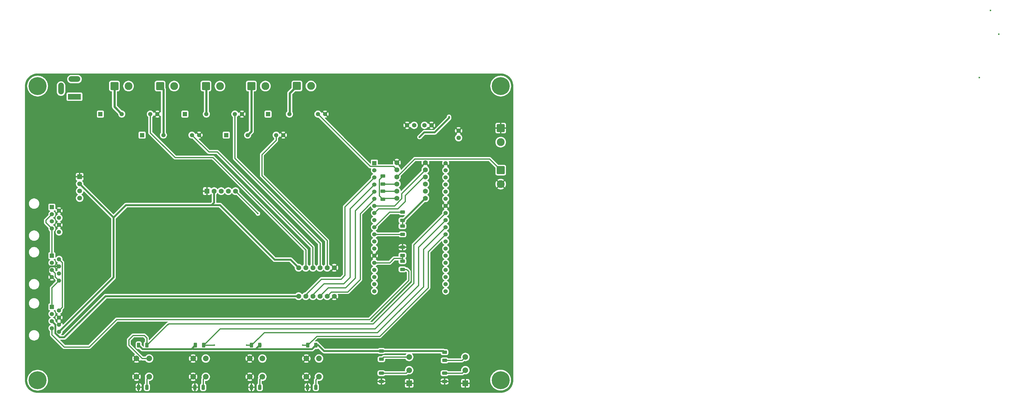
<source format=gbr>
%TF.GenerationSoftware,KiCad,Pcbnew,9.0.4*%
%TF.CreationDate,2025-10-29T20:46:00+01:00*%
%TF.ProjectId,Sterownik_Podlewania V1.1,53746572-6f77-46e6-996b-5f506f646c65,rev?*%
%TF.SameCoordinates,Original*%
%TF.FileFunction,Copper,L2,Bot*%
%TF.FilePolarity,Positive*%
%FSLAX46Y46*%
G04 Gerber Fmt 4.6, Leading zero omitted, Abs format (unit mm)*
G04 Created by KiCad (PCBNEW 9.0.4) date 2025-10-29 20:46:00*
%MOMM*%
%LPD*%
G01*
G04 APERTURE LIST*
G04 Aperture macros list*
%AMRoundRect*
0 Rectangle with rounded corners*
0 $1 Rounding radius*
0 $2 $3 $4 $5 $6 $7 $8 $9 X,Y pos of 4 corners*
0 Add a 4 corners polygon primitive as box body*
4,1,4,$2,$3,$4,$5,$6,$7,$8,$9,$2,$3,0*
0 Add four circle primitives for the rounded corners*
1,1,$1+$1,$2,$3*
1,1,$1+$1,$4,$5*
1,1,$1+$1,$6,$7*
1,1,$1+$1,$8,$9*
0 Add four rect primitives between the rounded corners*
20,1,$1+$1,$2,$3,$4,$5,0*
20,1,$1+$1,$4,$5,$6,$7,0*
20,1,$1+$1,$6,$7,$8,$9,0*
20,1,$1+$1,$8,$9,$2,$3,0*%
G04 Aperture macros list end*
%TA.AperFunction,ComponentPad*%
%ADD10R,1.508000X1.508000*%
%TD*%
%TA.AperFunction,ComponentPad*%
%ADD11C,1.508000*%
%TD*%
%TA.AperFunction,ComponentPad*%
%ADD12RoundRect,0.250001X-1.149999X-1.149999X1.149999X-1.149999X1.149999X1.149999X-1.149999X1.149999X0*%
%TD*%
%TA.AperFunction,ComponentPad*%
%ADD13C,2.800000*%
%TD*%
%TA.AperFunction,ComponentPad*%
%ADD14C,0.800000*%
%TD*%
%TA.AperFunction,ComponentPad*%
%ADD15C,6.400000*%
%TD*%
%TA.AperFunction,ComponentPad*%
%ADD16R,1.500000X1.500000*%
%TD*%
%TA.AperFunction,ComponentPad*%
%ADD17C,1.500000*%
%TD*%
%TA.AperFunction,ComponentPad*%
%ADD18R,1.530000X1.530000*%
%TD*%
%TA.AperFunction,ComponentPad*%
%ADD19C,1.530000*%
%TD*%
%TA.AperFunction,ComponentPad*%
%ADD20R,2.000000X2.000000*%
%TD*%
%TA.AperFunction,ComponentPad*%
%ADD21C,2.000000*%
%TD*%
%TA.AperFunction,ComponentPad*%
%ADD22C,1.600000*%
%TD*%
%TA.AperFunction,ComponentPad*%
%ADD23RoundRect,0.250001X-1.149999X1.149999X-1.149999X-1.149999X1.149999X-1.149999X1.149999X1.149999X0*%
%TD*%
%TA.AperFunction,ComponentPad*%
%ADD24R,1.700000X1.700000*%
%TD*%
%TA.AperFunction,ComponentPad*%
%ADD25C,1.700000*%
%TD*%
%TA.AperFunction,ComponentPad*%
%ADD26R,4.600000X2.000000*%
%TD*%
%TA.AperFunction,ComponentPad*%
%ADD27O,4.200000X2.000000*%
%TD*%
%TA.AperFunction,ComponentPad*%
%ADD28O,2.000000X4.200000*%
%TD*%
%TA.AperFunction,ComponentPad*%
%ADD29C,1.778000*%
%TD*%
%TA.AperFunction,ComponentPad*%
%ADD30R,1.778000X1.778000*%
%TD*%
%TA.AperFunction,SMDPad,CuDef*%
%ADD31RoundRect,0.250000X0.625000X-0.312500X0.625000X0.312500X-0.625000X0.312500X-0.625000X-0.312500X0*%
%TD*%
%TA.AperFunction,SMDPad,CuDef*%
%ADD32RoundRect,0.250000X-0.625000X0.312500X-0.625000X-0.312500X0.625000X-0.312500X0.625000X0.312500X0*%
%TD*%
%TA.AperFunction,SMDPad,CuDef*%
%ADD33RoundRect,0.250000X0.312500X0.625000X-0.312500X0.625000X-0.312500X-0.625000X0.312500X-0.625000X0*%
%TD*%
%TA.AperFunction,SMDPad,CuDef*%
%ADD34RoundRect,0.250000X0.325000X0.650000X-0.325000X0.650000X-0.325000X-0.650000X0.325000X-0.650000X0*%
%TD*%
%TA.AperFunction,SMDPad,CuDef*%
%ADD35RoundRect,0.250000X-0.312500X-0.625000X0.312500X-0.625000X0.312500X0.625000X-0.312500X0.625000X0*%
%TD*%
%TA.AperFunction,SMDPad,CuDef*%
%ADD36RoundRect,0.250000X-0.650000X0.325000X-0.650000X-0.325000X0.650000X-0.325000X0.650000X0.325000X0*%
%TD*%
%TA.AperFunction,ViaPad*%
%ADD37C,0.600000*%
%TD*%
%TA.AperFunction,Conductor*%
%ADD38C,0.406400*%
%TD*%
%TA.AperFunction,Conductor*%
%ADD39C,0.635000*%
%TD*%
%TA.AperFunction,Conductor*%
%ADD40C,0.762000*%
%TD*%
G04 APERTURE END LIST*
D10*
%TO.P,U4,1*%
%TO.N,VP*%
X122220000Y-57500000D03*
D11*
%TO.P,U4,2*%
%TO.N,Net-(J5-Pin_1)*%
X129840000Y-57500000D03*
%TO.P,U4,3*%
%TO.N,/Sekcja 4_5V*%
X140000000Y-57500000D03*
%TO.P,U4,4*%
%TO.N,GND*%
X142540000Y-57500000D03*
%TD*%
D12*
%TO.P,J3,1,Pin_1*%
%TO.N,Net-(J3-Pin_1)*%
X98650000Y-40000000D03*
D13*
%TO.P,J3,2,Pin_2*%
%TO.N,GND_VP*%
X103650000Y-40000000D03*
%TD*%
D14*
%TO.P,REF\u002A\u002A,1*%
%TO.N,N/C*%
X52600000Y-40000000D03*
X53302944Y-38302944D03*
X53302944Y-41697056D03*
X55000000Y-37600000D03*
D15*
X55000000Y-40000000D03*
D14*
X55000000Y-42400000D03*
X56697056Y-38302944D03*
X56697056Y-41697056D03*
X57400000Y-40000000D03*
%TD*%
D16*
%TO.P,J8,1*%
%TO.N,+3.3V*%
X60100000Y-100557500D03*
D17*
%TO.P,J8,2*%
%TO.N,SDA_1*%
X62640000Y-101827500D03*
%TO.P,J8,3*%
%TO.N,SCL_1*%
X60100000Y-103097500D03*
%TO.P,J8,4*%
%TO.N,GND*%
X62640000Y-104367500D03*
%TO.P,J8,5*%
%TO.N,+3.3V*%
X60100000Y-105637500D03*
%TO.P,J8,6*%
%TO.N,/SEN0193_WYJ\u015ACIE*%
X62640000Y-106907500D03*
%TO.P,J8,7*%
%TO.N,GND*%
X60100000Y-108177500D03*
%TO.P,J8,8*%
%TO.N,+3.3V*%
X62640000Y-109447500D03*
%TD*%
D18*
%TO.P,U10,1,3V3*%
%TO.N,Net-(D3-A)*%
X175000000Y-67500000D03*
D19*
%TO.P,U10,2,EN*%
%TO.N,unconnected-(U10-EN-Pad2)*%
X175000000Y-70040000D03*
%TO.P,U10,3,SENSOR_VP*%
%TO.N,/Sekcja 1*%
X175000000Y-72580000D03*
%TO.P,U10,4,SENSOR_VN*%
%TO.N,/Sekcja 2*%
X175000000Y-75120000D03*
%TO.P,U10,5,IO34*%
%TO.N,/Sekcja 3*%
X175000000Y-77660000D03*
%TO.P,U10,6,IO35*%
%TO.N,/Sekcja 4*%
X175000000Y-80200000D03*
%TO.P,U10,7,IO32*%
%TO.N,/Sekcja 5*%
X175000000Y-82740000D03*
%TO.P,U10,8,IO33*%
%TO.N,/Pompa_230*%
X175000000Y-85280000D03*
%TO.P,U10,9,IO25*%
%TO.N,/DS_WYJ\u015ACIE*%
X175000000Y-87820000D03*
%TO.P,U10,10,IO26*%
%TO.N,SDA_1*%
X175000000Y-90360000D03*
%TO.P,U10,11,IO27*%
%TO.N,SCL_1*%
X175000000Y-92900000D03*
%TO.P,U10,12,IO14*%
%TO.N,/SEN0193_WYJ\u015ACIE*%
X175000000Y-95440000D03*
%TO.P,U10,13,IO12*%
%TO.N,unconnected-(U10-IO12-Pad13)*%
X175000000Y-97980000D03*
%TO.P,U10,14,GND1*%
%TO.N,GND*%
X175000000Y-100520000D03*
%TO.P,U10,15,IO13*%
%TO.N,/Czujnik ci\u015Bnienia output*%
X175000000Y-103060000D03*
%TO.P,U10,16,SD2*%
%TO.N,unconnected-(U10-SD2-Pad16)*%
X175000000Y-105600000D03*
%TO.P,U10,17,SD3*%
%TO.N,unconnected-(U10-SD3-Pad17)*%
X175000000Y-108140000D03*
%TO.P,U10,18,CMD*%
%TO.N,unconnected-(U10-CMD-Pad18)*%
X175000000Y-110680000D03*
%TO.P,U10,19,EXT_5V*%
%TO.N,+5V*%
X175000000Y-113220000D03*
%TO.P,U10,20,CLK*%
%TO.N,unconnected-(U10-CLK-Pad20)*%
X200400000Y-113220000D03*
%TO.P,U10,21,SD0*%
%TO.N,unconnected-(U10-SD0-Pad21)*%
X200400000Y-110680000D03*
%TO.P,U10,22,SD1*%
%TO.N,unconnected-(U10-SD1-Pad22)*%
X200400000Y-108140000D03*
%TO.P,U10,23,IO15*%
%TO.N,/Pompa_230 M*%
X200400000Y-105600000D03*
%TO.P,U10,24,IO2*%
%TO.N,/TRYB*%
X200400000Y-103060000D03*
%TO.P,U10,25,IO0*%
%TO.N,/WIFI*%
X200400000Y-100520000D03*
%TO.P,U10,26,IO4*%
%TO.N,/B\u0141\u0104D2*%
X200400000Y-97980000D03*
%TO.P,U10,27,IO16*%
%TO.N,/B\u0141\u0104D1*%
X200400000Y-95440000D03*
%TO.P,U10,28,IO17*%
%TO.N,/SW4*%
X200400000Y-92900000D03*
%TO.P,U10,29,IO5*%
%TO.N,/SW3*%
X200400000Y-90360000D03*
%TO.P,U10,30,IO18*%
%TO.N,/SW2*%
X200400000Y-87820000D03*
%TO.P,U10,31,IO19*%
%TO.N,/SW1*%
X200400000Y-85280000D03*
%TO.P,U10,32,GND2*%
%TO.N,GND*%
X200400000Y-82740000D03*
%TO.P,U10,33,IO21*%
%TO.N,SCL_2*%
X200400000Y-80200000D03*
%TO.P,U10,34,RXD0*%
%TO.N,unconnected-(U10-RXD0-Pad34)*%
X200400000Y-77660000D03*
%TO.P,U10,35,TXD0*%
%TO.N,unconnected-(U10-TXD0-Pad35)*%
X200400000Y-75120000D03*
%TO.P,U10,36,IO22*%
%TO.N,SDA_2*%
X200400000Y-72580000D03*
%TO.P,U10,37,IO23*%
%TO.N,unconnected-(U10-IO23-Pad37)*%
X200400000Y-70040000D03*
%TO.P,U10,38,GND3*%
%TO.N,GND*%
X200400000Y-67500000D03*
%TD*%
D20*
%TO.P,SW6,1,C*%
%TO.N,GND*%
X207400000Y-146102500D03*
D21*
%TO.P,SW6,2,B*%
%TO.N,/TRYB*%
X207400000Y-141402500D03*
%TO.P,SW6,3,A*%
%TO.N,Net-(SW6-A)*%
X207400000Y-136702500D03*
%TD*%
D12*
%TO.P,J4,1,Pin_1*%
%TO.N,Net-(J4-Pin_1)*%
X115000000Y-40000000D03*
D13*
%TO.P,J4,2,Pin_2*%
%TO.N,GND_VP*%
X120000000Y-40000000D03*
%TD*%
D21*
%TO.P,SW1,1,C*%
%TO.N,GND*%
X110416667Y-143750000D03*
X110416667Y-137250000D03*
%TO.P,SW1,2,D*%
%TO.N,/SW2*%
X114916667Y-143750000D03*
X114916667Y-137250000D03*
%TD*%
D22*
%TO.P,C3,1*%
%TO.N,Net-(D5-A)*%
X205000000Y-58450000D03*
%TO.P,C3,2*%
%TO.N,GND*%
X205000000Y-55950000D03*
%TD*%
D12*
%TO.P,J2,1,Pin_1*%
%TO.N,Net-(J2-Pin_1)*%
X82400000Y-40000000D03*
D13*
%TO.P,J2,2,Pin_2*%
%TO.N,GND_VP*%
X87400000Y-40000000D03*
%TD*%
D23*
%TO.P,J11,1,Pin_1*%
%TO.N,/Pompa_230_5V*%
X220000000Y-70000000D03*
D13*
%TO.P,J11,2,Pin_2*%
%TO.N,GND*%
X220000000Y-75000000D03*
%TD*%
D24*
%TO.P,J12,1,Pin_1*%
%TO.N,GND*%
X70000000Y-72370000D03*
D25*
%TO.P,J12,2,Pin_2*%
%TO.N,+5V*%
X70000000Y-74910000D03*
%TO.P,J12,3,Pin_3*%
%TO.N,SDA_2_5V*%
X70000000Y-77450000D03*
%TO.P,J12,4,Pin_4*%
%TO.N,SCL_2_5V*%
X70000000Y-79990000D03*
%TD*%
D21*
%TO.P,SW4,1,C*%
%TO.N,GND*%
X150750000Y-143750000D03*
X150750000Y-137250000D03*
%TO.P,SW4,2,D*%
%TO.N,/SW4*%
X155250000Y-143750000D03*
X155250000Y-137250000D03*
%TD*%
D10*
%TO.P,U1,1*%
%TO.N,VP*%
X77380000Y-50000000D03*
D11*
%TO.P,U1,2*%
%TO.N,Net-(J2-Pin_1)*%
X85000000Y-50000000D03*
%TO.P,U1,3*%
%TO.N,/Sekcja 1_5V*%
X95160000Y-50000000D03*
%TO.P,U1,4*%
%TO.N,GND*%
X97700000Y-50000000D03*
%TD*%
D26*
%TO.P,J1,1*%
%TO.N,VP*%
X68150000Y-43800000D03*
D27*
%TO.P,J1,2*%
%TO.N,GND_VP*%
X68150000Y-37500000D03*
D28*
%TO.P,J1,MP,MountPin*%
%TO.N,unconnected-(J1-MountPin-PadMP)*%
X63350000Y-40900000D03*
%TD*%
D14*
%TO.P,REF\u002A\u002A,1*%
%TO.N,N/C*%
X217600000Y-40000000D03*
X218302944Y-38302944D03*
X218302944Y-41697056D03*
X220000000Y-37600000D03*
D15*
X220000000Y-40000000D03*
D14*
X220000000Y-42400000D03*
X221697056Y-38302944D03*
X221697056Y-41697056D03*
X222400000Y-40000000D03*
%TD*%
D20*
%TO.P,SW5,1,C*%
%TO.N,GND*%
X187400000Y-146102500D03*
D21*
%TO.P,SW5,2,B*%
%TO.N,/Pompa_230 M*%
X187400000Y-141402500D03*
%TO.P,SW5,3,A*%
%TO.N,Net-(SW5-A)*%
X187400000Y-136702500D03*
%TD*%
%TO.P,SW3,1,C*%
%TO.N,GND*%
X130583333Y-143750000D03*
X130583333Y-137250000D03*
%TO.P,SW3,2,D*%
%TO.N,/SW3*%
X135083333Y-143750000D03*
X135083333Y-137250000D03*
%TD*%
D14*
%TO.P,REF\u002A\u002A,1*%
%TO.N,N/C*%
X52600000Y-145000000D03*
X53302944Y-143302944D03*
X53302944Y-146697056D03*
X55000000Y-142600000D03*
D15*
X55000000Y-145000000D03*
D14*
X55000000Y-147400000D03*
X56697056Y-143302944D03*
X56697056Y-146697056D03*
X57400000Y-145000000D03*
%TD*%
D23*
%TO.P,J10,1,Pin_1*%
%TO.N,GND*%
X220000000Y-55000000D03*
D13*
%TO.P,J10,2,Pin_2*%
%TO.N,Net-(D5-A)*%
X220000000Y-60000000D03*
%TD*%
D12*
%TO.P,J5,1,Pin_1*%
%TO.N,Net-(J5-Pin_1)*%
X131150000Y-40000000D03*
D13*
%TO.P,J5,2,Pin_2*%
%TO.N,GND_VP*%
X136150000Y-40000000D03*
%TD*%
D14*
%TO.P,REF\u002A\u002A,1*%
%TO.N,N/C*%
X217572056Y-144972056D03*
X218275000Y-143275000D03*
X218275000Y-146669112D03*
X219972056Y-142572056D03*
D15*
X219972056Y-144972056D03*
D14*
X219972056Y-147372056D03*
X221669112Y-143275000D03*
X221669112Y-146669112D03*
X222372056Y-144972056D03*
%TD*%
D10*
%TO.P,U3,1*%
%TO.N,VP*%
X107500000Y-50000000D03*
D11*
%TO.P,U3,2*%
%TO.N,Net-(J4-Pin_1)*%
X115120000Y-50000000D03*
%TO.P,U3,3*%
%TO.N,/Sekcja 3_5V*%
X125280000Y-50000000D03*
%TO.P,U3,4*%
%TO.N,GND*%
X127820000Y-50000000D03*
%TD*%
D29*
%TO.P,U9,A1,A1*%
%TO.N,/Sekcja 1*%
X150540000Y-115000000D03*
%TO.P,U9,A2,A2*%
%TO.N,/Sekcja 2*%
X153080000Y-115000000D03*
%TO.P,U9,A3,A3*%
%TO.N,/Sekcja 3*%
X155620000Y-115000000D03*
%TO.P,U9,A4,A4*%
%TO.N,/Sekcja 4*%
X158160000Y-115000000D03*
%TO.P,U9,B1,B1*%
%TO.N,/Sekcja 1_5V*%
X150540000Y-104840000D03*
%TO.P,U9,B2,B2*%
%TO.N,/Sekcja 2_5V*%
X153080000Y-104840000D03*
%TO.P,U9,B3,B3*%
%TO.N,/Sekcja 3_5V*%
X155620000Y-104840000D03*
%TO.P,U9,B4,B4*%
%TO.N,/Sekcja 4_5V*%
X158160000Y-104840000D03*
%TO.P,U9,GND_1,GND*%
%TO.N,GND*%
X160700000Y-115000000D03*
%TO.P,U9,GND_2,GND*%
X160700000Y-104840000D03*
%TO.P,U9,HV,HV*%
%TO.N,+5V*%
X148000000Y-104840000D03*
%TO.P,U9,LV,LV*%
%TO.N,+3.3V*%
X148000000Y-115000000D03*
%TD*%
D10*
%TO.P,U2,1*%
%TO.N,VP*%
X92220000Y-57500000D03*
D11*
%TO.P,U2,2*%
%TO.N,Net-(J3-Pin_1)*%
X99840000Y-57500000D03*
%TO.P,U2,3*%
%TO.N,/Sekcja 2_5V*%
X110000000Y-57500000D03*
%TO.P,U2,4*%
%TO.N,GND*%
X112540000Y-57500000D03*
%TD*%
D22*
%TO.P,C1,1*%
%TO.N,Net-(D4-A)*%
X189150000Y-54000000D03*
%TO.P,C1,2*%
%TO.N,GND*%
X186650000Y-54000000D03*
%TD*%
%TO.P,C2,1*%
%TO.N,+5V*%
X192850000Y-54000000D03*
%TO.P,C2,2*%
%TO.N,GND*%
X195350000Y-54000000D03*
%TD*%
D16*
%TO.P,J7,1*%
%TO.N,unconnected-(J7-Pad1)*%
X60100000Y-83217500D03*
D17*
%TO.P,J7,2*%
%TO.N,GND*%
X62640000Y-84487500D03*
%TO.P,J7,3*%
%TO.N,+3.3V*%
X60100000Y-85757500D03*
%TO.P,J7,4*%
%TO.N,SDA_1*%
X62640000Y-87027500D03*
%TO.P,J7,5*%
%TO.N,SCL_1*%
X60100000Y-88297500D03*
%TO.P,J7,6*%
%TO.N,GND*%
X62640000Y-89567500D03*
%TO.P,J7,7*%
%TO.N,+3.3V*%
X60100000Y-90837500D03*
%TO.P,J7,8*%
%TO.N,unconnected-(J7-Pad8)*%
X62640000Y-92107500D03*
%TD*%
D16*
%TO.P,J9,1*%
%TO.N,+3.3V*%
X60100000Y-118815000D03*
D17*
%TO.P,J9,2*%
%TO.N,SDA_1*%
X62640000Y-120085000D03*
%TO.P,J9,3*%
%TO.N,SCL_1*%
X60100000Y-121355000D03*
%TO.P,J9,4*%
%TO.N,GND*%
X62640000Y-122625000D03*
%TO.P,J9,5*%
%TO.N,+3.3V*%
X60100000Y-123895000D03*
%TO.P,J9,6*%
%TO.N,GND*%
X62640000Y-125165000D03*
%TO.P,J9,7*%
%TO.N,Net-(J9-Pad7)*%
X60100000Y-126435000D03*
%TO.P,J9,8*%
%TO.N,+5V*%
X62640000Y-127705000D03*
%TD*%
D30*
%TO.P,U8,1,GND*%
%TO.N,GND*%
X115340000Y-77500000D03*
D29*
%TO.P,U8,2,VCC*%
%TO.N,+5V*%
X117880000Y-77500000D03*
%TO.P,U8,3,SDA*%
%TO.N,SDA_2_5V*%
X120420000Y-77500000D03*
%TO.P,U8,4,SCL*%
%TO.N,SCL_2_5V*%
X122960000Y-77500000D03*
%TO.P,U8,5,DS*%
%TO.N,/DS_WYJ\u015ACIE*%
X125500000Y-77500000D03*
%TD*%
D12*
%TO.P,J6,1,Pin_1*%
%TO.N,Net-(J6-Pin_1)*%
X147400000Y-39967500D03*
D13*
%TO.P,J6,2,Pin_2*%
%TO.N,GND_VP*%
X152400000Y-39967500D03*
%TD*%
D29*
%TO.P,U7,A1,A1*%
%TO.N,SCL_2*%
X193160000Y-77500000D03*
%TO.P,U7,A2,A2*%
%TO.N,SDA_2*%
X193160000Y-74960000D03*
%TO.P,U7,A3,A3*%
%TO.N,/Pompa_230*%
X193160000Y-72420000D03*
%TO.P,U7,A4,A4*%
%TO.N,/Sekcja 5*%
X193160000Y-69880000D03*
%TO.P,U7,B1,B1*%
%TO.N,SCL_2_5V*%
X183000000Y-77500000D03*
%TO.P,U7,B2,B2*%
%TO.N,SDA_2_5V*%
X183000000Y-74960000D03*
%TO.P,U7,B3,B3*%
%TO.N,/Pompa_230_5V*%
X183000000Y-72420000D03*
%TO.P,U7,B4,B4*%
%TO.N,/Sekcja 5_5V*%
X183000000Y-69880000D03*
%TO.P,U7,GND_1,GND*%
%TO.N,GND*%
X193160000Y-67340000D03*
%TO.P,U7,GND_2,GND*%
X183000000Y-67340000D03*
%TO.P,U7,HV,HV*%
%TO.N,+5V*%
X183000000Y-80040000D03*
%TO.P,U7,LV,LV*%
%TO.N,+3.3V*%
X193160000Y-80040000D03*
%TD*%
D10*
%TO.P,U5,1*%
%TO.N,VP*%
X137105000Y-50000000D03*
D11*
%TO.P,U5,2*%
%TO.N,Net-(J6-Pin_1)*%
X144725000Y-50000000D03*
%TO.P,U5,3*%
%TO.N,/Sekcja 5_5V*%
X154885000Y-50000000D03*
%TO.P,U5,4*%
%TO.N,GND*%
X157425000Y-50000000D03*
%TD*%
D21*
%TO.P,SW2,1,C*%
%TO.N,GND*%
X90250000Y-143750000D03*
X90250000Y-137250000D03*
%TO.P,SW2,2,D*%
%TO.N,/SW1*%
X94750000Y-143750000D03*
X94750000Y-137250000D03*
%TD*%
D31*
%TO.P,R15,1*%
%TO.N,Net-(J9-Pad7)*%
X185000000Y-105425000D03*
%TO.P,R15,2*%
%TO.N,/Czujnik ci\u015Bnienia output*%
X185000000Y-102500000D03*
%TD*%
D32*
%TO.P,R10,1*%
%TO.N,+5V*%
X178000000Y-72075000D03*
%TO.P,R10,2*%
%TO.N,SDA_2_5V*%
X178000000Y-75000000D03*
%TD*%
D33*
%TO.P,R18,1*%
%TO.N,+3.3V*%
X154152500Y-132500000D03*
%TO.P,R18,2*%
%TO.N,/SW4*%
X151227500Y-132500000D03*
%TD*%
D34*
%TO.P,C9,1*%
%TO.N,/SW2*%
X114000000Y-147500000D03*
%TO.P,C9,2*%
%TO.N,GND*%
X111050000Y-147500000D03*
%TD*%
D35*
%TO.P,R20,1*%
%TO.N,+3.3V*%
X111227500Y-132500000D03*
%TO.P,R20,2*%
%TO.N,/SW2*%
X114152500Y-132500000D03*
%TD*%
D36*
%TO.P,C6,1*%
%TO.N,/Pompa_230 M*%
X177500000Y-142500000D03*
%TO.P,C6,2*%
%TO.N,GND*%
X177500000Y-145450000D03*
%TD*%
D35*
%TO.P,R21,1*%
%TO.N,+3.3V*%
X91000000Y-132500000D03*
%TO.P,R21,2*%
%TO.N,/SW1*%
X93925000Y-132500000D03*
%TD*%
D32*
%TO.P,R16,1*%
%TO.N,+3.3V*%
X200000000Y-135000000D03*
%TO.P,R16,2*%
%TO.N,Net-(SW6-A)*%
X200000000Y-137925000D03*
%TD*%
D31*
%TO.P,R14,1*%
%TO.N,/Czujnik ci\u015Bnienia output*%
X185000000Y-100425000D03*
%TO.P,R14,2*%
%TO.N,GND*%
X185000000Y-97500000D03*
%TD*%
D34*
%TO.P,C8,1*%
%TO.N,/SW3*%
X134145000Y-147500000D03*
%TO.P,C8,2*%
%TO.N,GND*%
X131195000Y-147500000D03*
%TD*%
D31*
%TO.P,R12,1*%
%TO.N,+3.3V*%
X185000000Y-87925000D03*
%TO.P,R12,2*%
%TO.N,SDA_1*%
X185000000Y-85000000D03*
%TD*%
%TO.P,R11,1*%
%TO.N,+5V*%
X178000000Y-80425000D03*
%TO.P,R11,2*%
%TO.N,SCL_2_5V*%
X178000000Y-77500000D03*
%TD*%
D34*
%TO.P,C10,1*%
%TO.N,/SW1*%
X93950000Y-147500000D03*
%TO.P,C10,2*%
%TO.N,GND*%
X91000000Y-147500000D03*
%TD*%
D32*
%TO.P,R13,1*%
%TO.N,+3.3V*%
X185000000Y-90000000D03*
%TO.P,R13,2*%
%TO.N,SCL_1*%
X185000000Y-92925000D03*
%TD*%
D33*
%TO.P,R19,1*%
%TO.N,+3.3V*%
X134152500Y-132500000D03*
%TO.P,R19,2*%
%TO.N,/SW3*%
X131227500Y-132500000D03*
%TD*%
D36*
%TO.P,C5,1*%
%TO.N,/TRYB*%
X200000000Y-142500000D03*
%TO.P,C5,2*%
%TO.N,GND*%
X200000000Y-145450000D03*
%TD*%
D32*
%TO.P,R17,1*%
%TO.N,+3.3V*%
X177500000Y-134575000D03*
%TO.P,R17,2*%
%TO.N,Net-(SW5-A)*%
X177500000Y-137500000D03*
%TD*%
D34*
%TO.P,C7,1*%
%TO.N,/SW4*%
X154145000Y-147500000D03*
%TO.P,C7,2*%
%TO.N,GND*%
X151195000Y-147500000D03*
%TD*%
D37*
%TO.N,*%
X390500000Y-37000000D03*
X394500000Y-13000000D03*
X397500000Y-21500000D03*
%TO.N,GND*%
X192000000Y-68500000D03*
%TO.N,+3.3V*%
X154150000Y-132600000D03*
X191075000Y-58200000D03*
X201600000Y-51000000D03*
%TO.N,/SW2*%
X118000000Y-132500000D03*
%TO.N,/SW3*%
X129500000Y-132500000D03*
%TO.N,/SW4*%
X149500000Y-132500000D03*
%TO.N,/DS_WYJ\u015ACIE*%
X133500000Y-85500000D03*
%TD*%
D38*
%TO.N,/SW1*%
X101375000Y-125050000D02*
X93925000Y-132500000D01*
X93950000Y-147500000D02*
X93950000Y-144550000D01*
X93925000Y-129925000D02*
X93925000Y-132500000D01*
X87500000Y-132500000D02*
X87500000Y-130500000D01*
X189000000Y-110400000D02*
X174550000Y-124850000D01*
X174550000Y-124850000D02*
X101725000Y-124850000D01*
X93950000Y-144550000D02*
X94750000Y-143750000D01*
X93000000Y-129000000D02*
X93925000Y-129925000D01*
X200400000Y-85280000D02*
X189000000Y-96680000D01*
X89000000Y-129000000D02*
X93000000Y-129000000D01*
X87500000Y-130500000D02*
X89000000Y-129000000D01*
X189000000Y-96680000D02*
X189000000Y-110400000D01*
X101725000Y-124850000D02*
X101375000Y-125200000D01*
X87500000Y-132500000D02*
X92250000Y-137250000D01*
X92250000Y-137250000D02*
X94750000Y-137250000D01*
D39*
%TO.N,GND*%
X59375000Y-104568570D02*
X58831500Y-105112070D01*
X62640000Y-104367500D02*
X59557500Y-104367500D01*
X58831500Y-106909000D02*
X60100000Y-108177500D01*
X59557500Y-104367500D02*
X59375000Y-104550000D01*
D38*
X62640000Y-89567500D02*
X64500000Y-87707500D01*
D39*
X59375000Y-104550000D02*
X59375000Y-104568570D01*
D40*
X185000000Y-97500000D02*
X178020000Y-97500000D01*
D38*
X64500000Y-86347500D02*
X62640000Y-84487500D01*
D40*
X178020000Y-97500000D02*
X175000000Y-100520000D01*
D38*
X64500000Y-87707500D02*
X64500000Y-86347500D01*
D39*
X58831500Y-105112070D02*
X58831500Y-106909000D01*
D38*
%TO.N,/Pompa_230 M*%
X187400000Y-141402500D02*
X186302500Y-142500000D01*
X186302500Y-142500000D02*
X177500000Y-142500000D01*
D39*
%TO.N,+5V*%
X148000000Y-104840000D02*
X145120000Y-101960000D01*
D38*
X176720800Y-79145800D02*
X178000000Y-80425000D01*
D39*
X139460000Y-101960000D02*
X120000000Y-82500000D01*
D38*
X176720800Y-73354200D02*
X176720800Y-79145800D01*
X183115000Y-79925000D02*
X183000000Y-80040000D01*
D39*
X117150000Y-82500000D02*
X86510000Y-82500000D01*
X145120000Y-101960000D02*
X139460000Y-101960000D01*
X70000000Y-74910000D02*
X82050000Y-86960000D01*
X117880000Y-81620000D02*
X117000000Y-82500000D01*
X82050000Y-86960000D02*
X82050000Y-108295000D01*
D38*
X178385000Y-80040000D02*
X178000000Y-80425000D01*
X183000000Y-80040000D02*
X178385000Y-80040000D01*
D39*
X117880000Y-77500000D02*
X117880000Y-81620000D01*
X86510000Y-82500000D02*
X82050000Y-86960000D01*
X120000000Y-82500000D02*
X117150000Y-82500000D01*
X82050000Y-108295000D02*
X62640000Y-127705000D01*
X117150000Y-82500000D02*
X117000000Y-82500000D01*
D38*
X178000000Y-72075000D02*
X176720800Y-73354200D01*
D39*
%TO.N,+3.3V*%
X155000000Y-132500000D02*
X157075000Y-134575000D01*
X148000000Y-115000000D02*
X79200000Y-115000000D01*
X109834000Y-133893500D02*
X110113750Y-133613750D01*
X92393500Y-133893500D02*
X109834000Y-133893500D01*
X199575000Y-134575000D02*
X200000000Y-135000000D01*
X110393500Y-133893500D02*
X132759000Y-133893500D01*
X132759000Y-133893500D02*
X132826250Y-133826250D01*
X152759000Y-133893500D02*
X154152500Y-132500000D01*
X132826250Y-133826250D02*
X134152500Y-132500000D01*
X154152500Y-132500000D02*
X155000000Y-132500000D01*
X191075000Y-58200000D02*
X192750000Y-56525000D01*
X110113750Y-133613750D02*
X110393500Y-133893500D01*
X64500000Y-129700000D02*
X62841070Y-129700000D01*
D38*
X60100000Y-111987500D02*
X60100000Y-118815000D01*
D39*
X61368500Y-128227430D02*
X61368500Y-125163500D01*
D38*
X60100000Y-105637500D02*
X61254200Y-106791700D01*
X57975000Y-88712500D02*
X57975000Y-87882500D01*
D39*
X79200000Y-115000000D02*
X64500000Y-129700000D01*
X185275000Y-87925000D02*
X193160000Y-80040000D01*
D38*
X60100000Y-90837500D02*
X57975000Y-88712500D01*
D39*
X110113750Y-133613750D02*
X111227500Y-132500000D01*
D38*
X57975000Y-87882500D02*
X60100000Y-85757500D01*
X61254200Y-108061700D02*
X62640000Y-109447500D01*
X61254200Y-106791700D02*
X61254200Y-108061700D01*
D39*
X200612500Y-52387500D02*
X201600000Y-51400000D01*
X177500000Y-134575000D02*
X199575000Y-134575000D01*
X132893500Y-133893500D02*
X152759000Y-133893500D01*
X134500000Y-132500000D02*
X134152500Y-132500000D01*
X201600000Y-51400000D02*
X201600000Y-51000000D01*
X157075000Y-134575000D02*
X177500000Y-134575000D01*
X91000000Y-132500000D02*
X92393500Y-133893500D01*
X62841070Y-129700000D02*
X61368500Y-128227430D01*
X132826250Y-133826250D02*
X132893500Y-133893500D01*
D38*
X62640000Y-109447500D02*
X60100000Y-111987500D01*
D39*
X61368500Y-125163500D02*
X60100000Y-123895000D01*
D38*
X60100000Y-100557500D02*
X60100000Y-90837500D01*
D39*
X192750000Y-56525000D02*
X196475000Y-56525000D01*
X196475000Y-56525000D02*
X200612500Y-52387500D01*
D38*
X185000000Y-87925000D02*
X185000000Y-90000000D01*
D39*
X185000000Y-87925000D02*
X185275000Y-87925000D01*
D38*
%TO.N,/TRYB*%
X206302500Y-142500000D02*
X207400000Y-141402500D01*
X200000000Y-142500000D02*
X206302500Y-142500000D01*
%TO.N,/Pompa_230_5V*%
X216046800Y-66046800D02*
X192000000Y-66046800D01*
X220000000Y-70000000D02*
X216046800Y-66046800D01*
X189373200Y-66046800D02*
X183000000Y-72420000D01*
X192000000Y-66046800D02*
X189373200Y-66046800D01*
%TO.N,/Sekcja 2*%
X175000000Y-75120000D02*
X166350000Y-83770000D01*
X153080000Y-114420000D02*
X153080000Y-115000000D01*
X157000000Y-110500000D02*
X153080000Y-114420000D01*
X166350000Y-83770000D02*
X166350000Y-108223262D01*
X166350000Y-108223262D02*
X164073262Y-110500000D01*
X164073262Y-110500000D02*
X157000000Y-110500000D01*
%TO.N,/Sekcja 3*%
X155620000Y-114880000D02*
X155620000Y-115000000D01*
X168200000Y-84460000D02*
X168200000Y-108550000D01*
X164750000Y-112000000D02*
X158500000Y-112000000D01*
X168200000Y-108550000D02*
X164750000Y-112000000D01*
X158500000Y-112000000D02*
X155620000Y-114880000D01*
X175000000Y-77660000D02*
X168200000Y-84460000D01*
%TO.N,/Sekcja 4*%
X169950000Y-109050000D02*
X165500000Y-113500000D01*
X175000000Y-80200000D02*
X175000000Y-80500000D01*
X169950000Y-85550000D02*
X169950000Y-109050000D01*
X159660000Y-113500000D02*
X158160000Y-115000000D01*
X165500000Y-113500000D02*
X159660000Y-113500000D01*
X175000000Y-80500000D02*
X169950000Y-85550000D01*
%TO.N,/Sekcja 5*%
X184700000Y-78340000D02*
X193160000Y-69880000D01*
X182128861Y-82740000D02*
X184700000Y-80168861D01*
X175000000Y-82740000D02*
X182128861Y-82740000D01*
X184700000Y-80168861D02*
X184700000Y-78340000D01*
%TO.N,/Pompa_230*%
X176455000Y-83825000D02*
X183375000Y-83825000D01*
X183375000Y-83825000D02*
X183375000Y-83775000D01*
X185975000Y-81175000D02*
X185975000Y-79050000D01*
X192605000Y-72420000D02*
X193160000Y-72420000D01*
X183375000Y-83775000D02*
X185975000Y-81175000D01*
X175000000Y-85280000D02*
X176455000Y-83825000D01*
X185975000Y-79050000D02*
X192605000Y-72420000D01*
%TO.N,/Sekcja 1*%
X150540000Y-114460000D02*
X150540000Y-115000000D01*
X163107400Y-108892600D02*
X156107400Y-108892600D01*
X151063319Y-114476681D02*
X150540000Y-115000000D01*
X175000000Y-72580000D02*
X164500000Y-83080000D01*
X164500000Y-107500000D02*
X163107400Y-108892600D01*
X156107400Y-108892600D02*
X150540000Y-114460000D01*
X164500000Y-83080000D02*
X164500000Y-107500000D01*
%TO.N,/SW2*%
X114152500Y-132500000D02*
X120052500Y-126600000D01*
X190700000Y-97520000D02*
X200400000Y-87820000D01*
X175200000Y-126600000D02*
X190700000Y-111100000D01*
X118000000Y-132500000D02*
X114152500Y-132500000D01*
X120052500Y-126600000D02*
X175200000Y-126600000D01*
X114000000Y-147500000D02*
X114000000Y-144666667D01*
X190700000Y-111100000D02*
X190700000Y-97520000D01*
X114000000Y-144666667D02*
X114916667Y-143750000D01*
%TO.N,/SW3*%
X134145000Y-147500000D02*
X134145000Y-144688333D01*
X176100000Y-128000000D02*
X135727500Y-128000000D01*
X192500000Y-98260000D02*
X192500000Y-111600000D01*
X135727500Y-128000000D02*
X131227500Y-132500000D01*
X134145000Y-144688333D02*
X135083333Y-143750000D01*
X200400000Y-90360000D02*
X192500000Y-98260000D01*
X131227500Y-132500000D02*
X129500000Y-132500000D01*
X192500000Y-111600000D02*
X176100000Y-128000000D01*
%TO.N,/SW4*%
X194200000Y-112000000D02*
X194200000Y-99100000D01*
X154427500Y-129300000D02*
X176900000Y-129300000D01*
X151227500Y-132500000D02*
X154427500Y-129300000D01*
X176900000Y-129300000D02*
X194200000Y-112000000D01*
X149500000Y-132500000D02*
X151227500Y-132500000D01*
X194200000Y-99100000D02*
X200400000Y-92900000D01*
X154145000Y-144855000D02*
X155250000Y-143750000D01*
X154145000Y-147500000D02*
X154145000Y-144855000D01*
%TO.N,/DS_WYJ\u015ACIE*%
X125500000Y-77500000D02*
X133500000Y-85500000D01*
%TO.N,/Sekcja 1_5V*%
X117500000Y-65500000D02*
X150540000Y-98540000D01*
X150540000Y-98540000D02*
X150540000Y-104840000D01*
X95160000Y-50000000D02*
X95160000Y-56660000D01*
X95160000Y-56660000D02*
X104000000Y-65500000D01*
X104000000Y-65500000D02*
X117500000Y-65500000D01*
%TO.N,/Sekcja 2_5V*%
X110000000Y-57500000D02*
X116000000Y-63500000D01*
X116000000Y-63500000D02*
X119000000Y-63500000D01*
X153000000Y-97500000D02*
X153000000Y-104760000D01*
X153000000Y-104760000D02*
X153080000Y-104840000D01*
X119000000Y-63500000D02*
X153000000Y-97500000D01*
%TO.N,/Sekcja 3_5V*%
X125280000Y-65780000D02*
X155620000Y-96120000D01*
X125280000Y-50000000D02*
X125280000Y-65780000D01*
X155620000Y-96120000D02*
X155620000Y-104840000D01*
D40*
%TO.N,Net-(J5-Pin_1)*%
X131150000Y-56190000D02*
X131150000Y-40000000D01*
X129840000Y-57500000D02*
X131150000Y-56190000D01*
D38*
%TO.N,/Sekcja 4_5V*%
X134900000Y-64454280D02*
X134900000Y-71900000D01*
X140000000Y-59354280D02*
X134900000Y-64454280D01*
X158160000Y-95160000D02*
X158160000Y-104840000D01*
X140000000Y-57500000D02*
X140000000Y-59354280D01*
X134900000Y-71900000D02*
X158160000Y-95160000D01*
D40*
%TO.N,Net-(J6-Pin_1)*%
X144840000Y-50000000D02*
X144840000Y-42560000D01*
X144840000Y-42560000D02*
X147400000Y-40000000D01*
%TO.N,Net-(J2-Pin_1)*%
X85000000Y-50000000D02*
X82400000Y-47400000D01*
X82400000Y-47400000D02*
X82400000Y-40000000D01*
%TO.N,Net-(J3-Pin_1)*%
X99840000Y-41190000D02*
X98650000Y-40000000D01*
X99840000Y-57500000D02*
X99840000Y-41190000D01*
%TO.N,Net-(J4-Pin_1)*%
X115120000Y-40120000D02*
X115000000Y-40000000D01*
X115120000Y-50000000D02*
X115120000Y-40120000D01*
D38*
%TO.N,/Czujnik ci\u015Bnienia output*%
X185000000Y-101500000D02*
X185000000Y-102500000D01*
X182000000Y-101500000D02*
X185000000Y-101500000D01*
X185000000Y-100425000D02*
X185000000Y-101500000D01*
X180440000Y-103060000D02*
X182000000Y-101500000D01*
X175000000Y-103060000D02*
X180440000Y-103060000D01*
%TO.N,SCL_1*%
X185000000Y-92925000D02*
X175025000Y-92925000D01*
X175025000Y-92925000D02*
X175000000Y-92900000D01*
%TO.N,SDA_1*%
X63794200Y-102981700D02*
X63794200Y-118930800D01*
X62640000Y-101827500D02*
X63794200Y-102981700D01*
X180360000Y-85000000D02*
X175000000Y-90360000D01*
X63794200Y-118930800D02*
X62640000Y-120085000D01*
X185000000Y-85000000D02*
X180360000Y-85000000D01*
%TO.N,SDA_2_5V*%
X183000000Y-74960000D02*
X178040000Y-74960000D01*
D39*
X70000000Y-77450000D02*
X70031000Y-77419000D01*
D38*
X178040000Y-74960000D02*
X178000000Y-75000000D01*
%TO.N,SCL_2_5V*%
X183000000Y-77500000D02*
X178000000Y-77500000D01*
%TO.N,Net-(SW6-A)*%
X207400000Y-136702500D02*
X206177500Y-137925000D01*
X206177500Y-137925000D02*
X200000000Y-137925000D01*
%TO.N,Net-(SW5-A)*%
X178297500Y-136702500D02*
X177500000Y-137500000D01*
X187400000Y-136702500D02*
X178297500Y-136702500D01*
%TO.N,/Sekcja 5_5V*%
X173669200Y-68669200D02*
X181789200Y-68669200D01*
X154885000Y-50000000D02*
X173554200Y-68669200D01*
X181789200Y-68669200D02*
X183000000Y-69880000D01*
%TO.N,Net-(J9-Pad7)*%
X187225000Y-109350000D02*
X173225000Y-123350000D01*
X83150000Y-123350000D02*
X73392600Y-133107400D01*
X186500000Y-105425000D02*
X187225000Y-106150000D01*
X185000000Y-105425000D02*
X186500000Y-105425000D01*
X187225000Y-106150000D02*
X187225000Y-109350000D01*
X173225000Y-123350000D02*
X83150000Y-123350000D01*
X64457400Y-133107400D02*
X60100000Y-128750000D01*
X60100000Y-128750000D02*
X60100000Y-126435000D01*
X73392600Y-133107400D02*
X64457400Y-133107400D01*
%TD*%
%TA.AperFunction,Conductor*%
%TO.N,GND*%
G36*
X199226835Y-66770185D02*
G01*
X199272590Y-66822989D01*
X199282534Y-66892147D01*
X199270281Y-66930795D01*
X199227679Y-67014405D01*
X199166147Y-67203777D01*
X199135000Y-67400436D01*
X199135000Y-67599563D01*
X199166147Y-67796222D01*
X199227679Y-67985594D01*
X199318077Y-68163008D01*
X199345580Y-68200863D01*
X199345580Y-68200864D01*
X199908871Y-67637572D01*
X199924755Y-67696853D01*
X199991898Y-67813147D01*
X200086853Y-67908102D01*
X200203147Y-67975245D01*
X200262425Y-67991128D01*
X199699134Y-68554417D01*
X199736994Y-68581924D01*
X199888722Y-68659234D01*
X199939518Y-68707209D01*
X199956313Y-68775030D01*
X199933776Y-68841165D01*
X199888723Y-68880203D01*
X199736735Y-68957645D01*
X199623997Y-69039555D01*
X199575582Y-69074731D01*
X199575580Y-69074733D01*
X199575579Y-69074733D01*
X199434733Y-69215579D01*
X199434733Y-69215580D01*
X199434731Y-69215582D01*
X199384447Y-69284790D01*
X199317647Y-69376733D01*
X199227213Y-69554219D01*
X199165661Y-69743656D01*
X199165661Y-69743659D01*
X199134500Y-69940403D01*
X199134500Y-70139596D01*
X199165661Y-70336340D01*
X199165661Y-70336343D01*
X199227213Y-70525780D01*
X199269239Y-70608260D01*
X199317647Y-70703266D01*
X199434731Y-70864418D01*
X199575582Y-71005269D01*
X199736734Y-71122353D01*
X199806453Y-71157877D01*
X199888172Y-71199515D01*
X199938968Y-71247490D01*
X199955763Y-71315311D01*
X199933225Y-71381446D01*
X199888172Y-71420485D01*
X199736733Y-71497647D01*
X199654827Y-71557156D01*
X199575582Y-71614731D01*
X199575580Y-71614733D01*
X199575579Y-71614733D01*
X199434733Y-71755579D01*
X199434733Y-71755580D01*
X199434731Y-71755582D01*
X199384447Y-71824790D01*
X199317647Y-71916733D01*
X199227213Y-72094219D01*
X199165661Y-72283656D01*
X199165661Y-72283659D01*
X199165661Y-72283661D01*
X199134500Y-72480403D01*
X199134500Y-72679597D01*
X199138814Y-72706834D01*
X199165661Y-72876340D01*
X199165661Y-72876343D01*
X199227213Y-73065780D01*
X199317647Y-73243266D01*
X199434731Y-73404418D01*
X199575582Y-73545269D01*
X199736734Y-73662353D01*
X199804817Y-73697043D01*
X199888172Y-73739515D01*
X199938968Y-73787490D01*
X199955763Y-73855311D01*
X199933225Y-73921446D01*
X199888172Y-73960485D01*
X199736733Y-74037647D01*
X199658086Y-74094788D01*
X199575582Y-74154731D01*
X199575580Y-74154733D01*
X199575579Y-74154733D01*
X199434733Y-74295579D01*
X199434733Y-74295580D01*
X199434731Y-74295582D01*
X199399966Y-74343432D01*
X199317647Y-74456733D01*
X199227213Y-74634219D01*
X199165661Y-74823656D01*
X199165661Y-74823659D01*
X199134500Y-75020403D01*
X199134500Y-75219596D01*
X199165661Y-75416340D01*
X199165661Y-75416343D01*
X199227213Y-75605780D01*
X199286738Y-75722604D01*
X199317647Y-75783266D01*
X199434731Y-75944418D01*
X199575582Y-76085269D01*
X199736734Y-76202353D01*
X199806453Y-76237877D01*
X199888172Y-76279515D01*
X199938968Y-76327490D01*
X199955763Y-76395311D01*
X199933225Y-76461446D01*
X199888172Y-76500485D01*
X199736733Y-76577647D01*
X199644790Y-76644447D01*
X199575582Y-76694731D01*
X199575580Y-76694733D01*
X199575579Y-76694733D01*
X199434733Y-76835579D01*
X199434733Y-76835580D01*
X199434731Y-76835582D01*
X199384447Y-76904790D01*
X199317647Y-76996733D01*
X199227213Y-77174219D01*
X199165661Y-77363656D01*
X199165661Y-77363659D01*
X199134500Y-77560403D01*
X199134500Y-77759596D01*
X199165661Y-77956340D01*
X199165661Y-77956343D01*
X199227213Y-78145780D01*
X199286738Y-78262603D01*
X199317647Y-78323266D01*
X199434731Y-78484418D01*
X199575582Y-78625269D01*
X199736734Y-78742353D01*
X199806453Y-78777877D01*
X199888172Y-78819515D01*
X199938968Y-78867490D01*
X199955763Y-78935311D01*
X199933225Y-79001446D01*
X199888172Y-79040485D01*
X199736733Y-79117647D01*
X199644790Y-79184447D01*
X199575582Y-79234731D01*
X199575580Y-79234733D01*
X199575579Y-79234733D01*
X199434733Y-79375579D01*
X199434733Y-79375580D01*
X199434731Y-79375582D01*
X199384447Y-79444790D01*
X199317647Y-79536733D01*
X199227213Y-79714219D01*
X199165661Y-79903656D01*
X199165661Y-79903659D01*
X199134500Y-80100403D01*
X199134500Y-80299596D01*
X199165661Y-80496340D01*
X199165661Y-80496343D01*
X199227213Y-80685780D01*
X199313485Y-80855098D01*
X199317647Y-80863266D01*
X199434731Y-81024418D01*
X199575582Y-81165269D01*
X199736734Y-81282353D01*
X199805698Y-81317492D01*
X199888722Y-81359795D01*
X199939518Y-81407770D01*
X199956313Y-81475591D01*
X199933776Y-81541726D01*
X199888723Y-81580764D01*
X199736993Y-81658075D01*
X199699135Y-81685580D01*
X199699135Y-81685581D01*
X200262425Y-82248871D01*
X200203147Y-82264755D01*
X200086853Y-82331898D01*
X199991898Y-82426853D01*
X199924755Y-82543147D01*
X199908871Y-82602425D01*
X199345581Y-82039135D01*
X199345580Y-82039135D01*
X199318077Y-82076990D01*
X199227679Y-82254405D01*
X199166147Y-82443777D01*
X199135000Y-82640436D01*
X199135000Y-82839563D01*
X199166147Y-83036222D01*
X199227679Y-83225594D01*
X199318077Y-83403008D01*
X199345580Y-83440863D01*
X199345581Y-83440864D01*
X199908871Y-82877574D01*
X199924755Y-82936853D01*
X199991898Y-83053147D01*
X200086853Y-83148102D01*
X200203147Y-83215245D01*
X200262425Y-83231128D01*
X199699134Y-83794417D01*
X199736994Y-83821924D01*
X199888722Y-83899234D01*
X199939518Y-83947209D01*
X199956313Y-84015030D01*
X199933776Y-84081165D01*
X199888723Y-84120203D01*
X199736735Y-84197645D01*
X199658159Y-84254735D01*
X199575582Y-84314731D01*
X199575580Y-84314733D01*
X199575579Y-84314733D01*
X199434733Y-84455579D01*
X199434733Y-84455580D01*
X199434731Y-84455582D01*
X199398407Y-84505578D01*
X199317647Y-84616733D01*
X199227213Y-84794219D01*
X199165661Y-84983656D01*
X199165661Y-84983659D01*
X199134500Y-85180403D01*
X199134500Y-85379602D01*
X199147958Y-85464571D01*
X199139004Y-85533864D01*
X199113166Y-85571650D01*
X188553623Y-96131193D01*
X188553613Y-96131203D01*
X188551420Y-96133397D01*
X188551417Y-96133400D01*
X188453400Y-96231417D01*
X188431350Y-96264418D01*
X188426305Y-96271966D01*
X188426305Y-96271968D01*
X188376392Y-96346667D01*
X188376385Y-96346679D01*
X188323343Y-96474735D01*
X188323341Y-96474743D01*
X188296299Y-96610689D01*
X188296299Y-96755421D01*
X188296300Y-96755442D01*
X188296300Y-110057156D01*
X188276615Y-110124195D01*
X188259981Y-110144837D01*
X174294837Y-124109981D01*
X174233514Y-124143466D01*
X174207156Y-124146300D01*
X173708654Y-124146300D01*
X173641615Y-124126615D01*
X173595860Y-124073811D01*
X173585916Y-124004653D01*
X173614941Y-123941097D01*
X173625323Y-123930475D01*
X173632129Y-123924298D01*
X173673583Y-123896600D01*
X173771600Y-123798583D01*
X173771602Y-123798579D01*
X187673579Y-109896602D01*
X187673583Y-109896600D01*
X187771600Y-109798583D01*
X187848611Y-109683327D01*
X187901657Y-109555262D01*
X187909425Y-109516211D01*
X187924744Y-109439199D01*
X187928701Y-109419309D01*
X187928701Y-109275581D01*
X187928700Y-109275555D01*
X187928700Y-106225443D01*
X187928701Y-106225422D01*
X187928701Y-106080689D01*
X187908280Y-105978033D01*
X187901657Y-105944738D01*
X187883065Y-105899852D01*
X187848611Y-105816673D01*
X187771600Y-105701417D01*
X187771598Y-105701414D01*
X187670487Y-105600303D01*
X187670456Y-105600274D01*
X187050940Y-104980758D01*
X187050920Y-104980736D01*
X186948585Y-104878401D01*
X186833323Y-104801386D01*
X186705264Y-104748343D01*
X186705256Y-104748341D01*
X186569310Y-104721299D01*
X186569308Y-104721299D01*
X186430692Y-104721299D01*
X186424578Y-104721299D01*
X186424558Y-104721300D01*
X186334694Y-104721300D01*
X186267655Y-104701615D01*
X186229156Y-104662398D01*
X186217712Y-104643844D01*
X186093656Y-104519788D01*
X185991203Y-104456595D01*
X185944336Y-104427687D01*
X185944331Y-104427685D01*
X185913679Y-104417528D01*
X185777797Y-104372501D01*
X185777795Y-104372500D01*
X185675010Y-104362000D01*
X184324998Y-104362000D01*
X184324981Y-104362001D01*
X184222203Y-104372500D01*
X184222200Y-104372501D01*
X184055668Y-104427685D01*
X184055663Y-104427687D01*
X183906342Y-104519789D01*
X183782289Y-104643842D01*
X183690187Y-104793163D01*
X183690186Y-104793166D01*
X183635001Y-104959703D01*
X183635001Y-104959704D01*
X183635000Y-104959704D01*
X183624500Y-105062483D01*
X183624500Y-105787501D01*
X183624501Y-105787519D01*
X183635000Y-105890296D01*
X183635001Y-105890299D01*
X183690185Y-106056831D01*
X183690187Y-106056836D01*
X183702827Y-106077329D01*
X183782288Y-106206156D01*
X183906344Y-106330212D01*
X184055666Y-106422314D01*
X184222203Y-106477499D01*
X184324991Y-106488000D01*
X185675008Y-106487999D01*
X185777797Y-106477499D01*
X185944334Y-106422314D01*
X186093656Y-106330212D01*
X186164162Y-106259706D01*
X186172107Y-106255367D01*
X186177533Y-106248120D01*
X186202292Y-106238885D01*
X186225485Y-106226221D01*
X186234514Y-106226866D01*
X186242997Y-106223703D01*
X186268817Y-106229319D01*
X186295177Y-106231205D01*
X186304230Y-106237023D01*
X186311270Y-106238555D01*
X186339524Y-106259706D01*
X186484981Y-106405163D01*
X186518466Y-106466486D01*
X186521300Y-106492844D01*
X186521300Y-109007156D01*
X186501615Y-109074195D01*
X186484981Y-109094837D01*
X172969837Y-122609981D01*
X172908514Y-122643466D01*
X172882156Y-122646300D01*
X83080689Y-122646300D01*
X82944743Y-122673341D01*
X82944733Y-122673344D01*
X82816676Y-122726386D01*
X82701416Y-122803400D01*
X82652408Y-122852408D01*
X82603400Y-122901417D01*
X82603397Y-122901420D01*
X73137437Y-132367381D01*
X73076114Y-132400866D01*
X73049756Y-132403700D01*
X64800244Y-132403700D01*
X64733205Y-132384015D01*
X64712563Y-132367381D01*
X63074863Y-130729681D01*
X63041378Y-130668358D01*
X63046362Y-130598666D01*
X63088234Y-130542733D01*
X63153698Y-130518316D01*
X63162544Y-130518000D01*
X64580567Y-130518000D01*
X64580568Y-130517999D01*
X64738602Y-130486565D01*
X64813035Y-130455733D01*
X64887468Y-130424903D01*
X65021445Y-130335382D01*
X79502508Y-115854319D01*
X79563831Y-115820834D01*
X79590189Y-115818000D01*
X146813613Y-115818000D01*
X146880652Y-115837685D01*
X146913931Y-115869114D01*
X146940149Y-115905200D01*
X147094806Y-116059857D01*
X147219897Y-116150739D01*
X147271743Y-116188407D01*
X147399132Y-116253315D01*
X147466616Y-116287701D01*
X147466619Y-116287702D01*
X147570621Y-116321493D01*
X147674625Y-116355286D01*
X147774672Y-116371132D01*
X147890639Y-116389500D01*
X147890644Y-116389500D01*
X148109361Y-116389500D01*
X148214082Y-116372912D01*
X148325375Y-116355286D01*
X148533383Y-116287701D01*
X148728257Y-116188407D01*
X148827601Y-116116229D01*
X148905193Y-116059857D01*
X148905195Y-116059854D01*
X148905199Y-116059852D01*
X149059852Y-115905199D01*
X149169683Y-115754028D01*
X149225011Y-115711364D01*
X149294624Y-115705385D01*
X149356420Y-115737990D01*
X149370313Y-115754023D01*
X149416795Y-115818000D01*
X149480148Y-115905199D01*
X149634806Y-116059857D01*
X149759897Y-116150739D01*
X149811743Y-116188407D01*
X149939132Y-116253315D01*
X150006616Y-116287701D01*
X150006619Y-116287702D01*
X150110621Y-116321493D01*
X150214625Y-116355286D01*
X150314672Y-116371132D01*
X150430639Y-116389500D01*
X150430644Y-116389500D01*
X150649361Y-116389500D01*
X150754082Y-116372912D01*
X150865375Y-116355286D01*
X151073383Y-116287701D01*
X151268257Y-116188407D01*
X151367601Y-116116229D01*
X151445193Y-116059857D01*
X151445195Y-116059854D01*
X151445199Y-116059852D01*
X151599852Y-115905199D01*
X151709683Y-115754028D01*
X151765011Y-115711364D01*
X151834624Y-115705385D01*
X151896420Y-115737990D01*
X151910313Y-115754023D01*
X151956795Y-115818000D01*
X152020148Y-115905199D01*
X152174806Y-116059857D01*
X152299897Y-116150739D01*
X152351743Y-116188407D01*
X152479132Y-116253315D01*
X152546616Y-116287701D01*
X152546619Y-116287702D01*
X152650621Y-116321493D01*
X152754625Y-116355286D01*
X152854672Y-116371132D01*
X152970639Y-116389500D01*
X152970644Y-116389500D01*
X153189361Y-116389500D01*
X153294082Y-116372912D01*
X153405375Y-116355286D01*
X153613383Y-116287701D01*
X153808257Y-116188407D01*
X153907601Y-116116229D01*
X153985193Y-116059857D01*
X153985195Y-116059854D01*
X153985199Y-116059852D01*
X154139852Y-115905199D01*
X154249683Y-115754028D01*
X154305011Y-115711364D01*
X154374624Y-115705385D01*
X154436420Y-115737990D01*
X154450313Y-115754023D01*
X154496795Y-115818000D01*
X154560148Y-115905199D01*
X154714806Y-116059857D01*
X154839897Y-116150739D01*
X154891743Y-116188407D01*
X155019132Y-116253315D01*
X155086616Y-116287701D01*
X155086619Y-116287702D01*
X155190621Y-116321493D01*
X155294625Y-116355286D01*
X155394672Y-116371132D01*
X155510639Y-116389500D01*
X155510644Y-116389500D01*
X155729361Y-116389500D01*
X155834082Y-116372912D01*
X155945375Y-116355286D01*
X156153383Y-116287701D01*
X156348257Y-116188407D01*
X156447601Y-116116229D01*
X156525193Y-116059857D01*
X156525195Y-116059854D01*
X156525199Y-116059852D01*
X156679852Y-115905199D01*
X156789683Y-115754028D01*
X156845011Y-115711364D01*
X156914624Y-115705385D01*
X156976420Y-115737990D01*
X156990313Y-115754023D01*
X157036795Y-115818000D01*
X157100148Y-115905199D01*
X157254806Y-116059857D01*
X157379897Y-116150739D01*
X157431743Y-116188407D01*
X157559132Y-116253315D01*
X157626616Y-116287701D01*
X157626619Y-116287702D01*
X157730621Y-116321493D01*
X157834625Y-116355286D01*
X157934672Y-116371132D01*
X158050639Y-116389500D01*
X158050644Y-116389500D01*
X158269361Y-116389500D01*
X158374082Y-116372912D01*
X158485375Y-116355286D01*
X158693383Y-116287701D01*
X158888257Y-116188407D01*
X158987601Y-116116229D01*
X159065193Y-116059857D01*
X159065195Y-116059854D01*
X159065199Y-116059852D01*
X159219852Y-115905199D01*
X159329991Y-115753603D01*
X159385320Y-115710939D01*
X159454933Y-115704960D01*
X159516729Y-115737565D01*
X159530628Y-115753606D01*
X159556806Y-115789638D01*
X159556807Y-115789638D01*
X160210504Y-115135941D01*
X160226619Y-115196081D01*
X160293498Y-115311920D01*
X160388080Y-115406502D01*
X160503919Y-115473381D01*
X160564057Y-115489494D01*
X159910360Y-116143191D01*
X159972008Y-116187980D01*
X160166808Y-116287237D01*
X160166811Y-116287238D01*
X160374740Y-116354797D01*
X160590684Y-116389000D01*
X160809316Y-116389000D01*
X161025259Y-116354797D01*
X161233188Y-116287238D01*
X161233191Y-116287237D01*
X161427995Y-116187978D01*
X161489638Y-116143191D01*
X161489639Y-116143191D01*
X160835942Y-115489495D01*
X160896081Y-115473381D01*
X161011920Y-115406502D01*
X161106502Y-115311920D01*
X161173381Y-115196081D01*
X161189494Y-115135942D01*
X161843191Y-115789639D01*
X161843191Y-115789638D01*
X161887978Y-115727995D01*
X161987237Y-115533191D01*
X161987238Y-115533188D01*
X162054797Y-115325259D01*
X162089000Y-115109316D01*
X162089000Y-114890683D01*
X162054797Y-114674740D01*
X161987238Y-114466811D01*
X161987237Y-114466808D01*
X161945041Y-114383995D01*
X161932145Y-114315326D01*
X161958421Y-114250585D01*
X162015527Y-114210328D01*
X162055526Y-114203700D01*
X165424558Y-114203700D01*
X165424578Y-114203701D01*
X165430692Y-114203701D01*
X165569310Y-114203701D01*
X165678402Y-114182000D01*
X165705262Y-114176657D01*
X165815764Y-114130886D01*
X165833323Y-114123613D01*
X165833324Y-114123612D01*
X165833327Y-114123611D01*
X165948583Y-114046600D01*
X166046600Y-113948583D01*
X166046601Y-113948581D01*
X166053667Y-113941515D01*
X166053670Y-113941511D01*
X170398579Y-109596602D01*
X170398583Y-109596600D01*
X170496600Y-109498583D01*
X170573611Y-109383327D01*
X170592157Y-109338554D01*
X170616124Y-109280691D01*
X170626657Y-109255262D01*
X170638519Y-109195624D01*
X170642510Y-109175565D01*
X170642510Y-109175564D01*
X170653700Y-109119311D01*
X170653700Y-85892844D01*
X170673385Y-85825805D01*
X170690019Y-85805163D01*
X172118429Y-84376753D01*
X173551628Y-82943553D01*
X173612949Y-82910070D01*
X173682641Y-82915054D01*
X173738574Y-82956926D01*
X173761780Y-83011837D01*
X173765661Y-83036342D01*
X173765661Y-83036343D01*
X173827213Y-83225780D01*
X173827215Y-83225783D01*
X173917647Y-83403266D01*
X174034731Y-83564418D01*
X174175582Y-83705269D01*
X174336734Y-83822353D01*
X174370020Y-83839313D01*
X174488172Y-83899515D01*
X174538968Y-83947490D01*
X174555763Y-84015311D01*
X174533225Y-84081446D01*
X174488172Y-84120485D01*
X174336733Y-84197647D01*
X174258930Y-84254175D01*
X174175582Y-84314731D01*
X174175580Y-84314733D01*
X174175579Y-84314733D01*
X174034733Y-84455579D01*
X174034733Y-84455580D01*
X174034731Y-84455582D01*
X173998407Y-84505578D01*
X173917647Y-84616733D01*
X173827213Y-84794219D01*
X173765661Y-84983656D01*
X173765661Y-84983659D01*
X173734500Y-85180403D01*
X173734500Y-85379596D01*
X173765661Y-85576340D01*
X173765661Y-85576343D01*
X173827213Y-85765780D01*
X173910359Y-85928962D01*
X173917647Y-85943266D01*
X174034731Y-86104418D01*
X174175582Y-86245269D01*
X174336734Y-86362353D01*
X174355854Y-86372095D01*
X174488172Y-86439515D01*
X174538968Y-86487490D01*
X174555763Y-86555311D01*
X174533225Y-86621446D01*
X174488172Y-86660485D01*
X174336733Y-86737647D01*
X174244790Y-86804447D01*
X174175582Y-86854731D01*
X174175580Y-86854733D01*
X174175579Y-86854733D01*
X174034733Y-86995579D01*
X174034733Y-86995580D01*
X174034731Y-86995582D01*
X174017144Y-87019789D01*
X173917647Y-87156733D01*
X173827213Y-87334219D01*
X173765661Y-87523656D01*
X173765661Y-87523659D01*
X173741336Y-87677243D01*
X173734500Y-87720403D01*
X173734500Y-87919597D01*
X173738525Y-87945007D01*
X173765661Y-88116340D01*
X173765661Y-88116343D01*
X173827213Y-88305780D01*
X173873143Y-88395922D01*
X173917647Y-88483266D01*
X174034731Y-88644418D01*
X174175582Y-88785269D01*
X174336734Y-88902353D01*
X174366976Y-88917762D01*
X174488172Y-88979515D01*
X174538968Y-89027490D01*
X174555763Y-89095311D01*
X174533225Y-89161446D01*
X174488172Y-89200485D01*
X174336733Y-89277647D01*
X174258930Y-89334175D01*
X174175582Y-89394731D01*
X174175580Y-89394733D01*
X174175579Y-89394733D01*
X174034733Y-89535579D01*
X174034733Y-89535580D01*
X174034731Y-89535582D01*
X173998732Y-89585130D01*
X173917647Y-89696733D01*
X173827213Y-89874219D01*
X173765661Y-90063656D01*
X173765661Y-90063659D01*
X173747959Y-90175428D01*
X173734500Y-90260403D01*
X173734500Y-90459597D01*
X173735403Y-90465296D01*
X173765661Y-90656340D01*
X173765661Y-90656343D01*
X173827213Y-90845780D01*
X173873143Y-90935922D01*
X173917647Y-91023266D01*
X174034731Y-91184418D01*
X174175582Y-91325269D01*
X174336734Y-91442353D01*
X174355854Y-91452095D01*
X174488172Y-91519515D01*
X174538968Y-91567490D01*
X174555763Y-91635311D01*
X174533225Y-91701446D01*
X174488172Y-91740485D01*
X174336733Y-91817647D01*
X174262013Y-91871935D01*
X174175582Y-91934731D01*
X174175580Y-91934733D01*
X174175579Y-91934733D01*
X174034733Y-92075579D01*
X174034733Y-92075580D01*
X174034731Y-92075582D01*
X173985137Y-92143842D01*
X173917647Y-92236733D01*
X173827213Y-92414219D01*
X173765661Y-92603656D01*
X173765661Y-92603659D01*
X173734500Y-92800403D01*
X173734500Y-92999596D01*
X173765661Y-93196340D01*
X173765661Y-93196343D01*
X173827213Y-93385780D01*
X173827215Y-93385783D01*
X173917647Y-93563266D01*
X174034731Y-93724418D01*
X174175582Y-93865269D01*
X174336734Y-93982353D01*
X174406453Y-94017877D01*
X174488172Y-94059515D01*
X174538968Y-94107490D01*
X174555763Y-94175311D01*
X174533225Y-94241446D01*
X174488172Y-94280485D01*
X174336733Y-94357647D01*
X174267714Y-94407793D01*
X174175582Y-94474731D01*
X174175580Y-94474733D01*
X174175579Y-94474733D01*
X174034733Y-94615579D01*
X174034733Y-94615580D01*
X174034731Y-94615582D01*
X173984447Y-94684790D01*
X173917647Y-94776733D01*
X173827213Y-94954219D01*
X173765661Y-95143656D01*
X173765661Y-95143659D01*
X173765661Y-95143661D01*
X173734500Y-95340403D01*
X173734500Y-95539597D01*
X173739854Y-95573400D01*
X173765661Y-95736339D01*
X173765661Y-95736343D01*
X173827213Y-95925780D01*
X173852956Y-95976303D01*
X173917647Y-96103266D01*
X174034731Y-96264418D01*
X174175582Y-96405269D01*
X174336734Y-96522353D01*
X174406453Y-96557877D01*
X174488172Y-96599515D01*
X174538968Y-96647490D01*
X174555763Y-96715311D01*
X174533225Y-96781446D01*
X174488172Y-96820485D01*
X174336733Y-96897647D01*
X174285099Y-96935162D01*
X174175582Y-97014731D01*
X174175580Y-97014733D01*
X174175579Y-97014733D01*
X174034733Y-97155579D01*
X174034733Y-97155580D01*
X174034731Y-97155582D01*
X173984447Y-97224790D01*
X173917647Y-97316733D01*
X173827213Y-97494219D01*
X173765661Y-97683656D01*
X173765661Y-97683659D01*
X173734500Y-97880403D01*
X173734500Y-98079596D01*
X173765661Y-98276340D01*
X173765661Y-98276343D01*
X173827213Y-98465780D01*
X173900347Y-98609313D01*
X173917647Y-98643266D01*
X174034731Y-98804418D01*
X174175582Y-98945269D01*
X174336734Y-99062353D01*
X174426909Y-99108299D01*
X174488722Y-99139795D01*
X174539518Y-99187770D01*
X174556313Y-99255591D01*
X174533776Y-99321726D01*
X174488723Y-99360764D01*
X174336993Y-99438075D01*
X174299135Y-99465580D01*
X174299135Y-99465581D01*
X174862425Y-100028871D01*
X174803147Y-100044755D01*
X174686853Y-100111898D01*
X174591898Y-100206853D01*
X174524755Y-100323147D01*
X174508871Y-100382425D01*
X173945581Y-99819135D01*
X173945580Y-99819135D01*
X173918077Y-99856990D01*
X173827679Y-100034405D01*
X173766147Y-100223777D01*
X173735000Y-100420436D01*
X173735000Y-100619563D01*
X173766147Y-100816222D01*
X173827679Y-101005594D01*
X173918077Y-101183008D01*
X173945580Y-101220863D01*
X173945581Y-101220864D01*
X174508871Y-100657574D01*
X174524755Y-100716853D01*
X174591898Y-100833147D01*
X174686853Y-100928102D01*
X174803147Y-100995245D01*
X174862425Y-101011128D01*
X174299134Y-101574417D01*
X174336994Y-101601924D01*
X174488722Y-101679234D01*
X174539518Y-101727209D01*
X174556313Y-101795030D01*
X174533776Y-101861165D01*
X174488723Y-101900203D01*
X174336735Y-101977645D01*
X174261487Y-102032317D01*
X174175582Y-102094731D01*
X174175580Y-102094733D01*
X174175579Y-102094733D01*
X174034733Y-102235579D01*
X174034733Y-102235580D01*
X174034731Y-102235582D01*
X174005228Y-102276189D01*
X173917647Y-102396733D01*
X173827213Y-102574219D01*
X173765661Y-102763656D01*
X173765661Y-102763659D01*
X173734500Y-102960403D01*
X173734500Y-103159596D01*
X173765661Y-103356340D01*
X173765661Y-103356343D01*
X173827213Y-103545780D01*
X173894263Y-103677372D01*
X173917647Y-103723266D01*
X174034731Y-103884418D01*
X174175582Y-104025269D01*
X174336734Y-104142353D01*
X174379935Y-104164365D01*
X174488172Y-104219515D01*
X174538968Y-104267490D01*
X174555763Y-104335311D01*
X174533225Y-104401446D01*
X174488172Y-104440485D01*
X174336733Y-104517647D01*
X174267465Y-104567974D01*
X174175582Y-104634731D01*
X174175580Y-104634733D01*
X174175579Y-104634733D01*
X174034733Y-104775579D01*
X174034733Y-104775580D01*
X174034731Y-104775582D01*
X173984447Y-104844790D01*
X173917647Y-104936733D01*
X173827213Y-105114219D01*
X173765661Y-105303656D01*
X173765661Y-105303659D01*
X173754618Y-105373383D01*
X173734500Y-105500403D01*
X173734500Y-105699597D01*
X173742264Y-105748616D01*
X173765661Y-105896340D01*
X173765661Y-105896343D01*
X173827213Y-106085780D01*
X173905056Y-106238555D01*
X173917647Y-106263266D01*
X174034731Y-106424418D01*
X174175582Y-106565269D01*
X174336734Y-106682353D01*
X174385154Y-106707024D01*
X174488172Y-106759515D01*
X174538968Y-106807490D01*
X174555763Y-106875311D01*
X174533225Y-106941446D01*
X174488172Y-106980485D01*
X174336733Y-107057647D01*
X174301588Y-107083182D01*
X174175582Y-107174731D01*
X174175580Y-107174733D01*
X174175579Y-107174733D01*
X174034733Y-107315579D01*
X174034733Y-107315580D01*
X174034731Y-107315582D01*
X173984447Y-107384790D01*
X173917647Y-107476733D01*
X173827213Y-107654219D01*
X173765661Y-107843656D01*
X173765661Y-107843659D01*
X173740785Y-108000723D01*
X173734500Y-108040403D01*
X173734500Y-108239597D01*
X173743249Y-108294837D01*
X173765661Y-108436340D01*
X173765661Y-108436343D01*
X173827213Y-108625780D01*
X173893188Y-108755262D01*
X173917647Y-108803266D01*
X174034731Y-108964418D01*
X174175582Y-109105269D01*
X174336734Y-109222353D01*
X174406453Y-109257877D01*
X174488172Y-109299515D01*
X174538968Y-109347490D01*
X174555763Y-109415311D01*
X174533225Y-109481446D01*
X174488172Y-109520485D01*
X174336733Y-109597647D01*
X174307396Y-109618962D01*
X174175582Y-109714731D01*
X174175580Y-109714733D01*
X174175579Y-109714733D01*
X174034733Y-109855579D01*
X174034733Y-109855580D01*
X174034731Y-109855582D01*
X173999797Y-109903665D01*
X173917647Y-110016733D01*
X173827213Y-110194219D01*
X173765661Y-110383656D01*
X173765661Y-110383659D01*
X173734500Y-110580403D01*
X173734500Y-110779596D01*
X173765661Y-110976340D01*
X173765661Y-110976343D01*
X173827213Y-111165780D01*
X173893716Y-111296299D01*
X173917647Y-111343266D01*
X174034731Y-111504418D01*
X174175582Y-111645269D01*
X174336734Y-111762353D01*
X174399752Y-111794462D01*
X174488172Y-111839515D01*
X174538968Y-111887490D01*
X174555763Y-111955311D01*
X174533225Y-112021446D01*
X174488172Y-112060485D01*
X174336733Y-112137647D01*
X174244790Y-112204447D01*
X174175582Y-112254731D01*
X174175580Y-112254733D01*
X174175579Y-112254733D01*
X174034733Y-112395579D01*
X174034733Y-112395580D01*
X174034731Y-112395582D01*
X173984447Y-112464790D01*
X173917647Y-112556733D01*
X173827213Y-112734219D01*
X173765661Y-112923656D01*
X173765661Y-112923659D01*
X173734500Y-113120403D01*
X173734500Y-113319596D01*
X173765661Y-113516340D01*
X173765661Y-113516343D01*
X173827213Y-113705780D01*
X173830535Y-113712299D01*
X173917647Y-113883266D01*
X174034731Y-114044418D01*
X174175582Y-114185269D01*
X174336734Y-114302353D01*
X174458934Y-114364617D01*
X174514219Y-114392786D01*
X174703657Y-114454338D01*
X174703658Y-114454338D01*
X174703661Y-114454339D01*
X174900403Y-114485500D01*
X174900404Y-114485500D01*
X175099596Y-114485500D01*
X175099597Y-114485500D01*
X175296339Y-114454339D01*
X175296342Y-114454338D01*
X175296343Y-114454338D01*
X175485780Y-114392786D01*
X175485780Y-114392785D01*
X175485783Y-114392785D01*
X175663266Y-114302353D01*
X175824418Y-114185269D01*
X175965269Y-114044418D01*
X176082353Y-113883266D01*
X176172785Y-113705783D01*
X176186103Y-113664795D01*
X176234338Y-113516343D01*
X176234338Y-113516342D01*
X176234339Y-113516339D01*
X176265500Y-113319597D01*
X176265500Y-113120403D01*
X176234339Y-112923661D01*
X176234338Y-112923657D01*
X176234338Y-112923656D01*
X176172786Y-112734219D01*
X176082352Y-112556733D01*
X176080123Y-112553665D01*
X175965269Y-112395582D01*
X175824418Y-112254731D01*
X175663266Y-112137647D01*
X175511827Y-112060485D01*
X175461031Y-112012510D01*
X175444236Y-111944689D01*
X175466773Y-111878554D01*
X175511827Y-111839515D01*
X175544316Y-111822961D01*
X175663266Y-111762353D01*
X175824418Y-111645269D01*
X175965269Y-111504418D01*
X176082353Y-111343266D01*
X176172785Y-111165783D01*
X176172786Y-111165780D01*
X176234338Y-110976343D01*
X176234338Y-110976342D01*
X176234339Y-110976339D01*
X176265500Y-110779597D01*
X176265500Y-110580403D01*
X176234339Y-110383661D01*
X176234338Y-110383657D01*
X176234338Y-110383656D01*
X176172786Y-110194219D01*
X176100026Y-110051420D01*
X176082353Y-110016734D01*
X175965269Y-109855582D01*
X175824418Y-109714731D01*
X175663266Y-109597647D01*
X175511827Y-109520485D01*
X175461031Y-109472510D01*
X175444236Y-109404689D01*
X175466773Y-109338554D01*
X175511827Y-109299515D01*
X175548771Y-109280691D01*
X175663266Y-109222353D01*
X175824418Y-109105269D01*
X175965269Y-108964418D01*
X176082353Y-108803266D01*
X176172785Y-108625783D01*
X176178466Y-108608300D01*
X176234338Y-108436343D01*
X176234338Y-108436342D01*
X176234339Y-108436339D01*
X176265500Y-108239597D01*
X176265500Y-108040403D01*
X176234339Y-107843661D01*
X176234338Y-107843657D01*
X176234338Y-107843656D01*
X176172786Y-107654219D01*
X176105600Y-107522359D01*
X176082353Y-107476734D01*
X175965269Y-107315582D01*
X175824418Y-107174731D01*
X175663266Y-107057647D01*
X175511827Y-106980485D01*
X175461031Y-106932510D01*
X175444236Y-106864689D01*
X175466773Y-106798554D01*
X175511827Y-106759515D01*
X175521116Y-106754781D01*
X175663266Y-106682353D01*
X175824418Y-106565269D01*
X175965269Y-106424418D01*
X176082353Y-106263266D01*
X176172785Y-106085783D01*
X176176941Y-106072991D01*
X176234338Y-105896343D01*
X176234338Y-105896342D01*
X176234339Y-105896339D01*
X176265500Y-105699597D01*
X176265500Y-105500403D01*
X176234339Y-105303661D01*
X176234338Y-105303657D01*
X176234338Y-105303656D01*
X176172786Y-105114219D01*
X176126127Y-105022645D01*
X176082353Y-104936734D01*
X175965269Y-104775582D01*
X175824418Y-104634731D01*
X175663266Y-104517647D01*
X175511827Y-104440485D01*
X175461031Y-104392510D01*
X175444236Y-104324689D01*
X175466773Y-104258554D01*
X175511827Y-104219515D01*
X175521116Y-104214781D01*
X175663266Y-104142353D01*
X175824418Y-104025269D01*
X175965269Y-103884418D01*
X176015839Y-103814813D01*
X176071169Y-103772149D01*
X176116157Y-103763700D01*
X180364558Y-103763700D01*
X180364578Y-103763701D01*
X180370692Y-103763701D01*
X180509310Y-103763701D01*
X180600768Y-103745507D01*
X180645262Y-103736657D01*
X180741469Y-103696807D01*
X180773323Y-103683613D01*
X180773324Y-103683612D01*
X180773327Y-103683611D01*
X180888583Y-103606600D01*
X180986600Y-103508583D01*
X180986601Y-103508581D01*
X180993667Y-103501515D01*
X180993669Y-103501511D01*
X182255163Y-102240019D01*
X182316486Y-102206534D01*
X182342844Y-102203700D01*
X183500500Y-102203700D01*
X183567539Y-102223385D01*
X183613294Y-102276189D01*
X183624500Y-102327700D01*
X183624500Y-102862501D01*
X183624501Y-102862507D01*
X183635000Y-102965296D01*
X183635001Y-102965299D01*
X183658187Y-103035269D01*
X183690186Y-103131834D01*
X183782288Y-103281156D01*
X183906344Y-103405212D01*
X184055666Y-103497314D01*
X184222203Y-103552499D01*
X184324991Y-103563000D01*
X185675008Y-103562999D01*
X185777797Y-103552499D01*
X185944334Y-103497314D01*
X186093656Y-103405212D01*
X186217712Y-103281156D01*
X186309814Y-103131834D01*
X186364999Y-102965297D01*
X186375500Y-102862509D01*
X186375499Y-102137492D01*
X186373745Y-102120326D01*
X186364999Y-102034703D01*
X186364998Y-102034700D01*
X186336813Y-101949644D01*
X186309814Y-101868166D01*
X186217712Y-101718844D01*
X186093656Y-101594788D01*
X186093655Y-101594787D01*
X186073411Y-101582300D01*
X186050287Y-101568038D01*
X186003563Y-101516092D01*
X185992340Y-101447130D01*
X186020183Y-101383047D01*
X186050286Y-101356962D01*
X186093656Y-101330212D01*
X186217712Y-101206156D01*
X186309814Y-101056834D01*
X186364999Y-100890297D01*
X186375500Y-100787509D01*
X186375499Y-100062492D01*
X186364999Y-99959703D01*
X186309814Y-99793166D01*
X186217712Y-99643844D01*
X186093656Y-99519788D01*
X185980438Y-99449955D01*
X185944336Y-99427687D01*
X185944331Y-99427685D01*
X185942862Y-99427198D01*
X185777797Y-99372501D01*
X185777795Y-99372500D01*
X185675010Y-99362000D01*
X184324998Y-99362000D01*
X184324981Y-99362001D01*
X184222203Y-99372500D01*
X184222200Y-99372501D01*
X184055668Y-99427685D01*
X184055663Y-99427687D01*
X183906342Y-99519789D01*
X183782289Y-99643842D01*
X183690187Y-99793163D01*
X183690185Y-99793168D01*
X183669122Y-99856733D01*
X183635001Y-99959703D01*
X183635001Y-99959704D01*
X183635000Y-99959704D01*
X183624500Y-100062483D01*
X183624500Y-100062491D01*
X183624500Y-100420436D01*
X183624501Y-100672300D01*
X183604817Y-100739339D01*
X183552013Y-100785094D01*
X183500501Y-100796300D01*
X182075442Y-100796300D01*
X182075422Y-100796299D01*
X182069308Y-100796299D01*
X181930691Y-100796299D01*
X181930689Y-100796299D01*
X181794743Y-100823341D01*
X181794735Y-100823343D01*
X181666676Y-100876386D01*
X181551416Y-100953400D01*
X181509572Y-100995245D01*
X181453400Y-101051417D01*
X181453397Y-101051420D01*
X180812033Y-101692785D01*
X180184837Y-102319981D01*
X180123514Y-102353466D01*
X180097156Y-102356300D01*
X176116157Y-102356300D01*
X176049118Y-102336615D01*
X176015839Y-102305186D01*
X175965269Y-102235582D01*
X175824418Y-102094731D01*
X175663266Y-101977647D01*
X175661971Y-101976987D01*
X175511277Y-101900204D01*
X175460481Y-101852229D01*
X175443686Y-101784408D01*
X175466224Y-101718273D01*
X175511277Y-101679234D01*
X175663005Y-101601924D01*
X175700863Y-101574418D01*
X175700863Y-101574417D01*
X175137574Y-101011128D01*
X175196853Y-100995245D01*
X175313147Y-100928102D01*
X175408102Y-100833147D01*
X175475245Y-100716853D01*
X175491128Y-100657574D01*
X176054417Y-101220863D01*
X176054418Y-101220863D01*
X176081924Y-101183005D01*
X176172320Y-101005594D01*
X176233852Y-100816222D01*
X176265000Y-100619563D01*
X176265000Y-100420436D01*
X176233852Y-100223777D01*
X176172320Y-100034405D01*
X176081924Y-99856994D01*
X176054417Y-99819135D01*
X176054417Y-99819134D01*
X175491128Y-100382424D01*
X175475245Y-100323147D01*
X175408102Y-100206853D01*
X175313147Y-100111898D01*
X175196853Y-100044755D01*
X175137574Y-100028871D01*
X175700864Y-99465581D01*
X175700863Y-99465580D01*
X175663008Y-99438077D01*
X175511277Y-99360765D01*
X175460481Y-99312790D01*
X175443686Y-99244969D01*
X175466224Y-99178834D01*
X175511277Y-99139795D01*
X175511827Y-99139515D01*
X175663266Y-99062353D01*
X175824418Y-98945269D01*
X175965269Y-98804418D01*
X176082353Y-98643266D01*
X176172785Y-98465783D01*
X176192595Y-98404815D01*
X176234338Y-98276343D01*
X176234338Y-98276342D01*
X176234339Y-98276339D01*
X176265500Y-98079597D01*
X176265500Y-97880403D01*
X176262662Y-97862486D01*
X183625001Y-97862486D01*
X183635494Y-97965197D01*
X183690641Y-98131619D01*
X183690643Y-98131624D01*
X183782684Y-98280845D01*
X183906654Y-98404815D01*
X184055875Y-98496856D01*
X184055880Y-98496858D01*
X184222302Y-98552005D01*
X184222309Y-98552006D01*
X184325019Y-98562499D01*
X184749999Y-98562499D01*
X185250000Y-98562499D01*
X185674972Y-98562499D01*
X185674986Y-98562498D01*
X185777697Y-98552005D01*
X185944119Y-98496858D01*
X185944124Y-98496856D01*
X186093345Y-98404815D01*
X186217315Y-98280845D01*
X186309356Y-98131624D01*
X186309358Y-98131619D01*
X186364505Y-97965197D01*
X186364506Y-97965190D01*
X186374999Y-97862486D01*
X186375000Y-97862473D01*
X186375000Y-97750000D01*
X185250000Y-97750000D01*
X185250000Y-98562499D01*
X184749999Y-98562499D01*
X184750000Y-98562498D01*
X184750000Y-97750000D01*
X183625001Y-97750000D01*
X183625001Y-97862486D01*
X176262662Y-97862486D01*
X176259551Y-97842844D01*
X176239784Y-97718035D01*
X176236728Y-97698748D01*
X176234339Y-97683661D01*
X176234338Y-97683657D01*
X176234338Y-97683656D01*
X176172786Y-97494219D01*
X176159764Y-97468662D01*
X176082353Y-97316734D01*
X175965269Y-97155582D01*
X175947200Y-97137513D01*
X183625000Y-97137513D01*
X183625000Y-97250000D01*
X184750000Y-97250000D01*
X185250000Y-97250000D01*
X186374999Y-97250000D01*
X186374999Y-97137528D01*
X186374998Y-97137513D01*
X186364505Y-97034802D01*
X186309358Y-96868380D01*
X186309356Y-96868375D01*
X186217315Y-96719154D01*
X186093345Y-96595184D01*
X185944124Y-96503143D01*
X185944119Y-96503141D01*
X185777697Y-96447994D01*
X185777690Y-96447993D01*
X185674986Y-96437500D01*
X185250000Y-96437500D01*
X185250000Y-97250000D01*
X184750000Y-97250000D01*
X184750000Y-96437500D01*
X184325028Y-96437500D01*
X184325012Y-96437501D01*
X184222302Y-96447994D01*
X184055880Y-96503141D01*
X184055875Y-96503143D01*
X183906654Y-96595184D01*
X183782684Y-96719154D01*
X183690643Y-96868375D01*
X183690641Y-96868380D01*
X183635494Y-97034802D01*
X183635493Y-97034809D01*
X183625000Y-97137513D01*
X175947200Y-97137513D01*
X175824418Y-97014731D01*
X175663266Y-96897647D01*
X175511827Y-96820485D01*
X175461031Y-96772510D01*
X175444236Y-96704689D01*
X175466773Y-96638554D01*
X175511827Y-96599515D01*
X175521116Y-96594781D01*
X175663266Y-96522353D01*
X175824418Y-96405269D01*
X175965269Y-96264418D01*
X176082353Y-96103266D01*
X176172785Y-95925783D01*
X176234339Y-95736339D01*
X176265500Y-95539597D01*
X176265500Y-95340403D01*
X176234339Y-95143661D01*
X176234338Y-95143657D01*
X176234338Y-95143656D01*
X176172786Y-94954219D01*
X176155061Y-94919432D01*
X176082353Y-94776734D01*
X175965269Y-94615582D01*
X175824418Y-94474731D01*
X175663266Y-94357647D01*
X175511827Y-94280485D01*
X175461031Y-94232510D01*
X175444236Y-94164689D01*
X175466773Y-94098554D01*
X175511827Y-94059515D01*
X175521116Y-94054781D01*
X175663266Y-93982353D01*
X175824418Y-93865269D01*
X175965269Y-93724418D01*
X175997674Y-93679815D01*
X176053003Y-93637149D01*
X176097993Y-93628700D01*
X183665306Y-93628700D01*
X183732345Y-93648385D01*
X183770843Y-93687601D01*
X183782288Y-93706156D01*
X183906344Y-93830212D01*
X184055666Y-93922314D01*
X184222203Y-93977499D01*
X184324991Y-93988000D01*
X185675008Y-93987999D01*
X185777797Y-93977499D01*
X185944334Y-93922314D01*
X186093656Y-93830212D01*
X186217712Y-93706156D01*
X186309814Y-93556834D01*
X186364999Y-93390297D01*
X186375500Y-93287509D01*
X186375499Y-92562492D01*
X186374967Y-92557288D01*
X186364999Y-92459703D01*
X186364998Y-92459700D01*
X186345323Y-92400326D01*
X186309814Y-92293166D01*
X186217712Y-92143844D01*
X186093656Y-92019788D01*
X186000888Y-91962569D01*
X185944336Y-91927687D01*
X185944331Y-91927685D01*
X185942862Y-91927198D01*
X185777797Y-91872501D01*
X185777795Y-91872500D01*
X185675010Y-91862000D01*
X184324998Y-91862000D01*
X184324981Y-91862001D01*
X184222203Y-91872500D01*
X184222200Y-91872501D01*
X184055668Y-91927685D01*
X184055663Y-91927687D01*
X183906342Y-92019789D01*
X183782289Y-92143842D01*
X183782288Y-92143844D01*
X183770843Y-92162398D01*
X183718897Y-92209121D01*
X183665306Y-92221300D01*
X176134321Y-92221300D01*
X176067282Y-92201615D01*
X176034003Y-92170186D01*
X176028344Y-92162397D01*
X175965269Y-92075582D01*
X175824418Y-91934731D01*
X175663266Y-91817647D01*
X175511827Y-91740485D01*
X175461031Y-91692510D01*
X175444236Y-91624689D01*
X175466773Y-91558554D01*
X175511827Y-91519515D01*
X175521116Y-91514781D01*
X175663266Y-91442353D01*
X175824418Y-91325269D01*
X175965269Y-91184418D01*
X176082353Y-91023266D01*
X176172785Y-90845783D01*
X176195878Y-90774709D01*
X176234338Y-90656343D01*
X176234338Y-90656342D01*
X176234339Y-90656339D01*
X176265500Y-90459597D01*
X176265500Y-90260403D01*
X176252040Y-90175424D01*
X176260994Y-90106135D01*
X176286829Y-90068351D01*
X180615163Y-85740019D01*
X180676486Y-85706534D01*
X180702844Y-85703700D01*
X183665306Y-85703700D01*
X183732345Y-85723385D01*
X183770843Y-85762601D01*
X183782288Y-85781156D01*
X183906344Y-85905212D01*
X184055666Y-85997314D01*
X184222203Y-86052499D01*
X184324991Y-86063000D01*
X185675008Y-86062999D01*
X185678164Y-86062999D01*
X185678164Y-86063859D01*
X185742599Y-86079267D01*
X185790980Y-86129675D01*
X185804429Y-86198238D01*
X185778674Y-86263188D01*
X185768633Y-86274538D01*
X185217490Y-86825681D01*
X185156167Y-86859166D01*
X185129809Y-86862000D01*
X184324998Y-86862000D01*
X184324980Y-86862001D01*
X184222203Y-86872500D01*
X184222200Y-86872501D01*
X184055668Y-86927685D01*
X184055663Y-86927687D01*
X183906342Y-87019789D01*
X183782289Y-87143842D01*
X183690187Y-87293163D01*
X183690185Y-87293168D01*
X183676583Y-87334217D01*
X183635001Y-87459703D01*
X183635001Y-87459704D01*
X183635000Y-87459704D01*
X183624500Y-87562483D01*
X183624500Y-88287501D01*
X183624501Y-88287519D01*
X183635000Y-88390296D01*
X183635001Y-88390299D01*
X183679246Y-88523819D01*
X183690186Y-88556834D01*
X183782288Y-88706156D01*
X183906344Y-88830212D01*
X183949712Y-88856961D01*
X183996436Y-88908909D01*
X184007659Y-88977872D01*
X183979815Y-89041954D01*
X183949713Y-89068037D01*
X183922717Y-89084689D01*
X183906342Y-89094789D01*
X183782289Y-89218842D01*
X183690187Y-89368163D01*
X183690185Y-89368168D01*
X183662349Y-89452170D01*
X183635001Y-89534703D01*
X183635001Y-89534704D01*
X183635000Y-89534704D01*
X183624500Y-89637483D01*
X183624500Y-90362501D01*
X183624501Y-90362519D01*
X183635000Y-90465296D01*
X183635001Y-90465299D01*
X183690185Y-90631831D01*
X183690187Y-90631836D01*
X183705301Y-90656339D01*
X183782288Y-90781156D01*
X183906344Y-90905212D01*
X184055666Y-90997314D01*
X184222203Y-91052499D01*
X184324991Y-91063000D01*
X185675008Y-91062999D01*
X185777797Y-91052499D01*
X185944334Y-90997314D01*
X186093656Y-90905212D01*
X186217712Y-90781156D01*
X186309814Y-90631834D01*
X186364999Y-90465297D01*
X186375500Y-90362509D01*
X186375499Y-89637492D01*
X186364999Y-89534703D01*
X186309814Y-89368166D01*
X186217712Y-89218844D01*
X186093656Y-89094788D01*
X186093655Y-89094787D01*
X186073411Y-89082300D01*
X186050287Y-89068038D01*
X186003563Y-89016092D01*
X185992340Y-88947130D01*
X186020183Y-88883047D01*
X186050286Y-88856962D01*
X186093656Y-88830212D01*
X186217712Y-88706156D01*
X186309814Y-88556834D01*
X186364999Y-88390297D01*
X186375500Y-88287509D01*
X186375499Y-88032687D01*
X186395183Y-87965649D01*
X186411813Y-87945012D01*
X192899512Y-81457313D01*
X192960833Y-81423830D01*
X193006589Y-81422523D01*
X193050639Y-81429500D01*
X193050644Y-81429500D01*
X193269361Y-81429500D01*
X193375812Y-81412639D01*
X193485375Y-81395286D01*
X193693383Y-81327701D01*
X193888257Y-81228407D01*
X193987601Y-81156229D01*
X194065193Y-81099857D01*
X194065195Y-81099854D01*
X194065199Y-81099852D01*
X194219852Y-80945199D01*
X194219854Y-80945195D01*
X194219857Y-80945193D01*
X194285314Y-80855098D01*
X194348407Y-80768257D01*
X194447701Y-80573383D01*
X194515286Y-80365375D01*
X194532912Y-80254082D01*
X194549500Y-80149361D01*
X194549500Y-79930638D01*
X194529595Y-79804971D01*
X194515286Y-79714625D01*
X194476218Y-79594383D01*
X194447702Y-79506619D01*
X194447701Y-79506616D01*
X194413315Y-79439132D01*
X194348407Y-79311743D01*
X194326928Y-79282179D01*
X194219857Y-79134806D01*
X194065199Y-78980148D01*
X194065191Y-78980142D01*
X193914028Y-78870316D01*
X193871364Y-78814989D01*
X193865385Y-78745376D01*
X193897990Y-78683580D01*
X193914023Y-78669686D01*
X194065199Y-78559852D01*
X194219852Y-78405199D01*
X194219854Y-78405195D01*
X194219857Y-78405193D01*
X194323453Y-78262603D01*
X194348407Y-78228257D01*
X194447701Y-78033383D01*
X194515286Y-77825375D01*
X194535764Y-77696081D01*
X194549500Y-77609361D01*
X194549500Y-77390638D01*
X194527224Y-77250000D01*
X194515286Y-77174625D01*
X194467197Y-77026619D01*
X194447702Y-76966619D01*
X194447701Y-76966616D01*
X194397193Y-76867491D01*
X194348407Y-76771743D01*
X194326928Y-76742179D01*
X194219857Y-76594806D01*
X194065199Y-76440148D01*
X194057355Y-76434449D01*
X193914028Y-76330316D01*
X193871364Y-76274989D01*
X193865385Y-76205376D01*
X193897990Y-76143580D01*
X193914023Y-76129686D01*
X194065199Y-76019852D01*
X194219852Y-75865199D01*
X194219854Y-75865195D01*
X194219857Y-75865193D01*
X194280913Y-75781155D01*
X194348407Y-75688257D01*
X194447701Y-75493383D01*
X194515286Y-75285375D01*
X194532912Y-75174082D01*
X194549500Y-75069361D01*
X194549500Y-74850638D01*
X194529595Y-74724971D01*
X194515286Y-74634625D01*
X194457826Y-74457778D01*
X194447702Y-74426619D01*
X194447701Y-74426616D01*
X194405316Y-74343432D01*
X194348407Y-74231743D01*
X194306525Y-74174097D01*
X194219857Y-74054806D01*
X194065199Y-73900148D01*
X194065191Y-73900142D01*
X193914028Y-73790316D01*
X193871364Y-73734989D01*
X193865385Y-73665376D01*
X193897990Y-73603580D01*
X193914023Y-73589686D01*
X194065199Y-73479852D01*
X194219852Y-73325199D01*
X194219854Y-73325195D01*
X194219857Y-73325193D01*
X194313013Y-73196973D01*
X194348407Y-73148257D01*
X194447701Y-72953383D01*
X194515286Y-72745375D01*
X194532912Y-72634082D01*
X194549500Y-72529361D01*
X194549500Y-72310638D01*
X194519305Y-72120000D01*
X194515286Y-72094625D01*
X194474569Y-71969308D01*
X194447702Y-71886619D01*
X194447701Y-71886616D01*
X194413315Y-71819132D01*
X194348407Y-71691743D01*
X194295303Y-71618651D01*
X194219857Y-71514806D01*
X194065199Y-71360148D01*
X194045259Y-71345661D01*
X193914028Y-71250316D01*
X193871364Y-71194989D01*
X193865385Y-71125376D01*
X193897990Y-71063580D01*
X193914023Y-71049686D01*
X194065199Y-70939852D01*
X194219852Y-70785199D01*
X194219854Y-70785195D01*
X194219857Y-70785193D01*
X194279379Y-70703266D01*
X194348407Y-70608257D01*
X194447701Y-70413383D01*
X194515286Y-70205375D01*
X194532912Y-70094082D01*
X194549500Y-69989361D01*
X194549500Y-69770638D01*
X194520421Y-69587047D01*
X194515286Y-69554625D01*
X194461169Y-69388068D01*
X194447702Y-69346619D01*
X194447701Y-69346616D01*
X194381045Y-69215799D01*
X194348407Y-69151743D01*
X194340147Y-69140374D01*
X194219857Y-68974806D01*
X194065197Y-68820146D01*
X194065192Y-68820142D01*
X193913605Y-68710008D01*
X193870939Y-68654678D01*
X193864960Y-68585065D01*
X193897565Y-68523270D01*
X193913605Y-68509372D01*
X193949638Y-68483191D01*
X193949639Y-68483191D01*
X193295942Y-67829495D01*
X193356081Y-67813381D01*
X193471920Y-67746502D01*
X193566502Y-67651920D01*
X193633381Y-67536081D01*
X193649494Y-67475942D01*
X194303191Y-68129639D01*
X194303191Y-68129638D01*
X194347978Y-68067995D01*
X194447237Y-67873191D01*
X194447238Y-67873188D01*
X194514797Y-67665259D01*
X194549000Y-67449316D01*
X194549000Y-67230683D01*
X194514797Y-67014740D01*
X194481681Y-66912818D01*
X194479686Y-66842977D01*
X194515766Y-66783144D01*
X194578467Y-66752316D01*
X194599612Y-66750500D01*
X199159796Y-66750500D01*
X199226835Y-66770185D01*
G37*
%TD.AperFunction*%
%TA.AperFunction,Conductor*%
G36*
X61324926Y-119925224D02*
G01*
X61374332Y-119974629D01*
X61389500Y-120034057D01*
X61389500Y-120183422D01*
X61420290Y-120377826D01*
X61481117Y-120565029D01*
X61549682Y-120699594D01*
X61570476Y-120740405D01*
X61686172Y-120899646D01*
X61825354Y-121038828D01*
X61944784Y-121125600D01*
X61984596Y-121154525D01*
X62161763Y-121244795D01*
X62212560Y-121292769D01*
X62229355Y-121360590D01*
X62206818Y-121426725D01*
X62161764Y-121465765D01*
X61984859Y-121555902D01*
X61949873Y-121581320D01*
X61949872Y-121581320D01*
X62613554Y-122245000D01*
X62589972Y-122245000D01*
X62493325Y-122270896D01*
X62406675Y-122320924D01*
X62335924Y-122391675D01*
X62285896Y-122478325D01*
X62260000Y-122574972D01*
X62260000Y-122598552D01*
X61596320Y-121934872D01*
X61596320Y-121934873D01*
X61570902Y-121969859D01*
X61570899Y-121969863D01*
X61481582Y-122145161D01*
X61420778Y-122332294D01*
X61390000Y-122526617D01*
X61390000Y-122723382D01*
X61420778Y-122917705D01*
X61481581Y-123104835D01*
X61570905Y-123280145D01*
X61596319Y-123315125D01*
X61596320Y-123315125D01*
X62260000Y-122651445D01*
X62260000Y-122675028D01*
X62285896Y-122771675D01*
X62335924Y-122858325D01*
X62406675Y-122929076D01*
X62493325Y-122979104D01*
X62589972Y-123005000D01*
X62613553Y-123005000D01*
X61949873Y-123668677D01*
X61949873Y-123668678D01*
X61984860Y-123694097D01*
X62162314Y-123784514D01*
X62213111Y-123832488D01*
X62229906Y-123900309D01*
X62207369Y-123966444D01*
X62162315Y-124005484D01*
X61984859Y-124095902D01*
X61949873Y-124121320D01*
X61949872Y-124121320D01*
X62613554Y-124785000D01*
X62589972Y-124785000D01*
X62493325Y-124810896D01*
X62406675Y-124860924D01*
X62335924Y-124931675D01*
X62285896Y-125018325D01*
X62260000Y-125114972D01*
X62260000Y-125138554D01*
X62208658Y-125087212D01*
X62175173Y-125025889D01*
X62174741Y-125023817D01*
X62155065Y-124924898D01*
X62128566Y-124860924D01*
X62121861Y-124844737D01*
X62121861Y-124844736D01*
X62093406Y-124776039D01*
X62093405Y-124776038D01*
X62093403Y-124776032D01*
X62003882Y-124642055D01*
X62003879Y-124642051D01*
X61386819Y-124024991D01*
X61353334Y-123963668D01*
X61350500Y-123937310D01*
X61350500Y-123796577D01*
X61319709Y-123602173D01*
X61258882Y-123414970D01*
X61169523Y-123239594D01*
X61053828Y-123080354D01*
X60914646Y-122941172D01*
X60800618Y-122858325D01*
X60755403Y-122825474D01*
X60578787Y-122735485D01*
X60570105Y-122727286D01*
X60558994Y-122722912D01*
X60545173Y-122703739D01*
X60527990Y-122687511D01*
X60525119Y-122675919D01*
X60518137Y-122666233D01*
X60516875Y-122642630D01*
X60511195Y-122619690D01*
X60515046Y-122608388D01*
X60514409Y-122596463D01*
X60526108Y-122575925D01*
X60533732Y-122553555D01*
X60543950Y-122544605D01*
X60548994Y-122535753D01*
X60576223Y-122516342D01*
X60577625Y-122515115D01*
X60579904Y-122513923D01*
X60580025Y-122513884D01*
X60755405Y-122424524D01*
X60914646Y-122308828D01*
X61053828Y-122169646D01*
X61169524Y-122010405D01*
X61258884Y-121835025D01*
X61319709Y-121647826D01*
X61350500Y-121453422D01*
X61350500Y-121256577D01*
X61319709Y-121062173D01*
X61258882Y-120874970D01*
X61211743Y-120782455D01*
X61169524Y-120699595D01*
X61053828Y-120540354D01*
X60914646Y-120401172D01*
X60761377Y-120289815D01*
X60718714Y-120234487D01*
X60712735Y-120164873D01*
X60745341Y-120103078D01*
X60806180Y-120068721D01*
X60834264Y-120065499D01*
X60897872Y-120065499D01*
X60957483Y-120059091D01*
X61092331Y-120008796D01*
X61191189Y-119934790D01*
X61256653Y-119910373D01*
X61324926Y-119925224D01*
G37*
%TD.AperFunction*%
%TA.AperFunction,Conductor*%
G36*
X61324926Y-101667724D02*
G01*
X61374332Y-101717129D01*
X61389500Y-101776557D01*
X61389500Y-101925922D01*
X61420290Y-102120326D01*
X61481117Y-102307529D01*
X61546118Y-102435100D01*
X61570476Y-102482905D01*
X61686172Y-102642146D01*
X61825354Y-102781328D01*
X61944784Y-102868100D01*
X61984596Y-102897025D01*
X62161763Y-102987295D01*
X62212560Y-103035269D01*
X62229355Y-103103090D01*
X62206818Y-103169225D01*
X62161764Y-103208265D01*
X61984859Y-103298402D01*
X61949873Y-103323820D01*
X61949872Y-103323820D01*
X62613553Y-103987500D01*
X62589972Y-103987500D01*
X62493325Y-104013396D01*
X62406675Y-104063424D01*
X62335924Y-104134175D01*
X62285896Y-104220825D01*
X62260000Y-104317472D01*
X62260000Y-104341052D01*
X61596320Y-103677372D01*
X61596320Y-103677373D01*
X61570902Y-103712359D01*
X61570899Y-103712363D01*
X61481582Y-103887661D01*
X61420778Y-104074794D01*
X61390000Y-104269117D01*
X61390000Y-104465882D01*
X61420778Y-104660205D01*
X61481581Y-104847335D01*
X61570905Y-105022645D01*
X61596319Y-105057625D01*
X61596320Y-105057625D01*
X62260000Y-104393945D01*
X62260000Y-104417528D01*
X62285896Y-104514175D01*
X62335924Y-104600825D01*
X62406675Y-104671576D01*
X62493325Y-104721604D01*
X62589972Y-104747500D01*
X62613552Y-104747500D01*
X61949873Y-105411177D01*
X61949873Y-105411178D01*
X61984858Y-105436596D01*
X62161764Y-105526734D01*
X62212560Y-105574709D01*
X62229355Y-105642530D01*
X62206818Y-105708664D01*
X62161764Y-105747704D01*
X61984594Y-105837976D01*
X61938639Y-105871365D01*
X61825354Y-105953672D01*
X61825352Y-105953674D01*
X61825351Y-105953674D01*
X61706035Y-106072991D01*
X61698089Y-106077329D01*
X61692664Y-106084577D01*
X61667904Y-106093811D01*
X61644712Y-106106476D01*
X61635682Y-106105830D01*
X61627200Y-106108994D01*
X61601379Y-106103377D01*
X61575020Y-106101492D01*
X61565966Y-106095673D01*
X61558927Y-106094142D01*
X61530673Y-106072991D01*
X61373722Y-105916040D01*
X61340237Y-105854717D01*
X61338930Y-105808965D01*
X61350500Y-105735917D01*
X61350500Y-105539083D01*
X61350500Y-105539077D01*
X61319709Y-105344673D01*
X61287811Y-105246502D01*
X61258884Y-105157475D01*
X61258882Y-105157472D01*
X61258882Y-105157470D01*
X61169523Y-104982094D01*
X61053828Y-104822854D01*
X60914646Y-104683672D01*
X60782429Y-104587610D01*
X60755403Y-104567974D01*
X60578787Y-104477985D01*
X60570105Y-104469786D01*
X60558994Y-104465412D01*
X60545173Y-104446239D01*
X60527990Y-104430011D01*
X60525119Y-104418419D01*
X60518137Y-104408733D01*
X60516875Y-104385130D01*
X60511195Y-104362190D01*
X60515046Y-104350888D01*
X60514409Y-104338963D01*
X60526108Y-104318425D01*
X60533732Y-104296055D01*
X60543950Y-104287105D01*
X60548994Y-104278253D01*
X60576223Y-104258842D01*
X60577625Y-104257615D01*
X60579904Y-104256423D01*
X60580025Y-104256384D01*
X60755405Y-104167024D01*
X60914646Y-104051328D01*
X61053828Y-103912146D01*
X61169524Y-103752905D01*
X61258884Y-103577525D01*
X61319709Y-103390326D01*
X61325092Y-103356339D01*
X61350500Y-103195922D01*
X61350500Y-102999077D01*
X61319709Y-102804673D01*
X61280793Y-102684903D01*
X61258884Y-102617475D01*
X61258882Y-102617472D01*
X61258882Y-102617470D01*
X61211743Y-102524955D01*
X61169524Y-102442095D01*
X61053828Y-102282854D01*
X60914646Y-102143672D01*
X60761377Y-102032315D01*
X60718714Y-101976987D01*
X60712735Y-101907373D01*
X60745341Y-101845578D01*
X60806180Y-101811221D01*
X60834264Y-101807999D01*
X60897872Y-101807999D01*
X60957483Y-101801591D01*
X61092331Y-101751296D01*
X61191189Y-101677290D01*
X61256653Y-101652873D01*
X61324926Y-101667724D01*
G37*
%TD.AperFunction*%
%TA.AperFunction,Conductor*%
G36*
X191787427Y-66770185D02*
G01*
X191833182Y-66822989D01*
X191843126Y-66892147D01*
X191838319Y-66912818D01*
X191805202Y-67014740D01*
X191771000Y-67230683D01*
X191771000Y-67449316D01*
X191805202Y-67665259D01*
X191872761Y-67873188D01*
X191872762Y-67873191D01*
X191972020Y-68067993D01*
X191972021Y-68067995D01*
X192016806Y-68129638D01*
X192016807Y-68129638D01*
X192670504Y-67475941D01*
X192686619Y-67536081D01*
X192753498Y-67651920D01*
X192848080Y-67746502D01*
X192963919Y-67813381D01*
X193024057Y-67829494D01*
X192370360Y-68483191D01*
X192370360Y-68483192D01*
X192406394Y-68509372D01*
X192449060Y-68564701D01*
X192455039Y-68634315D01*
X192422434Y-68696110D01*
X192406394Y-68710008D01*
X192254807Y-68820142D01*
X192254802Y-68820146D01*
X192100142Y-68974806D01*
X191971595Y-69151739D01*
X191872298Y-69346616D01*
X191872297Y-69346619D01*
X191804714Y-69554623D01*
X191770500Y-69770638D01*
X191770500Y-69989361D01*
X191799578Y-70172951D01*
X191790623Y-70242244D01*
X191764786Y-70280030D01*
X184597772Y-77447044D01*
X184536449Y-77480529D01*
X184466757Y-77475545D01*
X184410824Y-77433673D01*
X184387618Y-77378761D01*
X184367224Y-77250000D01*
X184355286Y-77174625D01*
X184307197Y-77026619D01*
X184287702Y-76966619D01*
X184287701Y-76966616D01*
X184237193Y-76867491D01*
X184188407Y-76771743D01*
X184166928Y-76742179D01*
X184059857Y-76594806D01*
X183905199Y-76440148D01*
X183897355Y-76434449D01*
X183754028Y-76330316D01*
X183711364Y-76274989D01*
X183705385Y-76205376D01*
X183737990Y-76143580D01*
X183754023Y-76129686D01*
X183905199Y-76019852D01*
X184059852Y-75865199D01*
X184059854Y-75865195D01*
X184059857Y-75865193D01*
X184120913Y-75781155D01*
X184188407Y-75688257D01*
X184287701Y-75493383D01*
X184355286Y-75285375D01*
X184372912Y-75174082D01*
X184389500Y-75069361D01*
X184389500Y-74850638D01*
X184369595Y-74724971D01*
X184355286Y-74634625D01*
X184297826Y-74457778D01*
X184287702Y-74426619D01*
X184287701Y-74426616D01*
X184245316Y-74343432D01*
X184188407Y-74231743D01*
X184146525Y-74174097D01*
X184059857Y-74054806D01*
X183905199Y-73900148D01*
X183905191Y-73900142D01*
X183754028Y-73790316D01*
X183711364Y-73734989D01*
X183705385Y-73665376D01*
X183737990Y-73603580D01*
X183754023Y-73589686D01*
X183905199Y-73479852D01*
X184059852Y-73325199D01*
X184059854Y-73325195D01*
X184059857Y-73325193D01*
X184153013Y-73196973D01*
X184188407Y-73148257D01*
X184287701Y-72953383D01*
X184355286Y-72745375D01*
X184372912Y-72634082D01*
X184389500Y-72529361D01*
X184389500Y-72310638D01*
X184360421Y-72127046D01*
X184369375Y-72057753D01*
X184395210Y-72019970D01*
X189628363Y-66786819D01*
X189689686Y-66753334D01*
X189716044Y-66750500D01*
X191720388Y-66750500D01*
X191787427Y-66770185D01*
G37*
%TD.AperFunction*%
%TA.AperFunction,Conductor*%
G36*
X220002702Y-35500617D02*
G01*
X220386771Y-35517386D01*
X220397506Y-35518326D01*
X220775971Y-35568152D01*
X220786597Y-35570025D01*
X221159284Y-35652648D01*
X221169710Y-35655442D01*
X221533765Y-35770227D01*
X221543911Y-35773920D01*
X221896578Y-35920000D01*
X221906369Y-35924566D01*
X222244942Y-36100816D01*
X222254310Y-36106224D01*
X222576244Y-36311318D01*
X222585105Y-36317523D01*
X222887930Y-36549889D01*
X222896217Y-36556843D01*
X223177635Y-36814715D01*
X223185284Y-36822364D01*
X223443156Y-37103782D01*
X223450110Y-37112069D01*
X223682476Y-37414894D01*
X223688681Y-37423755D01*
X223893775Y-37745689D01*
X223899183Y-37755057D01*
X224075430Y-38093623D01*
X224080002Y-38103427D01*
X224226075Y-38456078D01*
X224229775Y-38466244D01*
X224344554Y-38830278D01*
X224347354Y-38840727D01*
X224429971Y-39213389D01*
X224431849Y-39224042D01*
X224481671Y-39602473D01*
X224482614Y-39613249D01*
X224499382Y-39997297D01*
X224499500Y-40002706D01*
X224499500Y-144997293D01*
X224499382Y-145002702D01*
X224482614Y-145386750D01*
X224481671Y-145397526D01*
X224431849Y-145775957D01*
X224429971Y-145786610D01*
X224347354Y-146159272D01*
X224344554Y-146169721D01*
X224229775Y-146533755D01*
X224226075Y-146543921D01*
X224080002Y-146896572D01*
X224075430Y-146906376D01*
X223899183Y-147244942D01*
X223893775Y-147254310D01*
X223688681Y-147576244D01*
X223682476Y-147585105D01*
X223450110Y-147887930D01*
X223443156Y-147896217D01*
X223185284Y-148177635D01*
X223177635Y-148185284D01*
X222896217Y-148443156D01*
X222887930Y-148450110D01*
X222585105Y-148682476D01*
X222576244Y-148688681D01*
X222254310Y-148893775D01*
X222244942Y-148899183D01*
X221906376Y-149075430D01*
X221896572Y-149080002D01*
X221543921Y-149226075D01*
X221533755Y-149229775D01*
X221169721Y-149344554D01*
X221159272Y-149347354D01*
X220786610Y-149429971D01*
X220775957Y-149431849D01*
X220397526Y-149481671D01*
X220386750Y-149482614D01*
X220002703Y-149499382D01*
X219997294Y-149499500D01*
X55002706Y-149499500D01*
X54997297Y-149499382D01*
X54613249Y-149482614D01*
X54602473Y-149481671D01*
X54224042Y-149431849D01*
X54213389Y-149429971D01*
X53840727Y-149347354D01*
X53830278Y-149344554D01*
X53466244Y-149229775D01*
X53456078Y-149226075D01*
X53103427Y-149080002D01*
X53093623Y-149075430D01*
X52755057Y-148899183D01*
X52745689Y-148893775D01*
X52423755Y-148688681D01*
X52414894Y-148682476D01*
X52112069Y-148450110D01*
X52103782Y-148443156D01*
X51822364Y-148185284D01*
X51814715Y-148177635D01*
X51556843Y-147896217D01*
X51549889Y-147887930D01*
X51317523Y-147585105D01*
X51311318Y-147576244D01*
X51291957Y-147545854D01*
X51106223Y-147254309D01*
X51100816Y-147244942D01*
X51081090Y-147207049D01*
X50924566Y-146906369D01*
X50919997Y-146896572D01*
X50911805Y-146876794D01*
X50773920Y-146543911D01*
X50770224Y-146533755D01*
X50769251Y-146530668D01*
X50655442Y-146169710D01*
X50652648Y-146159284D01*
X50570025Y-145786597D01*
X50568152Y-145775971D01*
X50518326Y-145397506D01*
X50517386Y-145386771D01*
X50500618Y-145002702D01*
X50500500Y-144997293D01*
X50500500Y-144818209D01*
X51299500Y-144818209D01*
X51299500Y-145181790D01*
X51335137Y-145543630D01*
X51406064Y-145900212D01*
X51406067Y-145900223D01*
X51511614Y-146248165D01*
X51515557Y-146257684D01*
X51628716Y-146530875D01*
X51650754Y-146584078D01*
X51650756Y-146584083D01*
X51822140Y-146904720D01*
X51822151Y-146904738D01*
X52024140Y-147207035D01*
X52024150Y-147207049D01*
X52254807Y-147488106D01*
X52511893Y-147745192D01*
X52511898Y-147745196D01*
X52511899Y-147745197D01*
X52792956Y-147975854D01*
X53095268Y-148177853D01*
X53095277Y-148177858D01*
X53095279Y-148177859D01*
X53415916Y-148349243D01*
X53415918Y-148349243D01*
X53415924Y-148349247D01*
X53751836Y-148488386D01*
X54099767Y-148593930D01*
X54099773Y-148593931D01*
X54099776Y-148593932D01*
X54099787Y-148593935D01*
X54456369Y-148664862D01*
X54818206Y-148700500D01*
X54818209Y-148700500D01*
X55181791Y-148700500D01*
X55181794Y-148700500D01*
X55543631Y-148664862D01*
X55613045Y-148651054D01*
X55900212Y-148593935D01*
X55900223Y-148593932D01*
X55900223Y-148593931D01*
X55900233Y-148593930D01*
X56248164Y-148488386D01*
X56584076Y-148349247D01*
X56863324Y-148199986D01*
X89925001Y-148199986D01*
X89935494Y-148302697D01*
X89990641Y-148469119D01*
X89990643Y-148469124D01*
X90082684Y-148618345D01*
X90206654Y-148742315D01*
X90355875Y-148834356D01*
X90355880Y-148834358D01*
X90522302Y-148889505D01*
X90522309Y-148889506D01*
X90625019Y-148899999D01*
X90749999Y-148899999D01*
X91250000Y-148899999D01*
X91374972Y-148899999D01*
X91374986Y-148899998D01*
X91477697Y-148889505D01*
X91644119Y-148834358D01*
X91644124Y-148834356D01*
X91793345Y-148742315D01*
X91917315Y-148618345D01*
X92009356Y-148469124D01*
X92009358Y-148469119D01*
X92064505Y-148302697D01*
X92064506Y-148302690D01*
X92074999Y-148199986D01*
X92075000Y-148199973D01*
X92075000Y-147750000D01*
X91250000Y-147750000D01*
X91250000Y-148899999D01*
X90749999Y-148899999D01*
X90750000Y-148899998D01*
X90750000Y-147750000D01*
X89925001Y-147750000D01*
X89925001Y-148199986D01*
X56863324Y-148199986D01*
X56904732Y-148177853D01*
X57207044Y-147975854D01*
X57488101Y-147745197D01*
X57534660Y-147698638D01*
X57622342Y-147610957D01*
X57745192Y-147488106D01*
X57745197Y-147488101D01*
X57975854Y-147207044D01*
X58177853Y-146904732D01*
X58233825Y-146800016D01*
X58233827Y-146800013D01*
X89925000Y-146800013D01*
X89925000Y-147250000D01*
X90750000Y-147250000D01*
X91250000Y-147250000D01*
X92074999Y-147250000D01*
X92074999Y-146800024D01*
X92074998Y-146800016D01*
X92074995Y-146799983D01*
X92874500Y-146799983D01*
X92874500Y-148200001D01*
X92874501Y-148200018D01*
X92885000Y-148302796D01*
X92885001Y-148302799D01*
X92933816Y-148450110D01*
X92940186Y-148469334D01*
X93032288Y-148618656D01*
X93156344Y-148742712D01*
X93305666Y-148834814D01*
X93472203Y-148889999D01*
X93574991Y-148900500D01*
X94325008Y-148900499D01*
X94325016Y-148900498D01*
X94325019Y-148900498D01*
X94390832Y-148893775D01*
X94427797Y-148889999D01*
X94594334Y-148834814D01*
X94743656Y-148742712D01*
X94867712Y-148618656D01*
X94959814Y-148469334D01*
X95014999Y-148302797D01*
X95025500Y-148200009D01*
X95025500Y-148199986D01*
X109975001Y-148199986D01*
X109985494Y-148302697D01*
X110040641Y-148469119D01*
X110040643Y-148469124D01*
X110132684Y-148618345D01*
X110256654Y-148742315D01*
X110405875Y-148834356D01*
X110405880Y-148834358D01*
X110572302Y-148889505D01*
X110572309Y-148889506D01*
X110675019Y-148899999D01*
X110799999Y-148899999D01*
X111300000Y-148899999D01*
X111424972Y-148899999D01*
X111424986Y-148899998D01*
X111527697Y-148889505D01*
X111694119Y-148834358D01*
X111694124Y-148834356D01*
X111843345Y-148742315D01*
X111967315Y-148618345D01*
X112059356Y-148469124D01*
X112059358Y-148469119D01*
X112114505Y-148302697D01*
X112114506Y-148302690D01*
X112124999Y-148199986D01*
X112125000Y-148199973D01*
X112125000Y-147750000D01*
X111300000Y-147750000D01*
X111300000Y-148899999D01*
X110799999Y-148899999D01*
X110800000Y-148899998D01*
X110800000Y-147750000D01*
X109975001Y-147750000D01*
X109975001Y-148199986D01*
X95025500Y-148199986D01*
X95025499Y-147488106D01*
X95025499Y-146800013D01*
X109975000Y-146800013D01*
X109975000Y-147250000D01*
X110800000Y-147250000D01*
X111300000Y-147250000D01*
X112124999Y-147250000D01*
X112124999Y-146800024D01*
X112124998Y-146800016D01*
X112124995Y-146799983D01*
X112924500Y-146799983D01*
X112924500Y-148200001D01*
X112924501Y-148200018D01*
X112935000Y-148302796D01*
X112935001Y-148302799D01*
X112983816Y-148450110D01*
X112990186Y-148469334D01*
X113082288Y-148618656D01*
X113206344Y-148742712D01*
X113355666Y-148834814D01*
X113522203Y-148889999D01*
X113624991Y-148900500D01*
X114375008Y-148900499D01*
X114375016Y-148900498D01*
X114375019Y-148900498D01*
X114440832Y-148893775D01*
X114477797Y-148889999D01*
X114644334Y-148834814D01*
X114793656Y-148742712D01*
X114917712Y-148618656D01*
X115009814Y-148469334D01*
X115064999Y-148302797D01*
X115075500Y-148200009D01*
X115075500Y-148199986D01*
X130120001Y-148199986D01*
X130130494Y-148302697D01*
X130185641Y-148469119D01*
X130185643Y-148469124D01*
X130277684Y-148618345D01*
X130401654Y-148742315D01*
X130550875Y-148834356D01*
X130550880Y-148834358D01*
X130717302Y-148889505D01*
X130717309Y-148889506D01*
X130820019Y-148899999D01*
X130944999Y-148899999D01*
X131445000Y-148899999D01*
X131569972Y-148899999D01*
X131569986Y-148899998D01*
X131672697Y-148889505D01*
X131839119Y-148834358D01*
X131839124Y-148834356D01*
X131988345Y-148742315D01*
X132112315Y-148618345D01*
X132204356Y-148469124D01*
X132204358Y-148469119D01*
X132259505Y-148302697D01*
X132259506Y-148302690D01*
X132269999Y-148199986D01*
X132270000Y-148199973D01*
X132270000Y-147750000D01*
X131445000Y-147750000D01*
X131445000Y-148899999D01*
X130944999Y-148899999D01*
X130945000Y-148899998D01*
X130945000Y-147750000D01*
X130120001Y-147750000D01*
X130120001Y-148199986D01*
X115075500Y-148199986D01*
X115075499Y-147488106D01*
X115075499Y-146800013D01*
X130120000Y-146800013D01*
X130120000Y-147250000D01*
X130945000Y-147250000D01*
X131445000Y-147250000D01*
X132269999Y-147250000D01*
X132269999Y-146800024D01*
X132269998Y-146800016D01*
X132269995Y-146799983D01*
X133069500Y-146799983D01*
X133069500Y-148200001D01*
X133069501Y-148200018D01*
X133080000Y-148302796D01*
X133080001Y-148302799D01*
X133128816Y-148450110D01*
X133135186Y-148469334D01*
X133227288Y-148618656D01*
X133351344Y-148742712D01*
X133500666Y-148834814D01*
X133667203Y-148889999D01*
X133769991Y-148900500D01*
X134520008Y-148900499D01*
X134520016Y-148900498D01*
X134520019Y-148900498D01*
X134585832Y-148893775D01*
X134622797Y-148889999D01*
X134789334Y-148834814D01*
X134938656Y-148742712D01*
X135062712Y-148618656D01*
X135154814Y-148469334D01*
X135209999Y-148302797D01*
X135220500Y-148200009D01*
X135220500Y-148199986D01*
X150120001Y-148199986D01*
X150130494Y-148302697D01*
X150185641Y-148469119D01*
X150185643Y-148469124D01*
X150277684Y-148618345D01*
X150401654Y-148742315D01*
X150550875Y-148834356D01*
X150550880Y-148834358D01*
X150717302Y-148889505D01*
X150717309Y-148889506D01*
X150820019Y-148899999D01*
X150944999Y-148899999D01*
X151445000Y-148899999D01*
X151569972Y-148899999D01*
X151569986Y-148899998D01*
X151672697Y-148889505D01*
X151839119Y-148834358D01*
X151839124Y-148834356D01*
X151988345Y-148742315D01*
X152112315Y-148618345D01*
X152204356Y-148469124D01*
X152204358Y-148469119D01*
X152259505Y-148302697D01*
X152259506Y-148302690D01*
X152269999Y-148199986D01*
X152270000Y-148199973D01*
X152270000Y-147750000D01*
X151445000Y-147750000D01*
X151445000Y-148899999D01*
X150944999Y-148899999D01*
X150945000Y-148899998D01*
X150945000Y-147750000D01*
X150120001Y-147750000D01*
X150120001Y-148199986D01*
X135220500Y-148199986D01*
X135220499Y-147488106D01*
X135220499Y-146800013D01*
X150120000Y-146800013D01*
X150120000Y-147250000D01*
X150945000Y-147250000D01*
X151445000Y-147250000D01*
X152269999Y-147250000D01*
X152269999Y-146800024D01*
X152269998Y-146800016D01*
X152269995Y-146799983D01*
X153069500Y-146799983D01*
X153069500Y-148200001D01*
X153069501Y-148200018D01*
X153080000Y-148302796D01*
X153080001Y-148302799D01*
X153128816Y-148450110D01*
X153135186Y-148469334D01*
X153227288Y-148618656D01*
X153351344Y-148742712D01*
X153500666Y-148834814D01*
X153667203Y-148889999D01*
X153769991Y-148900500D01*
X154520008Y-148900499D01*
X154520016Y-148900498D01*
X154520019Y-148900498D01*
X154585832Y-148893775D01*
X154622797Y-148889999D01*
X154789334Y-148834814D01*
X154938656Y-148742712D01*
X155062712Y-148618656D01*
X155154814Y-148469334D01*
X155209999Y-148302797D01*
X155220500Y-148200009D01*
X155220499Y-146799992D01*
X155209999Y-146697203D01*
X155154814Y-146530666D01*
X155062712Y-146381344D01*
X154938656Y-146257288D01*
X154907601Y-146238133D01*
X154860878Y-146186184D01*
X154848700Y-146132595D01*
X154848700Y-145824986D01*
X176100001Y-145824986D01*
X176110494Y-145927697D01*
X176165641Y-146094119D01*
X176165643Y-146094124D01*
X176257684Y-146243345D01*
X176381654Y-146367315D01*
X176530875Y-146459356D01*
X176530880Y-146459358D01*
X176697302Y-146514505D01*
X176697309Y-146514506D01*
X176800019Y-146524999D01*
X177249999Y-146524999D01*
X177750000Y-146524999D01*
X178199972Y-146524999D01*
X178199986Y-146524998D01*
X178302697Y-146514505D01*
X178469119Y-146459358D01*
X178469124Y-146459356D01*
X178618345Y-146367315D01*
X178742315Y-146243345D01*
X178746821Y-146236041D01*
X178834356Y-146094124D01*
X178834358Y-146094119D01*
X178889505Y-145927697D01*
X178889506Y-145927690D01*
X178899999Y-145824986D01*
X178900000Y-145824973D01*
X178900000Y-145700000D01*
X177750000Y-145700000D01*
X177750000Y-146524999D01*
X177249999Y-146524999D01*
X177250000Y-146524998D01*
X177250000Y-145700000D01*
X176100001Y-145700000D01*
X176100001Y-145824986D01*
X154848700Y-145824986D01*
X154848700Y-145350829D01*
X154868385Y-145283790D01*
X154921189Y-145238035D01*
X154990347Y-145228091D01*
X154992014Y-145228343D01*
X155060264Y-145239152D01*
X155131904Y-145250500D01*
X155131908Y-145250500D01*
X155368097Y-145250500D01*
X155601368Y-145213553D01*
X155602870Y-145213065D01*
X155825992Y-145140568D01*
X155954651Y-145075013D01*
X176100000Y-145075013D01*
X176100000Y-145200000D01*
X177250000Y-145200000D01*
X177750000Y-145200000D01*
X178899999Y-145200000D01*
X178899999Y-145075028D01*
X178899998Y-145075020D01*
X178898868Y-145063956D01*
X178898868Y-145063952D01*
X178897918Y-145054655D01*
X185900000Y-145054655D01*
X185900000Y-145852500D01*
X186909252Y-145852500D01*
X186887482Y-145890208D01*
X186850000Y-146030091D01*
X186850000Y-146174909D01*
X186887482Y-146314792D01*
X186909252Y-146352500D01*
X185900000Y-146352500D01*
X185900000Y-147150344D01*
X185906401Y-147209872D01*
X185906403Y-147209879D01*
X185956645Y-147344586D01*
X185956649Y-147344593D01*
X186042809Y-147459687D01*
X186042812Y-147459690D01*
X186157906Y-147545850D01*
X186157913Y-147545854D01*
X186292620Y-147596096D01*
X186292627Y-147596098D01*
X186352155Y-147602499D01*
X186352172Y-147602500D01*
X187150000Y-147602500D01*
X187150000Y-146593247D01*
X187187708Y-146615018D01*
X187327591Y-146652500D01*
X187472409Y-146652500D01*
X187612292Y-146615018D01*
X187650000Y-146593247D01*
X187650000Y-147602500D01*
X188447828Y-147602500D01*
X188447844Y-147602499D01*
X188507372Y-147596098D01*
X188507379Y-147596096D01*
X188642086Y-147545854D01*
X188642093Y-147545850D01*
X188757187Y-147459690D01*
X188757190Y-147459687D01*
X188843350Y-147344593D01*
X188843354Y-147344586D01*
X188893596Y-147209879D01*
X188893598Y-147209872D01*
X188899999Y-147150344D01*
X188900000Y-147150327D01*
X188900000Y-146352500D01*
X187890748Y-146352500D01*
X187912518Y-146314792D01*
X187950000Y-146174909D01*
X187950000Y-146030091D01*
X187912518Y-145890208D01*
X187890748Y-145852500D01*
X188900000Y-145852500D01*
X188900000Y-145824986D01*
X198600001Y-145824986D01*
X198610494Y-145927697D01*
X198665641Y-146094119D01*
X198665643Y-146094124D01*
X198757684Y-146243345D01*
X198881654Y-146367315D01*
X199030875Y-146459356D01*
X199030880Y-146459358D01*
X199197302Y-146514505D01*
X199197309Y-146514506D01*
X199300019Y-146524999D01*
X199749999Y-146524999D01*
X200250000Y-146524999D01*
X200699972Y-146524999D01*
X200699986Y-146524998D01*
X200802697Y-146514505D01*
X200969119Y-146459358D01*
X200969124Y-146459356D01*
X201118345Y-146367315D01*
X201242315Y-146243345D01*
X201246821Y-146236041D01*
X201334356Y-146094124D01*
X201334358Y-146094119D01*
X201389505Y-145927697D01*
X201389506Y-145927690D01*
X201399999Y-145824986D01*
X201400000Y-145824973D01*
X201400000Y-145700000D01*
X200250000Y-145700000D01*
X200250000Y-146524999D01*
X199749999Y-146524999D01*
X199750000Y-146524998D01*
X199750000Y-145700000D01*
X198600001Y-145700000D01*
X198600001Y-145824986D01*
X188900000Y-145824986D01*
X188900000Y-145075013D01*
X198600000Y-145075013D01*
X198600000Y-145200000D01*
X199750000Y-145200000D01*
X200250000Y-145200000D01*
X201399999Y-145200000D01*
X201399999Y-145075028D01*
X201399998Y-145075020D01*
X201398868Y-145063956D01*
X201398868Y-145063952D01*
X201397918Y-145054655D01*
X205900000Y-145054655D01*
X205900000Y-145852500D01*
X206909252Y-145852500D01*
X206887482Y-145890208D01*
X206850000Y-146030091D01*
X206850000Y-146174909D01*
X206887482Y-146314792D01*
X206909252Y-146352500D01*
X205900000Y-146352500D01*
X205900000Y-147150344D01*
X205906401Y-147209872D01*
X205906403Y-147209879D01*
X205956645Y-147344586D01*
X205956649Y-147344593D01*
X206042809Y-147459687D01*
X206042812Y-147459690D01*
X206157906Y-147545850D01*
X206157913Y-147545854D01*
X206292620Y-147596096D01*
X206292627Y-147596098D01*
X206352155Y-147602499D01*
X206352172Y-147602500D01*
X207150000Y-147602500D01*
X207150000Y-146593247D01*
X207187708Y-146615018D01*
X207327591Y-146652500D01*
X207472409Y-146652500D01*
X207612292Y-146615018D01*
X207650000Y-146593247D01*
X207650000Y-147602500D01*
X208447828Y-147602500D01*
X208447844Y-147602499D01*
X208507372Y-147596098D01*
X208507379Y-147596096D01*
X208642086Y-147545854D01*
X208642093Y-147545850D01*
X208757187Y-147459690D01*
X208757190Y-147459687D01*
X208843350Y-147344593D01*
X208843354Y-147344586D01*
X208893596Y-147209879D01*
X208893598Y-147209872D01*
X208899999Y-147150344D01*
X208900000Y-147150327D01*
X208900000Y-146352500D01*
X207890748Y-146352500D01*
X207912518Y-146314792D01*
X207950000Y-146174909D01*
X207950000Y-146030091D01*
X207912518Y-145890208D01*
X207890748Y-145852500D01*
X208900000Y-145852500D01*
X208900000Y-145054672D01*
X208899999Y-145054655D01*
X208893598Y-144995127D01*
X208893596Y-144995120D01*
X208843354Y-144860413D01*
X208843349Y-144860405D01*
X208790840Y-144790262D01*
X216271556Y-144790262D01*
X216271556Y-145153850D01*
X216277388Y-145213065D01*
X216307193Y-145515686D01*
X216378120Y-145872268D01*
X216378123Y-145872279D01*
X216483670Y-146220221D01*
X216550538Y-146381654D01*
X216612261Y-146530668D01*
X216622810Y-146556134D01*
X216622812Y-146556139D01*
X216794196Y-146876776D01*
X216794207Y-146876794D01*
X216996196Y-147179091D01*
X216996206Y-147179105D01*
X217226863Y-147460162D01*
X217483949Y-147717248D01*
X217483954Y-147717252D01*
X217483955Y-147717253D01*
X217765012Y-147947910D01*
X218067324Y-148149909D01*
X218067333Y-148149914D01*
X218067335Y-148149915D01*
X218387972Y-148321299D01*
X218387974Y-148321299D01*
X218387980Y-148321303D01*
X218723892Y-148460442D01*
X219071823Y-148565986D01*
X219071829Y-148565987D01*
X219071832Y-148565988D01*
X219071843Y-148565991D01*
X219428425Y-148636918D01*
X219790262Y-148672556D01*
X219790265Y-148672556D01*
X220153847Y-148672556D01*
X220153850Y-148672556D01*
X220515687Y-148636918D01*
X220607497Y-148618656D01*
X220872268Y-148565991D01*
X220872279Y-148565988D01*
X220872279Y-148565987D01*
X220872289Y-148565986D01*
X221220220Y-148460442D01*
X221556132Y-148321303D01*
X221876788Y-148149909D01*
X222179100Y-147947910D01*
X222460157Y-147717253D01*
X222717253Y-147460157D01*
X222947910Y-147179100D01*
X223149909Y-146876788D01*
X223321303Y-146556132D01*
X223460442Y-146220220D01*
X223565986Y-145872289D01*
X223565988Y-145872279D01*
X223565991Y-145872268D01*
X223636918Y-145515686D01*
X223653155Y-145350829D01*
X223672556Y-145153850D01*
X223672556Y-144790262D01*
X223636918Y-144428425D01*
X223628378Y-144385493D01*
X223565991Y-144071843D01*
X223565988Y-144071832D01*
X223565987Y-144071829D01*
X223565986Y-144071823D01*
X223460442Y-143723892D01*
X223321303Y-143387980D01*
X223270886Y-143293657D01*
X223149915Y-143067335D01*
X223149914Y-143067333D01*
X223149909Y-143067324D01*
X222947910Y-142765012D01*
X222717253Y-142483955D01*
X222717252Y-142483954D01*
X222717248Y-142483949D01*
X222460162Y-142226863D01*
X222179105Y-141996206D01*
X222179104Y-141996205D01*
X222179100Y-141996202D01*
X221876788Y-141794203D01*
X221876783Y-141794200D01*
X221876776Y-141794196D01*
X221556139Y-141622812D01*
X221556134Y-141622810D01*
X221220221Y-141483670D01*
X220872279Y-141378123D01*
X220872268Y-141378120D01*
X220515686Y-141307193D01*
X220243167Y-141280352D01*
X220153850Y-141271556D01*
X219790262Y-141271556D01*
X219707735Y-141279684D01*
X219428425Y-141307193D01*
X219071843Y-141378120D01*
X219071832Y-141378123D01*
X218723890Y-141483670D01*
X218387977Y-141622810D01*
X218387972Y-141622812D01*
X218067335Y-141794196D01*
X218067317Y-141794207D01*
X217765020Y-141996196D01*
X217765006Y-141996206D01*
X217483949Y-142226863D01*
X217226863Y-142483949D01*
X216996206Y-142765006D01*
X216996196Y-142765020D01*
X216794207Y-143067317D01*
X216794196Y-143067335D01*
X216622812Y-143387972D01*
X216622810Y-143387977D01*
X216483670Y-143723890D01*
X216378123Y-144071832D01*
X216378120Y-144071843D01*
X216307193Y-144428425D01*
X216279684Y-144707735D01*
X216271556Y-144790262D01*
X208790840Y-144790262D01*
X208757190Y-144745312D01*
X208757187Y-144745309D01*
X208642093Y-144659149D01*
X208642086Y-144659145D01*
X208507379Y-144608903D01*
X208507372Y-144608901D01*
X208447844Y-144602500D01*
X207650000Y-144602500D01*
X207650000Y-145611752D01*
X207612292Y-145589982D01*
X207472409Y-145552500D01*
X207327591Y-145552500D01*
X207187708Y-145589982D01*
X207150000Y-145611752D01*
X207150000Y-144602500D01*
X206352155Y-144602500D01*
X206292627Y-144608901D01*
X206292620Y-144608903D01*
X206157913Y-144659145D01*
X206157906Y-144659149D01*
X206042812Y-144745309D01*
X206042809Y-144745312D01*
X205956649Y-144860406D01*
X205956645Y-144860413D01*
X205906403Y-144995120D01*
X205906401Y-144995127D01*
X205900000Y-145054655D01*
X201397918Y-145054655D01*
X201389506Y-144972303D01*
X201334358Y-144805880D01*
X201334356Y-144805875D01*
X201242315Y-144656654D01*
X201118345Y-144532684D01*
X200969124Y-144440643D01*
X200969119Y-144440641D01*
X200802697Y-144385494D01*
X200802690Y-144385493D01*
X200699986Y-144375000D01*
X200250000Y-144375000D01*
X200250000Y-145200000D01*
X199750000Y-145200000D01*
X199750000Y-144375000D01*
X199300028Y-144375000D01*
X199300012Y-144375001D01*
X199197302Y-144385494D01*
X199030880Y-144440641D01*
X199030875Y-144440643D01*
X198881654Y-144532684D01*
X198757684Y-144656654D01*
X198665643Y-144805875D01*
X198665641Y-144805880D01*
X198610494Y-144972302D01*
X198610493Y-144972309D01*
X198600000Y-145075013D01*
X188900000Y-145075013D01*
X188900000Y-145054672D01*
X188899999Y-145054655D01*
X188893598Y-144995127D01*
X188893596Y-144995120D01*
X188843354Y-144860413D01*
X188843350Y-144860406D01*
X188757190Y-144745312D01*
X188757187Y-144745309D01*
X188642093Y-144659149D01*
X188642086Y-144659145D01*
X188507379Y-144608903D01*
X188507372Y-144608901D01*
X188447844Y-144602500D01*
X187650000Y-144602500D01*
X187650000Y-145611752D01*
X187612292Y-145589982D01*
X187472409Y-145552500D01*
X187327591Y-145552500D01*
X187187708Y-145589982D01*
X187150000Y-145611752D01*
X187150000Y-144602500D01*
X186352155Y-144602500D01*
X186292627Y-144608901D01*
X186292620Y-144608903D01*
X186157913Y-144659145D01*
X186157906Y-144659149D01*
X186042812Y-144745309D01*
X186042809Y-144745312D01*
X185956649Y-144860406D01*
X185956645Y-144860413D01*
X185906403Y-144995120D01*
X185906401Y-144995127D01*
X185900000Y-145054655D01*
X178897918Y-145054655D01*
X178889506Y-144972303D01*
X178834358Y-144805880D01*
X178834356Y-144805875D01*
X178742315Y-144656654D01*
X178618345Y-144532684D01*
X178469124Y-144440643D01*
X178469119Y-144440641D01*
X178302697Y-144385494D01*
X178302690Y-144385493D01*
X178199986Y-144375000D01*
X177750000Y-144375000D01*
X177750000Y-145200000D01*
X177250000Y-145200000D01*
X177250000Y-144375000D01*
X176800028Y-144375000D01*
X176800012Y-144375001D01*
X176697302Y-144385494D01*
X176530880Y-144440641D01*
X176530875Y-144440643D01*
X176381654Y-144532684D01*
X176257684Y-144656654D01*
X176165643Y-144805875D01*
X176165641Y-144805880D01*
X176110494Y-144972302D01*
X176110493Y-144972309D01*
X176100000Y-145075013D01*
X155954651Y-145075013D01*
X156036433Y-145033343D01*
X156113246Y-144977534D01*
X156121485Y-144971549D01*
X156121489Y-144971546D01*
X156227510Y-144894517D01*
X156394517Y-144727510D01*
X156533343Y-144536433D01*
X156640568Y-144325992D01*
X156713553Y-144101368D01*
X156718231Y-144071832D01*
X156750500Y-143868097D01*
X156750500Y-143631902D01*
X156713553Y-143398631D01*
X156650216Y-143203701D01*
X156640568Y-143174008D01*
X156640566Y-143174005D01*
X156640566Y-143174003D01*
X156575650Y-143046599D01*
X156533343Y-142963567D01*
X156394517Y-142772490D01*
X156227510Y-142605483D01*
X156036433Y-142466657D01*
X155825996Y-142359433D01*
X155601368Y-142286446D01*
X155368097Y-142249500D01*
X155368092Y-142249500D01*
X155131908Y-142249500D01*
X155131903Y-142249500D01*
X154898631Y-142286446D01*
X154674003Y-142359433D01*
X154463566Y-142466657D01*
X154380047Y-142527338D01*
X154272490Y-142605483D01*
X154272488Y-142605485D01*
X154272487Y-142605485D01*
X154105485Y-142772487D01*
X154105485Y-142772488D01*
X154105483Y-142772490D01*
X154058353Y-142837359D01*
X153966657Y-142963566D01*
X153859433Y-143174003D01*
X153786446Y-143398631D01*
X153749500Y-143631902D01*
X153749500Y-143868097D01*
X153786447Y-144101371D01*
X153786447Y-144101372D01*
X153791659Y-144117413D01*
X153792093Y-144132622D01*
X153797411Y-144146880D01*
X153793069Y-144166839D01*
X153793652Y-144187254D01*
X153785565Y-144201338D01*
X153782560Y-144215153D01*
X153761409Y-144243408D01*
X153696420Y-144308397D01*
X153696419Y-144308397D01*
X153696418Y-144308398D01*
X153696417Y-144308400D01*
X153671486Y-144333331D01*
X153598398Y-144406418D01*
X153521416Y-144521631D01*
X153521390Y-144521669D01*
X153468342Y-144649739D01*
X153468341Y-144649743D01*
X153441299Y-144785689D01*
X153441299Y-144930421D01*
X153441300Y-144930442D01*
X153441300Y-146132595D01*
X153421615Y-146199634D01*
X153382399Y-146238133D01*
X153351342Y-146257289D01*
X153227289Y-146381342D01*
X153135187Y-146530663D01*
X153135185Y-146530668D01*
X153117488Y-146584076D01*
X153080001Y-146697203D01*
X153080001Y-146697204D01*
X153080000Y-146697204D01*
X153069500Y-146799983D01*
X152269995Y-146799983D01*
X152259505Y-146697302D01*
X152204358Y-146530880D01*
X152204356Y-146530875D01*
X152112315Y-146381654D01*
X151988345Y-146257684D01*
X151839124Y-146165643D01*
X151839119Y-146165641D01*
X151672697Y-146110494D01*
X151672690Y-146110493D01*
X151569986Y-146100000D01*
X151445000Y-146100000D01*
X151445000Y-147250000D01*
X150945000Y-147250000D01*
X150945000Y-146100000D01*
X150820027Y-146100000D01*
X150820012Y-146100001D01*
X150717302Y-146110494D01*
X150550880Y-146165641D01*
X150550875Y-146165643D01*
X150401654Y-146257684D01*
X150277684Y-146381654D01*
X150185643Y-146530875D01*
X150185641Y-146530880D01*
X150130494Y-146697302D01*
X150130493Y-146697309D01*
X150120000Y-146800013D01*
X135220499Y-146800013D01*
X135220499Y-146799998D01*
X135220498Y-146799981D01*
X135209999Y-146697203D01*
X135209998Y-146697200D01*
X135195186Y-146652500D01*
X135154814Y-146530666D01*
X135062712Y-146381344D01*
X134938656Y-146257288D01*
X134907601Y-146238133D01*
X134860878Y-146186184D01*
X134848700Y-146132595D01*
X134848700Y-145374500D01*
X134868385Y-145307461D01*
X134921189Y-145261706D01*
X134972700Y-145250500D01*
X135201430Y-145250500D01*
X135434701Y-145213553D01*
X135436203Y-145213065D01*
X135659325Y-145140568D01*
X135869766Y-145033343D01*
X136060843Y-144894517D01*
X136227850Y-144727510D01*
X136366676Y-144536433D01*
X136473901Y-144325992D01*
X136546886Y-144101368D01*
X136551564Y-144071832D01*
X136583833Y-143868097D01*
X136583833Y-143631947D01*
X149250000Y-143631947D01*
X149250000Y-143868052D01*
X149286934Y-144101247D01*
X149359897Y-144325802D01*
X149467087Y-144536174D01*
X149527338Y-144619104D01*
X149527340Y-144619105D01*
X150226212Y-143920233D01*
X150237482Y-143962292D01*
X150309890Y-144087708D01*
X150412292Y-144190110D01*
X150537708Y-144262518D01*
X150579765Y-144273787D01*
X149880893Y-144972658D01*
X149963828Y-145032914D01*
X150174197Y-145140102D01*
X150398752Y-145213065D01*
X150398751Y-145213065D01*
X150631948Y-145250000D01*
X150868052Y-145250000D01*
X151101247Y-145213065D01*
X151325802Y-145140102D01*
X151536163Y-145032918D01*
X151536169Y-145032914D01*
X151619104Y-144972658D01*
X151619105Y-144972658D01*
X150920233Y-144273787D01*
X150962292Y-144262518D01*
X151087708Y-144190110D01*
X151190110Y-144087708D01*
X151262518Y-143962292D01*
X151273787Y-143920234D01*
X151972658Y-144619105D01*
X151972658Y-144619104D01*
X152032914Y-144536169D01*
X152032918Y-144536163D01*
X152140102Y-144325802D01*
X152213065Y-144101247D01*
X152250000Y-143868052D01*
X152250000Y-143631947D01*
X152213065Y-143398752D01*
X152140102Y-143174197D01*
X152032914Y-142963828D01*
X151972658Y-142880894D01*
X151972658Y-142880893D01*
X151273787Y-143579765D01*
X151262518Y-143537708D01*
X151190110Y-143412292D01*
X151087708Y-143309890D01*
X150962292Y-143237482D01*
X150920234Y-143226212D01*
X151619105Y-142527340D01*
X151619104Y-142527338D01*
X151536174Y-142467087D01*
X151325802Y-142359897D01*
X151101247Y-142286934D01*
X151101248Y-142286934D01*
X150868052Y-142250000D01*
X150631948Y-142250000D01*
X150398752Y-142286934D01*
X150174197Y-142359897D01*
X149963830Y-142467084D01*
X149880894Y-142527340D01*
X150579766Y-143226212D01*
X150537708Y-143237482D01*
X150412292Y-143309890D01*
X150309890Y-143412292D01*
X150237482Y-143537708D01*
X150226212Y-143579766D01*
X149527340Y-142880894D01*
X149467084Y-142963830D01*
X149359897Y-143174197D01*
X149286934Y-143398752D01*
X149250000Y-143631947D01*
X136583833Y-143631947D01*
X136583833Y-143631902D01*
X136546886Y-143398631D01*
X136483549Y-143203701D01*
X136473901Y-143174008D01*
X136473899Y-143174005D01*
X136473899Y-143174003D01*
X136408983Y-143046599D01*
X136366676Y-142963567D01*
X136227850Y-142772490D01*
X136060843Y-142605483D01*
X135869766Y-142466657D01*
X135659329Y-142359433D01*
X135434701Y-142286446D01*
X135201430Y-142249500D01*
X135201425Y-142249500D01*
X134965241Y-142249500D01*
X134965236Y-142249500D01*
X134731964Y-142286446D01*
X134507336Y-142359433D01*
X134296899Y-142466657D01*
X134213380Y-142527338D01*
X134105823Y-142605483D01*
X134105821Y-142605485D01*
X134105820Y-142605485D01*
X133938818Y-142772487D01*
X133938818Y-142772488D01*
X133938816Y-142772490D01*
X133891686Y-142837359D01*
X133799990Y-142963566D01*
X133692766Y-143174003D01*
X133619779Y-143398631D01*
X133582833Y-143631902D01*
X133582833Y-143868097D01*
X133619780Y-144101369D01*
X133624992Y-144117411D01*
X133626986Y-144187252D01*
X133600433Y-144233537D01*
X133602265Y-144235041D01*
X133598399Y-144239751D01*
X133535867Y-144333336D01*
X133535868Y-144333337D01*
X133521386Y-144355011D01*
X133468343Y-144483068D01*
X133468341Y-144483076D01*
X133441299Y-144619022D01*
X133441299Y-144763754D01*
X133441300Y-144763775D01*
X133441300Y-146132595D01*
X133421615Y-146199634D01*
X133382399Y-146238133D01*
X133351342Y-146257289D01*
X133227289Y-146381342D01*
X133135187Y-146530663D01*
X133135185Y-146530668D01*
X133117488Y-146584076D01*
X133080001Y-146697203D01*
X133080001Y-146697204D01*
X133080000Y-146697204D01*
X133069500Y-146799983D01*
X132269995Y-146799983D01*
X132259505Y-146697302D01*
X132204358Y-146530880D01*
X132204356Y-146530875D01*
X132112315Y-146381654D01*
X131988345Y-146257684D01*
X131839124Y-146165643D01*
X131839119Y-146165641D01*
X131672697Y-146110494D01*
X131672690Y-146110493D01*
X131569986Y-146100000D01*
X131445000Y-146100000D01*
X131445000Y-147250000D01*
X130945000Y-147250000D01*
X130945000Y-146100000D01*
X130820027Y-146100000D01*
X130820012Y-146100001D01*
X130717302Y-146110494D01*
X130550880Y-146165641D01*
X130550875Y-146165643D01*
X130401654Y-146257684D01*
X130277684Y-146381654D01*
X130185643Y-146530875D01*
X130185641Y-146530880D01*
X130130494Y-146697302D01*
X130130493Y-146697309D01*
X130120000Y-146800013D01*
X115075499Y-146800013D01*
X115075499Y-146799998D01*
X115075498Y-146799981D01*
X115064999Y-146697203D01*
X115064998Y-146697200D01*
X115050186Y-146652500D01*
X115009814Y-146530666D01*
X114917712Y-146381344D01*
X114793656Y-146257288D01*
X114762601Y-146238133D01*
X114715878Y-146186184D01*
X114703700Y-146132595D01*
X114703700Y-145374500D01*
X114723385Y-145307461D01*
X114776189Y-145261706D01*
X114827700Y-145250500D01*
X115034764Y-145250500D01*
X115268035Y-145213553D01*
X115269537Y-145213065D01*
X115492659Y-145140568D01*
X115703100Y-145033343D01*
X115894177Y-144894517D01*
X116061184Y-144727510D01*
X116200010Y-144536433D01*
X116307235Y-144325992D01*
X116380220Y-144101368D01*
X116384898Y-144071832D01*
X116417167Y-143868097D01*
X116417167Y-143631947D01*
X129083333Y-143631947D01*
X129083333Y-143868052D01*
X129120267Y-144101247D01*
X129193230Y-144325802D01*
X129300420Y-144536174D01*
X129360671Y-144619104D01*
X129360673Y-144619105D01*
X130059545Y-143920233D01*
X130070815Y-143962292D01*
X130143223Y-144087708D01*
X130245625Y-144190110D01*
X130371041Y-144262518D01*
X130413098Y-144273787D01*
X129714226Y-144972658D01*
X129797161Y-145032914D01*
X130007530Y-145140102D01*
X130232085Y-145213065D01*
X130232084Y-145213065D01*
X130465281Y-145250000D01*
X130701385Y-145250000D01*
X130934580Y-145213065D01*
X131159135Y-145140102D01*
X131369496Y-145032918D01*
X131369502Y-145032914D01*
X131452437Y-144972658D01*
X131452438Y-144972658D01*
X130753566Y-144273787D01*
X130795625Y-144262518D01*
X130921041Y-144190110D01*
X131023443Y-144087708D01*
X131095851Y-143962292D01*
X131107120Y-143920234D01*
X131805991Y-144619105D01*
X131805991Y-144619104D01*
X131866247Y-144536169D01*
X131866251Y-144536163D01*
X131973435Y-144325802D01*
X132046398Y-144101247D01*
X132083333Y-143868052D01*
X132083333Y-143631947D01*
X132046398Y-143398752D01*
X131973435Y-143174197D01*
X131866247Y-142963828D01*
X131805991Y-142880894D01*
X131805991Y-142880893D01*
X131107120Y-143579765D01*
X131095851Y-143537708D01*
X131023443Y-143412292D01*
X130921041Y-143309890D01*
X130795625Y-143237482D01*
X130753567Y-143226212D01*
X131452438Y-142527340D01*
X131452437Y-142527338D01*
X131369507Y-142467087D01*
X131159135Y-142359897D01*
X130934580Y-142286934D01*
X130934581Y-142286934D01*
X130701385Y-142250000D01*
X130465281Y-142250000D01*
X130232085Y-142286934D01*
X130007530Y-142359897D01*
X129797163Y-142467084D01*
X129714227Y-142527340D01*
X130413099Y-143226212D01*
X130371041Y-143237482D01*
X130245625Y-143309890D01*
X130143223Y-143412292D01*
X130070815Y-143537708D01*
X130059545Y-143579766D01*
X129360673Y-142880894D01*
X129300417Y-142963830D01*
X129193230Y-143174197D01*
X129120267Y-143398752D01*
X129083333Y-143631947D01*
X116417167Y-143631947D01*
X116417167Y-143631902D01*
X116380220Y-143398631D01*
X116316883Y-143203701D01*
X116307235Y-143174008D01*
X116307233Y-143174005D01*
X116307233Y-143174003D01*
X116242317Y-143046599D01*
X116200010Y-142963567D01*
X116061184Y-142772490D01*
X115894177Y-142605483D01*
X115703100Y-142466657D01*
X115492663Y-142359433D01*
X115268035Y-142286446D01*
X115034764Y-142249500D01*
X115034759Y-142249500D01*
X114798575Y-142249500D01*
X114798570Y-142249500D01*
X114565298Y-142286446D01*
X114340670Y-142359433D01*
X114130233Y-142466657D01*
X114046714Y-142527338D01*
X113939157Y-142605483D01*
X113939155Y-142605485D01*
X113939154Y-142605485D01*
X113772152Y-142772487D01*
X113772152Y-142772488D01*
X113772150Y-142772490D01*
X113725020Y-142837359D01*
X113633324Y-142963566D01*
X113526100Y-143174003D01*
X113453113Y-143398631D01*
X113416167Y-143631902D01*
X113416167Y-143868097D01*
X113453114Y-144101369D01*
X113453114Y-144101372D01*
X113460137Y-144122985D01*
X113462132Y-144192827D01*
X113445308Y-144230193D01*
X113393052Y-144308398D01*
X113393053Y-144308399D01*
X113376394Y-144333331D01*
X113376392Y-144333336D01*
X113376389Y-144333340D01*
X113367415Y-144355006D01*
X113323342Y-144461406D01*
X113323341Y-144461410D01*
X113296299Y-144597356D01*
X113296299Y-144742088D01*
X113296300Y-144742109D01*
X113296300Y-146132595D01*
X113276615Y-146199634D01*
X113237399Y-146238133D01*
X113206342Y-146257289D01*
X113082289Y-146381342D01*
X112990187Y-146530663D01*
X112990185Y-146530668D01*
X112972488Y-146584076D01*
X112935001Y-146697203D01*
X112935001Y-146697204D01*
X112935000Y-146697204D01*
X112924500Y-146799983D01*
X112124995Y-146799983D01*
X112114505Y-146697302D01*
X112059358Y-146530880D01*
X112059356Y-146530875D01*
X111967315Y-146381654D01*
X111843345Y-146257684D01*
X111694124Y-146165643D01*
X111694119Y-146165641D01*
X111527697Y-146110494D01*
X111527690Y-146110493D01*
X111424986Y-146100000D01*
X111300000Y-146100000D01*
X111300000Y-147250000D01*
X110800000Y-147250000D01*
X110800000Y-146100000D01*
X110675027Y-146100000D01*
X110675012Y-146100001D01*
X110572302Y-146110494D01*
X110405880Y-146165641D01*
X110405875Y-146165643D01*
X110256654Y-146257684D01*
X110132684Y-146381654D01*
X110040643Y-146530875D01*
X110040641Y-146530880D01*
X109985494Y-146697302D01*
X109985493Y-146697309D01*
X109975000Y-146800013D01*
X95025499Y-146800013D01*
X95025499Y-146799998D01*
X95025498Y-146799981D01*
X95014999Y-146697203D01*
X95014998Y-146697200D01*
X95000186Y-146652500D01*
X94959814Y-146530666D01*
X94867712Y-146381344D01*
X94743656Y-146257288D01*
X94712601Y-146238133D01*
X94665878Y-146186184D01*
X94653700Y-146132595D01*
X94653700Y-145374500D01*
X94673385Y-145307461D01*
X94726189Y-145261706D01*
X94777700Y-145250500D01*
X94868097Y-145250500D01*
X95101368Y-145213553D01*
X95102870Y-145213065D01*
X95325992Y-145140568D01*
X95536433Y-145033343D01*
X95727510Y-144894517D01*
X95894517Y-144727510D01*
X96033343Y-144536433D01*
X96140568Y-144325992D01*
X96213553Y-144101368D01*
X96218231Y-144071832D01*
X96250500Y-143868097D01*
X96250500Y-143631947D01*
X108916667Y-143631947D01*
X108916667Y-143868052D01*
X108953601Y-144101247D01*
X109026564Y-144325802D01*
X109133754Y-144536174D01*
X109194005Y-144619104D01*
X109194007Y-144619105D01*
X109892879Y-143920233D01*
X109904149Y-143962292D01*
X109976557Y-144087708D01*
X110078959Y-144190110D01*
X110204375Y-144262518D01*
X110246432Y-144273787D01*
X109547560Y-144972658D01*
X109630495Y-145032914D01*
X109840864Y-145140102D01*
X110065419Y-145213065D01*
X110065418Y-145213065D01*
X110298615Y-145250000D01*
X110534719Y-145250000D01*
X110767914Y-145213065D01*
X110992469Y-145140102D01*
X111202830Y-145032918D01*
X111202836Y-145032914D01*
X111285771Y-144972658D01*
X111285772Y-144972658D01*
X110586900Y-144273787D01*
X110628959Y-144262518D01*
X110754375Y-144190110D01*
X110856777Y-144087708D01*
X110929185Y-143962292D01*
X110940454Y-143920234D01*
X111639325Y-144619105D01*
X111639325Y-144619104D01*
X111699581Y-144536169D01*
X111699585Y-144536163D01*
X111806769Y-144325802D01*
X111879732Y-144101247D01*
X111916667Y-143868052D01*
X111916667Y-143631947D01*
X111879732Y-143398752D01*
X111806769Y-143174197D01*
X111699581Y-142963828D01*
X111639325Y-142880894D01*
X111639325Y-142880893D01*
X110940454Y-143579765D01*
X110929185Y-143537708D01*
X110856777Y-143412292D01*
X110754375Y-143309890D01*
X110628959Y-143237482D01*
X110586901Y-143226212D01*
X111285772Y-142527340D01*
X111285771Y-142527338D01*
X111202841Y-142467087D01*
X110992469Y-142359897D01*
X110767914Y-142286934D01*
X110767915Y-142286934D01*
X110534719Y-142250000D01*
X110298615Y-142250000D01*
X110065419Y-142286934D01*
X109840864Y-142359897D01*
X109630497Y-142467084D01*
X109547561Y-142527340D01*
X110246433Y-143226212D01*
X110204375Y-143237482D01*
X110078959Y-143309890D01*
X109976557Y-143412292D01*
X109904149Y-143537708D01*
X109892879Y-143579766D01*
X109194007Y-142880894D01*
X109133751Y-142963830D01*
X109026564Y-143174197D01*
X108953601Y-143398752D01*
X108916667Y-143631947D01*
X96250500Y-143631947D01*
X96250500Y-143631902D01*
X96213553Y-143398631D01*
X96150216Y-143203701D01*
X96140568Y-143174008D01*
X96140566Y-143174005D01*
X96140566Y-143174003D01*
X96075650Y-143046599D01*
X96033343Y-142963567D01*
X95894517Y-142772490D01*
X95727510Y-142605483D01*
X95536433Y-142466657D01*
X95325996Y-142359433D01*
X95101368Y-142286446D01*
X94868097Y-142249500D01*
X94868092Y-142249500D01*
X94631908Y-142249500D01*
X94631903Y-142249500D01*
X94398631Y-142286446D01*
X94174003Y-142359433D01*
X93963566Y-142466657D01*
X93880047Y-142527338D01*
X93772490Y-142605483D01*
X93772488Y-142605485D01*
X93772487Y-142605485D01*
X93605485Y-142772487D01*
X93605485Y-142772488D01*
X93605483Y-142772490D01*
X93558353Y-142837359D01*
X93466657Y-142963566D01*
X93359433Y-143174003D01*
X93286446Y-143398631D01*
X93249500Y-143631902D01*
X93249500Y-143868097D01*
X93286447Y-144101369D01*
X93310864Y-144176517D01*
X93312859Y-144246358D01*
X93307495Y-144262285D01*
X93278066Y-144333337D01*
X93273342Y-144344741D01*
X93273341Y-144344744D01*
X93246299Y-144480689D01*
X93246299Y-144625421D01*
X93246300Y-144625442D01*
X93246300Y-146132595D01*
X93226615Y-146199634D01*
X93187399Y-146238133D01*
X93156342Y-146257289D01*
X93032289Y-146381342D01*
X92940187Y-146530663D01*
X92940185Y-146530668D01*
X92922488Y-146584076D01*
X92885001Y-146697203D01*
X92885001Y-146697204D01*
X92885000Y-146697204D01*
X92874500Y-146799983D01*
X92074995Y-146799983D01*
X92064505Y-146697302D01*
X92009358Y-146530880D01*
X92009356Y-146530875D01*
X91917315Y-146381654D01*
X91793345Y-146257684D01*
X91644124Y-146165643D01*
X91644119Y-146165641D01*
X91477697Y-146110494D01*
X91477690Y-146110493D01*
X91374986Y-146100000D01*
X91250000Y-146100000D01*
X91250000Y-147250000D01*
X90750000Y-147250000D01*
X90750000Y-146100000D01*
X90625027Y-146100000D01*
X90625012Y-146100001D01*
X90522302Y-146110494D01*
X90355880Y-146165641D01*
X90355875Y-146165643D01*
X90206654Y-146257684D01*
X90082684Y-146381654D01*
X89990643Y-146530875D01*
X89990641Y-146530880D01*
X89935494Y-146697302D01*
X89935493Y-146697309D01*
X89925000Y-146800013D01*
X58233827Y-146800013D01*
X58266754Y-146738411D01*
X58349243Y-146584083D01*
X58349247Y-146584076D01*
X58488386Y-146248164D01*
X58593930Y-145900233D01*
X58593932Y-145900223D01*
X58593935Y-145900212D01*
X58664862Y-145543630D01*
X58679781Y-145392157D01*
X58700500Y-145181794D01*
X58700500Y-144818206D01*
X58664862Y-144456369D01*
X58642658Y-144344741D01*
X58593935Y-144099787D01*
X58593932Y-144099776D01*
X58593931Y-144099773D01*
X58593930Y-144099767D01*
X58488386Y-143751836D01*
X58487625Y-143749999D01*
X58456364Y-143674527D01*
X58438727Y-143631947D01*
X88750000Y-143631947D01*
X88750000Y-143868052D01*
X88786934Y-144101247D01*
X88859897Y-144325802D01*
X88967087Y-144536174D01*
X89027338Y-144619104D01*
X89027340Y-144619105D01*
X89726212Y-143920233D01*
X89737482Y-143962292D01*
X89809890Y-144087708D01*
X89912292Y-144190110D01*
X90037708Y-144262518D01*
X90079765Y-144273787D01*
X89380893Y-144972658D01*
X89463828Y-145032914D01*
X89674197Y-145140102D01*
X89898752Y-145213065D01*
X89898751Y-145213065D01*
X90131948Y-145250000D01*
X90368052Y-145250000D01*
X90601247Y-145213065D01*
X90825802Y-145140102D01*
X91036163Y-145032918D01*
X91036169Y-145032914D01*
X91119104Y-144972658D01*
X91119105Y-144972658D01*
X90420233Y-144273787D01*
X90462292Y-144262518D01*
X90587708Y-144190110D01*
X90690110Y-144087708D01*
X90762518Y-143962292D01*
X90773787Y-143920233D01*
X91472658Y-144619105D01*
X91472658Y-144619104D01*
X91532914Y-144536169D01*
X91532918Y-144536163D01*
X91640102Y-144325802D01*
X91713065Y-144101247D01*
X91750000Y-143868052D01*
X91750000Y-143631947D01*
X91713065Y-143398752D01*
X91640102Y-143174197D01*
X91532914Y-142963828D01*
X91472658Y-142880894D01*
X91472658Y-142880893D01*
X90773787Y-143579765D01*
X90762518Y-143537708D01*
X90690110Y-143412292D01*
X90587708Y-143309890D01*
X90462292Y-143237482D01*
X90420234Y-143226212D01*
X91119105Y-142527340D01*
X91119104Y-142527338D01*
X91036174Y-142467087D01*
X90825802Y-142359897D01*
X90601247Y-142286934D01*
X90601248Y-142286934D01*
X90368052Y-142250000D01*
X90131948Y-142250000D01*
X89898752Y-142286934D01*
X89674197Y-142359897D01*
X89463830Y-142467084D01*
X89380894Y-142527340D01*
X90079766Y-143226212D01*
X90037708Y-143237482D01*
X89912292Y-143309890D01*
X89809890Y-143412292D01*
X89737482Y-143537708D01*
X89726212Y-143579766D01*
X89027340Y-142880894D01*
X88967084Y-142963830D01*
X88859897Y-143174197D01*
X88786934Y-143398752D01*
X88750000Y-143631947D01*
X58438727Y-143631947D01*
X58388137Y-143509814D01*
X58349247Y-143415924D01*
X58340068Y-143398752D01*
X58177859Y-143095279D01*
X58177858Y-143095277D01*
X58177853Y-143095268D01*
X57975854Y-142792956D01*
X57745197Y-142511899D01*
X57745196Y-142511898D01*
X57745192Y-142511893D01*
X57488106Y-142254807D01*
X57442875Y-142217687D01*
X57329915Y-142124983D01*
X176099500Y-142124983D01*
X176099500Y-142875001D01*
X176099501Y-142875019D01*
X176110000Y-142977796D01*
X176110001Y-142977799D01*
X176165185Y-143144331D01*
X176165187Y-143144336D01*
X176185122Y-143176656D01*
X176257288Y-143293656D01*
X176381344Y-143417712D01*
X176530666Y-143509814D01*
X176697203Y-143564999D01*
X176799991Y-143575500D01*
X178200008Y-143575499D01*
X178302797Y-143564999D01*
X178469334Y-143509814D01*
X178618656Y-143417712D01*
X178742712Y-143293656D01*
X178761865Y-143262604D01*
X178813813Y-143215879D01*
X178867404Y-143203700D01*
X186227058Y-143203700D01*
X186227078Y-143203701D01*
X186233192Y-143203701D01*
X186371810Y-143203701D01*
X186463268Y-143185507D01*
X186507762Y-143176657D01*
X186635827Y-143123611D01*
X186653089Y-143112077D01*
X186751083Y-143046600D01*
X186849100Y-142948583D01*
X186849101Y-142948581D01*
X186856167Y-142941515D01*
X186856170Y-142941511D01*
X186906592Y-142891088D01*
X186967913Y-142857605D01*
X187032588Y-142860839D01*
X187048632Y-142866053D01*
X187105128Y-142875001D01*
X187281903Y-142903000D01*
X187281908Y-142903000D01*
X187518097Y-142903000D01*
X187751368Y-142866053D01*
X187777368Y-142857605D01*
X187975992Y-142793068D01*
X188186433Y-142685843D01*
X188377510Y-142547017D01*
X188544517Y-142380010D01*
X188683343Y-142188933D01*
X188715927Y-142124983D01*
X198599500Y-142124983D01*
X198599500Y-142875001D01*
X198599501Y-142875019D01*
X198610000Y-142977796D01*
X198610001Y-142977799D01*
X198665185Y-143144331D01*
X198665187Y-143144336D01*
X198685122Y-143176656D01*
X198757288Y-143293656D01*
X198881344Y-143417712D01*
X199030666Y-143509814D01*
X199197203Y-143564999D01*
X199299991Y-143575500D01*
X200700008Y-143575499D01*
X200802797Y-143564999D01*
X200969334Y-143509814D01*
X201118656Y-143417712D01*
X201242712Y-143293656D01*
X201261865Y-143262604D01*
X201313813Y-143215879D01*
X201367404Y-143203700D01*
X206227058Y-143203700D01*
X206227078Y-143203701D01*
X206233192Y-143203701D01*
X206371810Y-143203701D01*
X206463268Y-143185507D01*
X206507762Y-143176657D01*
X206635827Y-143123611D01*
X206653089Y-143112077D01*
X206751083Y-143046600D01*
X206849100Y-142948583D01*
X206849101Y-142948581D01*
X206856167Y-142941515D01*
X206856170Y-142941511D01*
X206906592Y-142891088D01*
X206967913Y-142857605D01*
X207032588Y-142860839D01*
X207048632Y-142866053D01*
X207105128Y-142875001D01*
X207281903Y-142903000D01*
X207281908Y-142903000D01*
X207518097Y-142903000D01*
X207751368Y-142866053D01*
X207777368Y-142857605D01*
X207975992Y-142793068D01*
X208186433Y-142685843D01*
X208377510Y-142547017D01*
X208544517Y-142380010D01*
X208683343Y-142188933D01*
X208790568Y-141978492D01*
X208863553Y-141753868D01*
X208871080Y-141706342D01*
X208900500Y-141520597D01*
X208900500Y-141284402D01*
X208863553Y-141051131D01*
X208790566Y-140826503D01*
X208683342Y-140616066D01*
X208544517Y-140424990D01*
X208377510Y-140257983D01*
X208186433Y-140119157D01*
X207975996Y-140011933D01*
X207751368Y-139938946D01*
X207518097Y-139902000D01*
X207518092Y-139902000D01*
X207281908Y-139902000D01*
X207281903Y-139902000D01*
X207048631Y-139938946D01*
X206824003Y-140011933D01*
X206613566Y-140119157D01*
X206504550Y-140198362D01*
X206422490Y-140257983D01*
X206422488Y-140257985D01*
X206422487Y-140257985D01*
X206255485Y-140424987D01*
X206255485Y-140424988D01*
X206255483Y-140424990D01*
X206195862Y-140507050D01*
X206116657Y-140616066D01*
X206009433Y-140826503D01*
X205936446Y-141051131D01*
X205899500Y-141284402D01*
X205899500Y-141520597D01*
X205920455Y-141652902D01*
X205911500Y-141722196D01*
X205866504Y-141775648D01*
X205799753Y-141796287D01*
X205797982Y-141796300D01*
X201367404Y-141796300D01*
X201300365Y-141776615D01*
X201261865Y-141737396D01*
X201259706Y-141733896D01*
X201242712Y-141706344D01*
X201118656Y-141582288D01*
X200969334Y-141490186D01*
X200802797Y-141435001D01*
X200802795Y-141435000D01*
X200700010Y-141424500D01*
X199299998Y-141424500D01*
X199299981Y-141424501D01*
X199197203Y-141435000D01*
X199197200Y-141435001D01*
X199030668Y-141490185D01*
X199030663Y-141490187D01*
X198881342Y-141582289D01*
X198757289Y-141706342D01*
X198665187Y-141855663D01*
X198665186Y-141855666D01*
X198610001Y-142022203D01*
X198610001Y-142022204D01*
X198610000Y-142022204D01*
X198599500Y-142124983D01*
X188715927Y-142124983D01*
X188790568Y-141978492D01*
X188863553Y-141753868D01*
X188871080Y-141706342D01*
X188900500Y-141520597D01*
X188900500Y-141284402D01*
X188863553Y-141051131D01*
X188790566Y-140826503D01*
X188683342Y-140616066D01*
X188544517Y-140424990D01*
X188377510Y-140257983D01*
X188186433Y-140119157D01*
X187975996Y-140011933D01*
X187751368Y-139938946D01*
X187518097Y-139902000D01*
X187518092Y-139902000D01*
X187281908Y-139902000D01*
X187281903Y-139902000D01*
X187048631Y-139938946D01*
X186824003Y-140011933D01*
X186613566Y-140119157D01*
X186504550Y-140198362D01*
X186422490Y-140257983D01*
X186422488Y-140257985D01*
X186422487Y-140257985D01*
X186255485Y-140424987D01*
X186255485Y-140424988D01*
X186255483Y-140424990D01*
X186195862Y-140507050D01*
X186116657Y-140616066D01*
X186009433Y-140826503D01*
X185936446Y-141051131D01*
X185899500Y-141284402D01*
X185899500Y-141520597D01*
X185920455Y-141652902D01*
X185911500Y-141722196D01*
X185866504Y-141775648D01*
X185799753Y-141796287D01*
X185797982Y-141796300D01*
X178867404Y-141796300D01*
X178800365Y-141776615D01*
X178761865Y-141737396D01*
X178759706Y-141733896D01*
X178742712Y-141706344D01*
X178618656Y-141582288D01*
X178469334Y-141490186D01*
X178302797Y-141435001D01*
X178302795Y-141435000D01*
X178200010Y-141424500D01*
X176799998Y-141424500D01*
X176799981Y-141424501D01*
X176697203Y-141435000D01*
X176697200Y-141435001D01*
X176530668Y-141490185D01*
X176530663Y-141490187D01*
X176381342Y-141582289D01*
X176257289Y-141706342D01*
X176165187Y-141855663D01*
X176165186Y-141855666D01*
X176110001Y-142022203D01*
X176110001Y-142022204D01*
X176110000Y-142022204D01*
X176099500Y-142124983D01*
X57329915Y-142124983D01*
X57207049Y-142024150D01*
X57207048Y-142024149D01*
X57207044Y-142024146D01*
X56904732Y-141822147D01*
X56904727Y-141822144D01*
X56904720Y-141822140D01*
X56584083Y-141650756D01*
X56584078Y-141650754D01*
X56248165Y-141511614D01*
X55900223Y-141406067D01*
X55900212Y-141406064D01*
X55543630Y-141335137D01*
X55259902Y-141307193D01*
X55181794Y-141299500D01*
X54818206Y-141299500D01*
X54740098Y-141307193D01*
X54456369Y-141335137D01*
X54099787Y-141406064D01*
X54099776Y-141406067D01*
X53751834Y-141511614D01*
X53415921Y-141650754D01*
X53415916Y-141650756D01*
X53095279Y-141822140D01*
X53095261Y-141822151D01*
X52792964Y-142024140D01*
X52792950Y-142024150D01*
X52511893Y-142254807D01*
X52254807Y-142511893D01*
X52024150Y-142792950D01*
X52024140Y-142792964D01*
X51822151Y-143095261D01*
X51822140Y-143095279D01*
X51650756Y-143415916D01*
X51650754Y-143415921D01*
X51511614Y-143751834D01*
X51406067Y-144099776D01*
X51406064Y-144099787D01*
X51335137Y-144456369D01*
X51315166Y-144659145D01*
X51302703Y-144785692D01*
X51299500Y-144818209D01*
X50500500Y-144818209D01*
X50500500Y-128853711D01*
X51899500Y-128853711D01*
X51899500Y-129096288D01*
X51926439Y-129300920D01*
X51931162Y-129336789D01*
X51942312Y-129378400D01*
X51993947Y-129571104D01*
X52086773Y-129795205D01*
X52086776Y-129795212D01*
X52208064Y-130005289D01*
X52208066Y-130005292D01*
X52208067Y-130005293D01*
X52355733Y-130197736D01*
X52355739Y-130197743D01*
X52527256Y-130369260D01*
X52527262Y-130369265D01*
X52719711Y-130516936D01*
X52929788Y-130638224D01*
X53153900Y-130731054D01*
X53388211Y-130793838D01*
X53568586Y-130817584D01*
X53628711Y-130825500D01*
X53628712Y-130825500D01*
X53871289Y-130825500D01*
X53919388Y-130819167D01*
X54111789Y-130793838D01*
X54346100Y-130731054D01*
X54570212Y-130638224D01*
X54780289Y-130516936D01*
X54972738Y-130369265D01*
X55144265Y-130197738D01*
X55291936Y-130005289D01*
X55413224Y-129795212D01*
X55506054Y-129571100D01*
X55568838Y-129336789D01*
X55600500Y-129096288D01*
X55600500Y-128853712D01*
X55568838Y-128613211D01*
X55506054Y-128378900D01*
X55413224Y-128154788D01*
X55291936Y-127944711D01*
X55144265Y-127752262D01*
X55144260Y-127752256D01*
X54972743Y-127580739D01*
X54972736Y-127580733D01*
X54780293Y-127433067D01*
X54780292Y-127433066D01*
X54780289Y-127433064D01*
X54608661Y-127333974D01*
X54570214Y-127311777D01*
X54570205Y-127311773D01*
X54346104Y-127218947D01*
X54111785Y-127156161D01*
X53871289Y-127124500D01*
X53871288Y-127124500D01*
X53628712Y-127124500D01*
X53628711Y-127124500D01*
X53388214Y-127156161D01*
X53153895Y-127218947D01*
X52929794Y-127311773D01*
X52929785Y-127311777D01*
X52719706Y-127433067D01*
X52527263Y-127580733D01*
X52527256Y-127580739D01*
X52355739Y-127752256D01*
X52355733Y-127752263D01*
X52208067Y-127944706D01*
X52086777Y-128154785D01*
X52086773Y-128154794D01*
X51993947Y-128378895D01*
X51931161Y-128613214D01*
X51899500Y-128853711D01*
X50500500Y-128853711D01*
X50500500Y-117423711D01*
X51899500Y-117423711D01*
X51899500Y-117666288D01*
X51931161Y-117906785D01*
X51993947Y-118141104D01*
X52086773Y-118365205D01*
X52086776Y-118365212D01*
X52208064Y-118575289D01*
X52208066Y-118575292D01*
X52208067Y-118575293D01*
X52355733Y-118767736D01*
X52355739Y-118767743D01*
X52527256Y-118939260D01*
X52527263Y-118939266D01*
X52626582Y-119015476D01*
X52719711Y-119086936D01*
X52929788Y-119208224D01*
X53153900Y-119301054D01*
X53388211Y-119363838D01*
X53568586Y-119387584D01*
X53628711Y-119395500D01*
X53628712Y-119395500D01*
X53871289Y-119395500D01*
X53919388Y-119389167D01*
X54111789Y-119363838D01*
X54346100Y-119301054D01*
X54570212Y-119208224D01*
X54780289Y-119086936D01*
X54972738Y-118939265D01*
X55144265Y-118767738D01*
X55291936Y-118575289D01*
X55413224Y-118365212D01*
X55506054Y-118141100D01*
X55568838Y-117906789D01*
X55600500Y-117666288D01*
X55600500Y-117423712D01*
X55568838Y-117183211D01*
X55506054Y-116948900D01*
X55413224Y-116724788D01*
X55291936Y-116514711D01*
X55231018Y-116435321D01*
X55144266Y-116322263D01*
X55144260Y-116322256D01*
X54972743Y-116150739D01*
X54972736Y-116150733D01*
X54780293Y-116003067D01*
X54780292Y-116003066D01*
X54780289Y-116003064D01*
X54570212Y-115881776D01*
X54570205Y-115881773D01*
X54346104Y-115788947D01*
X54154345Y-115737565D01*
X54111789Y-115726162D01*
X54111788Y-115726161D01*
X54111785Y-115726161D01*
X53871289Y-115694500D01*
X53871288Y-115694500D01*
X53628712Y-115694500D01*
X53628711Y-115694500D01*
X53388214Y-115726161D01*
X53153895Y-115788947D01*
X52929794Y-115881773D01*
X52929785Y-115881777D01*
X52719706Y-116003067D01*
X52527263Y-116150733D01*
X52527256Y-116150739D01*
X52355739Y-116322256D01*
X52355733Y-116322263D01*
X52208067Y-116514706D01*
X52086777Y-116724785D01*
X52086773Y-116724794D01*
X51993947Y-116948895D01*
X51931161Y-117183214D01*
X51899500Y-117423711D01*
X50500500Y-117423711D01*
X50500500Y-110596211D01*
X51899500Y-110596211D01*
X51899500Y-110838788D01*
X51931161Y-111079285D01*
X51993947Y-111313604D01*
X52086773Y-111537705D01*
X52086777Y-111537714D01*
X52094690Y-111551420D01*
X52208064Y-111747789D01*
X52208066Y-111747792D01*
X52208067Y-111747793D01*
X52355733Y-111940236D01*
X52355739Y-111940243D01*
X52527256Y-112111760D01*
X52527263Y-112111766D01*
X52640321Y-112198518D01*
X52719711Y-112259436D01*
X52929788Y-112380724D01*
X53153900Y-112473554D01*
X53388211Y-112536338D01*
X53543137Y-112556734D01*
X53628711Y-112568000D01*
X53628712Y-112568000D01*
X53871289Y-112568000D01*
X53919388Y-112561667D01*
X54111789Y-112536338D01*
X54346100Y-112473554D01*
X54570212Y-112380724D01*
X54780289Y-112259436D01*
X54972738Y-112111765D01*
X55144265Y-111940238D01*
X55291936Y-111747789D01*
X55413224Y-111537712D01*
X55506054Y-111313600D01*
X55568838Y-111079289D01*
X55600500Y-110838788D01*
X55600500Y-110596212D01*
X55568838Y-110355711D01*
X55506054Y-110121400D01*
X55413224Y-109897288D01*
X55291936Y-109687211D01*
X55160724Y-109516212D01*
X55144266Y-109494763D01*
X55144260Y-109494756D01*
X54972743Y-109323239D01*
X54972736Y-109323233D01*
X54906352Y-109272295D01*
X54780293Y-109175567D01*
X54780290Y-109175565D01*
X54780289Y-109175564D01*
X54604713Y-109074195D01*
X54570214Y-109054277D01*
X54570205Y-109054273D01*
X54346104Y-108961447D01*
X54111785Y-108898661D01*
X53871289Y-108867000D01*
X53871288Y-108867000D01*
X53628712Y-108867000D01*
X53628711Y-108867000D01*
X53388214Y-108898661D01*
X53153895Y-108961447D01*
X52929794Y-109054273D01*
X52929785Y-109054277D01*
X52719706Y-109175567D01*
X52527263Y-109323233D01*
X52527256Y-109323239D01*
X52355739Y-109494756D01*
X52355733Y-109494763D01*
X52208067Y-109687206D01*
X52086777Y-109897285D01*
X52086773Y-109897294D01*
X51993947Y-110121395D01*
X51931161Y-110355714D01*
X51899500Y-110596211D01*
X50500500Y-110596211D01*
X50500500Y-99166211D01*
X51899500Y-99166211D01*
X51899500Y-99408788D01*
X51930444Y-99643842D01*
X51931162Y-99649289D01*
X51943566Y-99695580D01*
X51993947Y-99883604D01*
X52068045Y-100062491D01*
X52086776Y-100107712D01*
X52208064Y-100317789D01*
X52208066Y-100317792D01*
X52208067Y-100317793D01*
X52355733Y-100510236D01*
X52355739Y-100510243D01*
X52527256Y-100681760D01*
X52527263Y-100681766D01*
X52602294Y-100739339D01*
X52719711Y-100829436D01*
X52929788Y-100950724D01*
X53153900Y-101043554D01*
X53388211Y-101106338D01*
X53568586Y-101130084D01*
X53628711Y-101138000D01*
X53628712Y-101138000D01*
X53871289Y-101138000D01*
X53919388Y-101131667D01*
X54111789Y-101106338D01*
X54346100Y-101043554D01*
X54570212Y-100950724D01*
X54780289Y-100829436D01*
X54972738Y-100681765D01*
X55144265Y-100510238D01*
X55291936Y-100317789D01*
X55413224Y-100107712D01*
X55506054Y-99883600D01*
X55568838Y-99649289D01*
X55600500Y-99408788D01*
X55600500Y-99166212D01*
X55568838Y-98925711D01*
X55506054Y-98691400D01*
X55413224Y-98467288D01*
X55291936Y-98257211D01*
X55144265Y-98064762D01*
X55144260Y-98064756D01*
X54972743Y-97893239D01*
X54972736Y-97893233D01*
X54780293Y-97745567D01*
X54780292Y-97745566D01*
X54780289Y-97745564D01*
X54570212Y-97624276D01*
X54570205Y-97624273D01*
X54346104Y-97531447D01*
X54111785Y-97468661D01*
X53871289Y-97437000D01*
X53871288Y-97437000D01*
X53628712Y-97437000D01*
X53628711Y-97437000D01*
X53388214Y-97468661D01*
X53153895Y-97531447D01*
X52929794Y-97624273D01*
X52929785Y-97624277D01*
X52719706Y-97745567D01*
X52527263Y-97893233D01*
X52527256Y-97893239D01*
X52355739Y-98064756D01*
X52355733Y-98064763D01*
X52208067Y-98257206D01*
X52086777Y-98467285D01*
X52086773Y-98467294D01*
X51993947Y-98691395D01*
X51931161Y-98925714D01*
X51899500Y-99166211D01*
X50500500Y-99166211D01*
X50500500Y-93256211D01*
X51899500Y-93256211D01*
X51899500Y-93498788D01*
X51931161Y-93739285D01*
X51993947Y-93973604D01*
X52049405Y-94107490D01*
X52086776Y-94197712D01*
X52208064Y-94407789D01*
X52208066Y-94407792D01*
X52208067Y-94407793D01*
X52355733Y-94600236D01*
X52355739Y-94600243D01*
X52527256Y-94771760D01*
X52527263Y-94771766D01*
X52640321Y-94858518D01*
X52719711Y-94919436D01*
X52929788Y-95040724D01*
X53153900Y-95133554D01*
X53388211Y-95196338D01*
X53568586Y-95220084D01*
X53628711Y-95228000D01*
X53628712Y-95228000D01*
X53871289Y-95228000D01*
X53919388Y-95221667D01*
X54111789Y-95196338D01*
X54346100Y-95133554D01*
X54570212Y-95040724D01*
X54780289Y-94919436D01*
X54972738Y-94771765D01*
X55144265Y-94600238D01*
X55291936Y-94407789D01*
X55413224Y-94197712D01*
X55506054Y-93973600D01*
X55568838Y-93739289D01*
X55600500Y-93498788D01*
X55600500Y-93256212D01*
X55568838Y-93015711D01*
X55506054Y-92781400D01*
X55413224Y-92557288D01*
X55291936Y-92347211D01*
X55183518Y-92205917D01*
X55144266Y-92154763D01*
X55144260Y-92154756D01*
X54972743Y-91983239D01*
X54972736Y-91983233D01*
X54780293Y-91835567D01*
X54780292Y-91835566D01*
X54780289Y-91835564D01*
X54570212Y-91714276D01*
X54539238Y-91701446D01*
X54346104Y-91621447D01*
X54111785Y-91558661D01*
X53871289Y-91527000D01*
X53871288Y-91527000D01*
X53628712Y-91527000D01*
X53628711Y-91527000D01*
X53388214Y-91558661D01*
X53153895Y-91621447D01*
X52929794Y-91714273D01*
X52929785Y-91714277D01*
X52719706Y-91835567D01*
X52527263Y-91983233D01*
X52527256Y-91983239D01*
X52355739Y-92154756D01*
X52355733Y-92154763D01*
X52208067Y-92347206D01*
X52086777Y-92557285D01*
X52086773Y-92557294D01*
X51993947Y-92781395D01*
X51931161Y-93015714D01*
X51899500Y-93256211D01*
X50500500Y-93256211D01*
X50500500Y-87813189D01*
X57271299Y-87813189D01*
X57271299Y-87813191D01*
X57271299Y-87813192D01*
X57271299Y-87951808D01*
X57271299Y-87951812D01*
X57271300Y-87957932D01*
X57271300Y-88638056D01*
X57271299Y-88638082D01*
X57271299Y-88781809D01*
X57295278Y-88902352D01*
X57295279Y-88902356D01*
X57298342Y-88917760D01*
X57298343Y-88917763D01*
X57351387Y-89045823D01*
X57351389Y-89045827D01*
X57384104Y-89094789D01*
X57428401Y-89161085D01*
X57530736Y-89263420D01*
X57530758Y-89263440D01*
X58826276Y-90558958D01*
X58859761Y-90620281D01*
X58861069Y-90666036D01*
X58849500Y-90739083D01*
X58849500Y-90935922D01*
X58880290Y-91130326D01*
X58941117Y-91317529D01*
X59009682Y-91452094D01*
X59030476Y-91492905D01*
X59146172Y-91652146D01*
X59285354Y-91791328D01*
X59345188Y-91834800D01*
X59387851Y-91890126D01*
X59396300Y-91935115D01*
X59396300Y-99185492D01*
X59376615Y-99252531D01*
X59323811Y-99298286D01*
X59285555Y-99308782D01*
X59242516Y-99313409D01*
X59107671Y-99363702D01*
X59107664Y-99363706D01*
X58992455Y-99449952D01*
X58992452Y-99449955D01*
X58906206Y-99565164D01*
X58906202Y-99565171D01*
X58855908Y-99700017D01*
X58849501Y-99759616D01*
X58849501Y-99759623D01*
X58849500Y-99759635D01*
X58849500Y-101355370D01*
X58849501Y-101355376D01*
X58855908Y-101414983D01*
X58906202Y-101549828D01*
X58906206Y-101549835D01*
X58992452Y-101665044D01*
X58992455Y-101665047D01*
X59107664Y-101751293D01*
X59107671Y-101751297D01*
X59242517Y-101801591D01*
X59242516Y-101801591D01*
X59249444Y-101802335D01*
X59302127Y-101808000D01*
X59365733Y-101807999D01*
X59432770Y-101827683D01*
X59478526Y-101880486D01*
X59488470Y-101949644D01*
X59459446Y-102013200D01*
X59438619Y-102032316D01*
X59285354Y-102143671D01*
X59146174Y-102282851D01*
X59146174Y-102282852D01*
X59146172Y-102282854D01*
X59119198Y-102319981D01*
X59030476Y-102442094D01*
X58941117Y-102617470D01*
X58880290Y-102804673D01*
X58849500Y-102999077D01*
X58849500Y-103195922D01*
X58880290Y-103390326D01*
X58941117Y-103577529D01*
X59009817Y-103712359D01*
X59030476Y-103752905D01*
X59146172Y-103912146D01*
X59285354Y-104051328D01*
X59444595Y-104167024D01*
X59547615Y-104219515D01*
X59621213Y-104257015D01*
X59672009Y-104304989D01*
X59688804Y-104372810D01*
X59666267Y-104438945D01*
X59621213Y-104477985D01*
X59444594Y-104567976D01*
X59356533Y-104631957D01*
X59285354Y-104683672D01*
X59285352Y-104683674D01*
X59285351Y-104683674D01*
X59146174Y-104822851D01*
X59146174Y-104822852D01*
X59146172Y-104822854D01*
X59105815Y-104878400D01*
X59030476Y-104982094D01*
X58941117Y-105157470D01*
X58880290Y-105344673D01*
X58849500Y-105539077D01*
X58849500Y-105735922D01*
X58880290Y-105930326D01*
X58941117Y-106117529D01*
X59013560Y-106259706D01*
X59030476Y-106292905D01*
X59146172Y-106452146D01*
X59285354Y-106591328D01*
X59404784Y-106678100D01*
X59444596Y-106707025D01*
X59621763Y-106797295D01*
X59672560Y-106845269D01*
X59689355Y-106913090D01*
X59666818Y-106979225D01*
X59621764Y-107018265D01*
X59444859Y-107108402D01*
X59409873Y-107133820D01*
X59409872Y-107133820D01*
X60073554Y-107797500D01*
X60049972Y-107797500D01*
X59953325Y-107823396D01*
X59866675Y-107873424D01*
X59795924Y-107944175D01*
X59745896Y-108030825D01*
X59720000Y-108127472D01*
X59720000Y-108151052D01*
X59056320Y-107487372D01*
X59056320Y-107487373D01*
X59030902Y-107522359D01*
X59030899Y-107522363D01*
X58941582Y-107697661D01*
X58880778Y-107884794D01*
X58850000Y-108079117D01*
X58850000Y-108275882D01*
X58880778Y-108470205D01*
X58941581Y-108657335D01*
X59030905Y-108832645D01*
X59056319Y-108867625D01*
X59056320Y-108867625D01*
X59720000Y-108203945D01*
X59720000Y-108227528D01*
X59745896Y-108324175D01*
X59795924Y-108410825D01*
X59866675Y-108481576D01*
X59953325Y-108531604D01*
X60049972Y-108557500D01*
X60073553Y-108557500D01*
X59409873Y-109221177D01*
X59409873Y-109221178D01*
X59444858Y-109246596D01*
X59620164Y-109335918D01*
X59807294Y-109396721D01*
X60001618Y-109427500D01*
X60198382Y-109427500D01*
X60392705Y-109396721D01*
X60579835Y-109335918D01*
X60755143Y-109246595D01*
X60790125Y-109221178D01*
X60790126Y-109221178D01*
X60126448Y-108557500D01*
X60150028Y-108557500D01*
X60246675Y-108531604D01*
X60333325Y-108481576D01*
X60404076Y-108410825D01*
X60454104Y-108324175D01*
X60480000Y-108227528D01*
X60480000Y-108203946D01*
X60584515Y-108308461D01*
X60611395Y-108348689D01*
X60630588Y-108395025D01*
X60630589Y-108395027D01*
X60658193Y-108436339D01*
X60707601Y-108510285D01*
X60809936Y-108612620D01*
X60809958Y-108612640D01*
X61366276Y-109168958D01*
X61399761Y-109230281D01*
X61401069Y-109276036D01*
X61389500Y-109349083D01*
X61389500Y-109545922D01*
X61401068Y-109618962D01*
X61392113Y-109688255D01*
X61366276Y-109726040D01*
X60496106Y-110596211D01*
X59651420Y-111440897D01*
X59651417Y-111440900D01*
X59602408Y-111489908D01*
X59553400Y-111538916D01*
X59527212Y-111578110D01*
X59482338Y-111645269D01*
X59479363Y-111649721D01*
X59476389Y-111654172D01*
X59423342Y-111782239D01*
X59423341Y-111782243D01*
X59396299Y-111918189D01*
X59396299Y-112062921D01*
X59396300Y-112062942D01*
X59396300Y-117442992D01*
X59376615Y-117510031D01*
X59323811Y-117555786D01*
X59285555Y-117566282D01*
X59242516Y-117570909D01*
X59107671Y-117621202D01*
X59107664Y-117621206D01*
X58992455Y-117707452D01*
X58992452Y-117707455D01*
X58906206Y-117822664D01*
X58906202Y-117822671D01*
X58855908Y-117957517D01*
X58849501Y-118017116D01*
X58849501Y-118017123D01*
X58849500Y-118017135D01*
X58849500Y-119612870D01*
X58849501Y-119612876D01*
X58855908Y-119672483D01*
X58906202Y-119807328D01*
X58906206Y-119807335D01*
X58992452Y-119922544D01*
X58992455Y-119922547D01*
X59107664Y-120008793D01*
X59107671Y-120008797D01*
X59242517Y-120059091D01*
X59242516Y-120059091D01*
X59249444Y-120059835D01*
X59302127Y-120065500D01*
X59365733Y-120065499D01*
X59432770Y-120085183D01*
X59478526Y-120137986D01*
X59488470Y-120207144D01*
X59459446Y-120270700D01*
X59438619Y-120289816D01*
X59285354Y-120401171D01*
X59146174Y-120540351D01*
X59146174Y-120540352D01*
X59146172Y-120540354D01*
X59096485Y-120608741D01*
X59030476Y-120699594D01*
X58941117Y-120874970D01*
X58880290Y-121062173D01*
X58849500Y-121256577D01*
X58849500Y-121453422D01*
X58880290Y-121647826D01*
X58941117Y-121835029D01*
X59009816Y-121969858D01*
X59030476Y-122010405D01*
X59146172Y-122169646D01*
X59285354Y-122308828D01*
X59444595Y-122424524D01*
X59550186Y-122478325D01*
X59621213Y-122514515D01*
X59672009Y-122562489D01*
X59688804Y-122630310D01*
X59666267Y-122696445D01*
X59621213Y-122735485D01*
X59444594Y-122825476D01*
X59399382Y-122858325D01*
X59285354Y-122941172D01*
X59285352Y-122941174D01*
X59285351Y-122941174D01*
X59146174Y-123080351D01*
X59146174Y-123080352D01*
X59146172Y-123080354D01*
X59096485Y-123148741D01*
X59030476Y-123239594D01*
X58941117Y-123414970D01*
X58880290Y-123602173D01*
X58849500Y-123796577D01*
X58849500Y-123993422D01*
X58880290Y-124187826D01*
X58941117Y-124375029D01*
X59006526Y-124503400D01*
X59030476Y-124550405D01*
X59146172Y-124709646D01*
X59285354Y-124848828D01*
X59444595Y-124964524D01*
X59550186Y-125018325D01*
X59621213Y-125054515D01*
X59672009Y-125102489D01*
X59688804Y-125170310D01*
X59666267Y-125236445D01*
X59621213Y-125275485D01*
X59444594Y-125365476D01*
X59399382Y-125398325D01*
X59285354Y-125481172D01*
X59285352Y-125481174D01*
X59285351Y-125481174D01*
X59146174Y-125620351D01*
X59146174Y-125620352D01*
X59146172Y-125620354D01*
X59096485Y-125688741D01*
X59030476Y-125779594D01*
X58941117Y-125954970D01*
X58880290Y-126142173D01*
X58849500Y-126336577D01*
X58849500Y-126533422D01*
X58880290Y-126727826D01*
X58941117Y-126915029D01*
X59009167Y-127048583D01*
X59030476Y-127090405D01*
X59146172Y-127249646D01*
X59285354Y-127388828D01*
X59345188Y-127432300D01*
X59387851Y-127487626D01*
X59396300Y-127532615D01*
X59396300Y-128675556D01*
X59396299Y-128675582D01*
X59396299Y-128819310D01*
X59418455Y-128930688D01*
X59418455Y-128930690D01*
X59423341Y-128955255D01*
X59423342Y-128955261D01*
X59423343Y-128955262D01*
X59476389Y-129083327D01*
X59527729Y-129160164D01*
X59553401Y-129198585D01*
X59655736Y-129300920D01*
X59655758Y-129300940D01*
X63907674Y-133552856D01*
X63907703Y-133552887D01*
X64008814Y-133653998D01*
X64124076Y-133731013D01*
X64252135Y-133784056D01*
X64252136Y-133784056D01*
X64252138Y-133784057D01*
X64252142Y-133784057D01*
X64252143Y-133784058D01*
X64388088Y-133811101D01*
X64388091Y-133811101D01*
X64532822Y-133811101D01*
X64532842Y-133811100D01*
X73317158Y-133811100D01*
X73317178Y-133811101D01*
X73323292Y-133811101D01*
X73461910Y-133811101D01*
X73575863Y-133788433D01*
X73597862Y-133784057D01*
X73710708Y-133737315D01*
X73725923Y-133731013D01*
X73725924Y-133731012D01*
X73725927Y-133731011D01*
X73841183Y-133654000D01*
X73939200Y-133555983D01*
X73939201Y-133555981D01*
X73946267Y-133548915D01*
X73946269Y-133548911D01*
X83405163Y-124090019D01*
X83466486Y-124056534D01*
X83492844Y-124053700D01*
X101241347Y-124053700D01*
X101267850Y-124061482D01*
X101295113Y-124065963D01*
X101300903Y-124071187D01*
X101308386Y-124073385D01*
X101326473Y-124094259D01*
X101346988Y-124112769D01*
X101349034Y-124120296D01*
X101354141Y-124126189D01*
X101358072Y-124153530D01*
X101365322Y-124180190D01*
X101362975Y-124187627D01*
X101364085Y-124195347D01*
X101352608Y-124220477D01*
X101344295Y-124246821D01*
X101337466Y-124253634D01*
X101335060Y-124258903D01*
X101320651Y-124273025D01*
X101315649Y-124277185D01*
X101276417Y-124303400D01*
X101238184Y-124341631D01*
X101233815Y-124345267D01*
X101206750Y-124356975D01*
X101180866Y-124371109D01*
X101178710Y-124371558D01*
X101169737Y-124373343D01*
X101169733Y-124373344D01*
X101041679Y-124426385D01*
X101041666Y-124426392D01*
X100926417Y-124503400D01*
X100926413Y-124503403D01*
X94840381Y-130589436D01*
X94779058Y-130622921D01*
X94709366Y-130617937D01*
X94653433Y-130576065D01*
X94629016Y-130510601D01*
X94628700Y-130501755D01*
X94628700Y-130000443D01*
X94628701Y-130000422D01*
X94628701Y-129855689D01*
X94601659Y-129719743D01*
X94601658Y-129719741D01*
X94601658Y-129719739D01*
X94570584Y-129644722D01*
X94570584Y-129644721D01*
X94548614Y-129591680D01*
X94548613Y-129591679D01*
X94548611Y-129591673D01*
X94471600Y-129476417D01*
X94373583Y-129378400D01*
X94373582Y-129378399D01*
X93553669Y-128558487D01*
X93553667Y-128558484D01*
X93553667Y-128558485D01*
X93546600Y-128551418D01*
X93546600Y-128551417D01*
X93448583Y-128453400D01*
X93333327Y-128376389D01*
X93333328Y-128376389D01*
X93333323Y-128376386D01*
X93205264Y-128323343D01*
X93205256Y-128323341D01*
X93069310Y-128296299D01*
X93069308Y-128296299D01*
X92930692Y-128296299D01*
X92924578Y-128296299D01*
X92924558Y-128296300D01*
X88930689Y-128296300D01*
X88871892Y-128307996D01*
X88871891Y-128307996D01*
X88794745Y-128323341D01*
X88794733Y-128323344D01*
X88666676Y-128376386D01*
X88551416Y-128453400D01*
X88502408Y-128502408D01*
X88453400Y-128551417D01*
X87053729Y-129951087D01*
X87053720Y-129951096D01*
X87051420Y-129953397D01*
X87051417Y-129953400D01*
X86953400Y-130051417D01*
X86929312Y-130087468D01*
X86924361Y-130094877D01*
X86924358Y-130094881D01*
X86876392Y-130166666D01*
X86876385Y-130166679D01*
X86823343Y-130294735D01*
X86823341Y-130294743D01*
X86796299Y-130430689D01*
X86796299Y-130575421D01*
X86796300Y-130575442D01*
X86796300Y-132425556D01*
X86796299Y-132425582D01*
X86796299Y-132569310D01*
X86814104Y-132658817D01*
X86814104Y-132658818D01*
X86823340Y-132705255D01*
X86823343Y-132705264D01*
X86876386Y-132833323D01*
X86953401Y-132948585D01*
X87055736Y-133050920D01*
X87055758Y-133050940D01*
X89679724Y-135674906D01*
X89713209Y-135736229D01*
X89708225Y-135805921D01*
X89666353Y-135861854D01*
X89648339Y-135873071D01*
X89463832Y-135967083D01*
X89380894Y-136027340D01*
X90079766Y-136726212D01*
X90037708Y-136737482D01*
X89912292Y-136809890D01*
X89809890Y-136912292D01*
X89737482Y-137037708D01*
X89726212Y-137079766D01*
X89027340Y-136380894D01*
X88967084Y-136463830D01*
X88859897Y-136674197D01*
X88786934Y-136898752D01*
X88750000Y-137131947D01*
X88750000Y-137368052D01*
X88786934Y-137601247D01*
X88859897Y-137825802D01*
X88967087Y-138036174D01*
X89027338Y-138119104D01*
X89027340Y-138119105D01*
X89726212Y-137420233D01*
X89737482Y-137462292D01*
X89809890Y-137587708D01*
X89912292Y-137690110D01*
X90037708Y-137762518D01*
X90079765Y-137773787D01*
X89380893Y-138472658D01*
X89463828Y-138532914D01*
X89674197Y-138640102D01*
X89898752Y-138713065D01*
X89898751Y-138713065D01*
X90131948Y-138750000D01*
X90368052Y-138750000D01*
X90601247Y-138713065D01*
X90825802Y-138640102D01*
X91036163Y-138532918D01*
X91036169Y-138532914D01*
X91119104Y-138472658D01*
X91119105Y-138472658D01*
X90420233Y-137773787D01*
X90462292Y-137762518D01*
X90587708Y-137690110D01*
X90690110Y-137587708D01*
X90762518Y-137462292D01*
X90773787Y-137420233D01*
X91472658Y-138119105D01*
X91472658Y-138119104D01*
X91532914Y-138036169D01*
X91532921Y-138036158D01*
X91628823Y-137847940D01*
X91640019Y-137836084D01*
X91647058Y-137821373D01*
X91663514Y-137811207D01*
X91676797Y-137797143D01*
X91692628Y-137793222D01*
X91706501Y-137784653D01*
X91725840Y-137784997D01*
X91744618Y-137780348D01*
X91760747Y-137785620D01*
X91776359Y-137785899D01*
X91808197Y-137801131D01*
X91856494Y-137833401D01*
X91876872Y-137847017D01*
X91916673Y-137873611D01*
X92044738Y-137926657D01*
X92044742Y-137926657D01*
X92044743Y-137926658D01*
X92180688Y-137953700D01*
X92180691Y-137953700D01*
X92180692Y-137953700D01*
X93348515Y-137953700D01*
X93415554Y-137973385D01*
X93458999Y-138021404D01*
X93466657Y-138036433D01*
X93605483Y-138227510D01*
X93772490Y-138394517D01*
X93963567Y-138533343D01*
X94062991Y-138584002D01*
X94174003Y-138640566D01*
X94174005Y-138640566D01*
X94174008Y-138640568D01*
X94294412Y-138679689D01*
X94398631Y-138713553D01*
X94631903Y-138750500D01*
X94631908Y-138750500D01*
X94868097Y-138750500D01*
X95101368Y-138713553D01*
X95124130Y-138706157D01*
X95325992Y-138640568D01*
X95536433Y-138533343D01*
X95727510Y-138394517D01*
X95894517Y-138227510D01*
X96033343Y-138036433D01*
X96140568Y-137825992D01*
X96213553Y-137601368D01*
X96215717Y-137587708D01*
X96250500Y-137368097D01*
X96250500Y-137131947D01*
X108916667Y-137131947D01*
X108916667Y-137368052D01*
X108953601Y-137601247D01*
X109026564Y-137825802D01*
X109133754Y-138036174D01*
X109194005Y-138119104D01*
X109194007Y-138119105D01*
X109892879Y-137420233D01*
X109904149Y-137462292D01*
X109976557Y-137587708D01*
X110078959Y-137690110D01*
X110204375Y-137762518D01*
X110246432Y-137773787D01*
X109547560Y-138472658D01*
X109630495Y-138532914D01*
X109840864Y-138640102D01*
X110065419Y-138713065D01*
X110065418Y-138713065D01*
X110298615Y-138750000D01*
X110534719Y-138750000D01*
X110767914Y-138713065D01*
X110992469Y-138640102D01*
X111202830Y-138532918D01*
X111202836Y-138532914D01*
X111285771Y-138472658D01*
X111285772Y-138472658D01*
X110586900Y-137773787D01*
X110628959Y-137762518D01*
X110754375Y-137690110D01*
X110856777Y-137587708D01*
X110929185Y-137462292D01*
X110940454Y-137420234D01*
X111639325Y-138119105D01*
X111639325Y-138119104D01*
X111699581Y-138036169D01*
X111699585Y-138036163D01*
X111806769Y-137825802D01*
X111879732Y-137601247D01*
X111916667Y-137368052D01*
X111916667Y-137131947D01*
X111916660Y-137131902D01*
X113416167Y-137131902D01*
X113416167Y-137368097D01*
X113453113Y-137601368D01*
X113526100Y-137825996D01*
X113607547Y-137985843D01*
X113633324Y-138036433D01*
X113772150Y-138227510D01*
X113939157Y-138394517D01*
X114130234Y-138533343D01*
X114229658Y-138584002D01*
X114340670Y-138640566D01*
X114340672Y-138640566D01*
X114340675Y-138640568D01*
X114461079Y-138679689D01*
X114565298Y-138713553D01*
X114798570Y-138750500D01*
X114798575Y-138750500D01*
X115034764Y-138750500D01*
X115268035Y-138713553D01*
X115290797Y-138706157D01*
X115492659Y-138640568D01*
X115703100Y-138533343D01*
X115894177Y-138394517D01*
X116061184Y-138227510D01*
X116200010Y-138036433D01*
X116307235Y-137825992D01*
X116380220Y-137601368D01*
X116382384Y-137587708D01*
X116417167Y-137368097D01*
X116417167Y-137131947D01*
X129083333Y-137131947D01*
X129083333Y-137368052D01*
X129120267Y-137601247D01*
X129193230Y-137825802D01*
X129300420Y-138036174D01*
X129360671Y-138119104D01*
X129360673Y-138119105D01*
X130059545Y-137420233D01*
X130070815Y-137462292D01*
X130143223Y-137587708D01*
X130245625Y-137690110D01*
X130371041Y-137762518D01*
X130413098Y-137773787D01*
X129714226Y-138472658D01*
X129797161Y-138532914D01*
X130007530Y-138640102D01*
X130232085Y-138713065D01*
X130232084Y-138713065D01*
X130465281Y-138750000D01*
X130701385Y-138750000D01*
X130934580Y-138713065D01*
X131159135Y-138640102D01*
X131369496Y-138532918D01*
X131369502Y-138532914D01*
X131452437Y-138472658D01*
X131452438Y-138472658D01*
X130753566Y-137773787D01*
X130795625Y-137762518D01*
X130921041Y-137690110D01*
X131023443Y-137587708D01*
X131095851Y-137462292D01*
X131107120Y-137420234D01*
X131805991Y-138119105D01*
X131805991Y-138119104D01*
X131866247Y-138036169D01*
X131866251Y-138036163D01*
X131973435Y-137825802D01*
X132046398Y-137601247D01*
X132083333Y-137368052D01*
X132083333Y-137131947D01*
X132083326Y-137131902D01*
X133582833Y-137131902D01*
X133582833Y-137368097D01*
X133619779Y-137601368D01*
X133692766Y-137825996D01*
X133774213Y-137985843D01*
X133799990Y-138036433D01*
X133938816Y-138227510D01*
X134105823Y-138394517D01*
X134296900Y-138533343D01*
X134396324Y-138584002D01*
X134507336Y-138640566D01*
X134507338Y-138640566D01*
X134507341Y-138640568D01*
X134627745Y-138679689D01*
X134731964Y-138713553D01*
X134965236Y-138750500D01*
X134965241Y-138750500D01*
X135201430Y-138750500D01*
X135434701Y-138713553D01*
X135457463Y-138706157D01*
X135659325Y-138640568D01*
X135869766Y-138533343D01*
X136060843Y-138394517D01*
X136227850Y-138227510D01*
X136366676Y-138036433D01*
X136473901Y-137825992D01*
X136546886Y-137601368D01*
X136549050Y-137587708D01*
X136583833Y-137368097D01*
X136583833Y-137131947D01*
X149250000Y-137131947D01*
X149250000Y-137368052D01*
X149286934Y-137601247D01*
X149359897Y-137825802D01*
X149467087Y-138036174D01*
X149527338Y-138119104D01*
X149527340Y-138119105D01*
X150226212Y-137420233D01*
X150237482Y-137462292D01*
X150309890Y-137587708D01*
X150412292Y-137690110D01*
X150537708Y-137762518D01*
X150579765Y-137773787D01*
X149880893Y-138472658D01*
X149963828Y-138532914D01*
X150174197Y-138640102D01*
X150398752Y-138713065D01*
X150398751Y-138713065D01*
X150631948Y-138750000D01*
X150868052Y-138750000D01*
X151101247Y-138713065D01*
X151325802Y-138640102D01*
X151536163Y-138532918D01*
X151536169Y-138532914D01*
X151619104Y-138472658D01*
X151619105Y-138472658D01*
X150920233Y-137773787D01*
X150962292Y-137762518D01*
X151087708Y-137690110D01*
X151190110Y-137587708D01*
X151262518Y-137462292D01*
X151273787Y-137420234D01*
X151972658Y-138119105D01*
X151972658Y-138119104D01*
X152032914Y-138036169D01*
X152032918Y-138036163D01*
X152140102Y-137825802D01*
X152213065Y-137601247D01*
X152250000Y-137368052D01*
X152250000Y-137131947D01*
X152249993Y-137131902D01*
X153749500Y-137131902D01*
X153749500Y-137368097D01*
X153786446Y-137601368D01*
X153859433Y-137825996D01*
X153940880Y-137985843D01*
X153966657Y-138036433D01*
X154105483Y-138227510D01*
X154272490Y-138394517D01*
X154463567Y-138533343D01*
X154562991Y-138584002D01*
X154674003Y-138640566D01*
X154674005Y-138640566D01*
X154674008Y-138640568D01*
X154794412Y-138679689D01*
X154898631Y-138713553D01*
X155131903Y-138750500D01*
X155131908Y-138750500D01*
X155368097Y-138750500D01*
X155601368Y-138713553D01*
X155624130Y-138706157D01*
X155825992Y-138640568D01*
X156036433Y-138533343D01*
X156227510Y-138394517D01*
X156394517Y-138227510D01*
X156533343Y-138036433D01*
X156640568Y-137825992D01*
X156713553Y-137601368D01*
X156715717Y-137587708D01*
X156750500Y-137368097D01*
X156750500Y-137131902D01*
X156713553Y-136898631D01*
X156640566Y-136674003D01*
X156584002Y-136562991D01*
X156533343Y-136463567D01*
X156394517Y-136272490D01*
X156227510Y-136105483D01*
X156036433Y-135966657D01*
X155966639Y-135931095D01*
X155825996Y-135859433D01*
X155601368Y-135786446D01*
X155368097Y-135749500D01*
X155368092Y-135749500D01*
X155131908Y-135749500D01*
X155131903Y-135749500D01*
X154898631Y-135786446D01*
X154674003Y-135859433D01*
X154463566Y-135966657D01*
X154382103Y-136025844D01*
X154272490Y-136105483D01*
X154272488Y-136105485D01*
X154272487Y-136105485D01*
X154105485Y-136272487D01*
X154105485Y-136272488D01*
X154105483Y-136272490D01*
X154048347Y-136351131D01*
X153966657Y-136463566D01*
X153859433Y-136674003D01*
X153786446Y-136898631D01*
X153749500Y-137131902D01*
X152249993Y-137131902D01*
X152213065Y-136898752D01*
X152140102Y-136674197D01*
X152032914Y-136463828D01*
X151972658Y-136380894D01*
X151972658Y-136380893D01*
X151273787Y-137079765D01*
X151262518Y-137037708D01*
X151190110Y-136912292D01*
X151087708Y-136809890D01*
X150962292Y-136737482D01*
X150920234Y-136726212D01*
X151619105Y-136027340D01*
X151619104Y-136027338D01*
X151536174Y-135967087D01*
X151325802Y-135859897D01*
X151101247Y-135786934D01*
X151101248Y-135786934D01*
X150868052Y-135750000D01*
X150631948Y-135750000D01*
X150398752Y-135786934D01*
X150174197Y-135859897D01*
X149963830Y-135967084D01*
X149880894Y-136027340D01*
X150579766Y-136726212D01*
X150537708Y-136737482D01*
X150412292Y-136809890D01*
X150309890Y-136912292D01*
X150237482Y-137037708D01*
X150226212Y-137079766D01*
X149527340Y-136380894D01*
X149467084Y-136463830D01*
X149359897Y-136674197D01*
X149286934Y-136898752D01*
X149250000Y-137131947D01*
X136583833Y-137131947D01*
X136583833Y-137131902D01*
X136546886Y-136898631D01*
X136473899Y-136674003D01*
X136417335Y-136562991D01*
X136366676Y-136463567D01*
X136227850Y-136272490D01*
X136060843Y-136105483D01*
X135869766Y-135966657D01*
X135799972Y-135931095D01*
X135659329Y-135859433D01*
X135434701Y-135786446D01*
X135201430Y-135749500D01*
X135201425Y-135749500D01*
X134965241Y-135749500D01*
X134965236Y-135749500D01*
X134731964Y-135786446D01*
X134507336Y-135859433D01*
X134296899Y-135966657D01*
X134215436Y-136025844D01*
X134105823Y-136105483D01*
X134105821Y-136105485D01*
X134105820Y-136105485D01*
X133938818Y-136272487D01*
X133938818Y-136272488D01*
X133938816Y-136272490D01*
X133881680Y-136351131D01*
X133799990Y-136463566D01*
X133692766Y-136674003D01*
X133619779Y-136898631D01*
X133582833Y-137131902D01*
X132083326Y-137131902D01*
X132046398Y-136898752D01*
X131973435Y-136674197D01*
X131866247Y-136463828D01*
X131805991Y-136380894D01*
X131805991Y-136380893D01*
X131107120Y-137079765D01*
X131095851Y-137037708D01*
X131023443Y-136912292D01*
X130921041Y-136809890D01*
X130795625Y-136737482D01*
X130753567Y-136726212D01*
X131452438Y-136027340D01*
X131452437Y-136027338D01*
X131369507Y-135967087D01*
X131159135Y-135859897D01*
X130934580Y-135786934D01*
X130934581Y-135786934D01*
X130701385Y-135750000D01*
X130465281Y-135750000D01*
X130232085Y-135786934D01*
X130007530Y-135859897D01*
X129797163Y-135967084D01*
X129714227Y-136027340D01*
X130413099Y-136726212D01*
X130371041Y-136737482D01*
X130245625Y-136809890D01*
X130143223Y-136912292D01*
X130070815Y-137037708D01*
X130059545Y-137079766D01*
X129360673Y-136380894D01*
X129300417Y-136463830D01*
X129193230Y-136674197D01*
X129120267Y-136898752D01*
X129083333Y-137131947D01*
X116417167Y-137131947D01*
X116417167Y-137131902D01*
X116380220Y-136898631D01*
X116307233Y-136674003D01*
X116250669Y-136562991D01*
X116200010Y-136463567D01*
X116061184Y-136272490D01*
X115894177Y-136105483D01*
X115703100Y-135966657D01*
X115633306Y-135931095D01*
X115492663Y-135859433D01*
X115268035Y-135786446D01*
X115034764Y-135749500D01*
X115034759Y-135749500D01*
X114798575Y-135749500D01*
X114798570Y-135749500D01*
X114565298Y-135786446D01*
X114340670Y-135859433D01*
X114130233Y-135966657D01*
X114048770Y-136025844D01*
X113939157Y-136105483D01*
X113939155Y-136105485D01*
X113939154Y-136105485D01*
X113772152Y-136272487D01*
X113772152Y-136272488D01*
X113772150Y-136272490D01*
X113715014Y-136351131D01*
X113633324Y-136463566D01*
X113526100Y-136674003D01*
X113453113Y-136898631D01*
X113416167Y-137131902D01*
X111916660Y-137131902D01*
X111879732Y-136898752D01*
X111806769Y-136674197D01*
X111699581Y-136463828D01*
X111639325Y-136380894D01*
X111639325Y-136380893D01*
X110940454Y-137079765D01*
X110929185Y-137037708D01*
X110856777Y-136912292D01*
X110754375Y-136809890D01*
X110628959Y-136737482D01*
X110586901Y-136726212D01*
X111285772Y-136027340D01*
X111285771Y-136027338D01*
X111202841Y-135967087D01*
X110992469Y-135859897D01*
X110767914Y-135786934D01*
X110767915Y-135786934D01*
X110534719Y-135750000D01*
X110298615Y-135750000D01*
X110065419Y-135786934D01*
X109840864Y-135859897D01*
X109630497Y-135967084D01*
X109547561Y-136027340D01*
X110246433Y-136726212D01*
X110204375Y-136737482D01*
X110078959Y-136809890D01*
X109976557Y-136912292D01*
X109904149Y-137037708D01*
X109892879Y-137079766D01*
X109194007Y-136380894D01*
X109133751Y-136463830D01*
X109026564Y-136674197D01*
X108953601Y-136898752D01*
X108916667Y-137131947D01*
X96250500Y-137131947D01*
X96250500Y-137131902D01*
X96213553Y-136898631D01*
X96140566Y-136674003D01*
X96084002Y-136562991D01*
X96033343Y-136463567D01*
X95894517Y-136272490D01*
X95727510Y-136105483D01*
X95536433Y-135966657D01*
X95466639Y-135931095D01*
X95325996Y-135859433D01*
X95101368Y-135786446D01*
X94868097Y-135749500D01*
X94868092Y-135749500D01*
X94631908Y-135749500D01*
X94631903Y-135749500D01*
X94398631Y-135786446D01*
X94174003Y-135859433D01*
X93963566Y-135966657D01*
X93882103Y-136025844D01*
X93772490Y-136105483D01*
X93772488Y-136105485D01*
X93772487Y-136105485D01*
X93605485Y-136272487D01*
X93605485Y-136272488D01*
X93605483Y-136272490D01*
X93548347Y-136351131D01*
X93466657Y-136463566D01*
X93459000Y-136478595D01*
X93411025Y-136529391D01*
X93348515Y-136546300D01*
X92592844Y-136546300D01*
X92525805Y-136526615D01*
X92505163Y-136509981D01*
X88240019Y-132244837D01*
X88206534Y-132183514D01*
X88203700Y-132157156D01*
X88203700Y-130842844D01*
X88223385Y-130775805D01*
X88240019Y-130755163D01*
X89255163Y-129740019D01*
X89316486Y-129706534D01*
X89342844Y-129703700D01*
X92657156Y-129703700D01*
X92724195Y-129723385D01*
X92744837Y-129740019D01*
X93184981Y-130180163D01*
X93218466Y-130241486D01*
X93221300Y-130267844D01*
X93221300Y-131165305D01*
X93201615Y-131232344D01*
X93162400Y-131270842D01*
X93143843Y-131282288D01*
X93019789Y-131406342D01*
X92927687Y-131555663D01*
X92927686Y-131555666D01*
X92872501Y-131722203D01*
X92872501Y-131722204D01*
X92872500Y-131722204D01*
X92862000Y-131824983D01*
X92862000Y-132905812D01*
X92842315Y-132972851D01*
X92789511Y-133018606D01*
X92720353Y-133028550D01*
X92656797Y-132999525D01*
X92650319Y-132993493D01*
X92395428Y-132738602D01*
X92099318Y-132442491D01*
X92065833Y-132381168D01*
X92062999Y-132354810D01*
X92062999Y-131824998D01*
X92062998Y-131824981D01*
X92052499Y-131722203D01*
X92052498Y-131722200D01*
X92030115Y-131654653D01*
X91997314Y-131555666D01*
X91905212Y-131406344D01*
X91781156Y-131282288D01*
X91631834Y-131190186D01*
X91465297Y-131135001D01*
X91465295Y-131135000D01*
X91362510Y-131124500D01*
X90637498Y-131124500D01*
X90637480Y-131124501D01*
X90534703Y-131135000D01*
X90534700Y-131135001D01*
X90368168Y-131190185D01*
X90368163Y-131190187D01*
X90218842Y-131282289D01*
X90094789Y-131406342D01*
X90002687Y-131555663D01*
X90002686Y-131555666D01*
X89947501Y-131722203D01*
X89947501Y-131722204D01*
X89947500Y-131722204D01*
X89937000Y-131824983D01*
X89937000Y-133175001D01*
X89937001Y-133175018D01*
X89947500Y-133277796D01*
X89947501Y-133277799D01*
X90002685Y-133444331D01*
X90002686Y-133444334D01*
X90094788Y-133593656D01*
X90218844Y-133717712D01*
X90368166Y-133809814D01*
X90534703Y-133864999D01*
X90637491Y-133875500D01*
X91167310Y-133875499D01*
X91234349Y-133895183D01*
X91254991Y-133911818D01*
X91758116Y-134414942D01*
X91758118Y-134414945D01*
X91872055Y-134528882D01*
X91905386Y-134551153D01*
X92006032Y-134618403D01*
X92006034Y-134618404D01*
X92006038Y-134618406D01*
X92150828Y-134678379D01*
X92153389Y-134679547D01*
X92154895Y-134680063D01*
X92154896Y-134680064D01*
X92154898Y-134680065D01*
X92312931Y-134711499D01*
X92312933Y-134711500D01*
X92312934Y-134711500D01*
X109914567Y-134711500D01*
X109914568Y-134711499D01*
X110072602Y-134680065D01*
X110072616Y-134680058D01*
X110077748Y-134678503D01*
X110147615Y-134677876D01*
X110149752Y-134678503D01*
X110154885Y-134680060D01*
X110154898Y-134680065D01*
X110312929Y-134711499D01*
X110312933Y-134711500D01*
X110312934Y-134711500D01*
X152839567Y-134711500D01*
X152839568Y-134711499D01*
X152997602Y-134680065D01*
X153084066Y-134644250D01*
X153146468Y-134618403D01*
X153280445Y-134528882D01*
X153897507Y-133911817D01*
X153958830Y-133878333D01*
X153985188Y-133875499D01*
X154515002Y-133875499D01*
X154515008Y-133875499D01*
X154617797Y-133864999D01*
X154784334Y-133809814D01*
X154928900Y-133720645D01*
X154996290Y-133702205D01*
X155062954Y-133723127D01*
X155081676Y-133738503D01*
X156439617Y-135096444D01*
X156439618Y-135096445D01*
X156545173Y-135202000D01*
X156553554Y-135210381D01*
X156687533Y-135299903D01*
X156761965Y-135330733D01*
X156836398Y-135361565D01*
X156994429Y-135392999D01*
X156994433Y-135393000D01*
X156994434Y-135393000D01*
X176267770Y-135393000D01*
X176334809Y-135412685D01*
X176355451Y-135429319D01*
X176406344Y-135480212D01*
X176555666Y-135572314D01*
X176722203Y-135627499D01*
X176824991Y-135638000D01*
X178175008Y-135637999D01*
X178277797Y-135627499D01*
X178444334Y-135572314D01*
X178593656Y-135480212D01*
X178644549Y-135429319D01*
X178705872Y-135395834D01*
X178732230Y-135393000D01*
X186288111Y-135393000D01*
X186355150Y-135412685D01*
X186400905Y-135465489D01*
X186410849Y-135534647D01*
X186381824Y-135598203D01*
X186375792Y-135604681D01*
X186255485Y-135724987D01*
X186255485Y-135724988D01*
X186255483Y-135724990D01*
X186210832Y-135786447D01*
X186116657Y-135916066D01*
X186109000Y-135931095D01*
X186061025Y-135981891D01*
X185998515Y-135998800D01*
X178228189Y-135998800D01*
X178092243Y-136025841D01*
X178092233Y-136025844D01*
X177964176Y-136078886D01*
X177848916Y-136155900D01*
X177799908Y-136204908D01*
X177750900Y-136253917D01*
X177750897Y-136253920D01*
X177653686Y-136351131D01*
X177604135Y-136400682D01*
X177542812Y-136434166D01*
X177516454Y-136437000D01*
X176824998Y-136437000D01*
X176824980Y-136437001D01*
X176722203Y-136447500D01*
X176722200Y-136447501D01*
X176555668Y-136502685D01*
X176555663Y-136502687D01*
X176406342Y-136594789D01*
X176282289Y-136718842D01*
X176190187Y-136868163D01*
X176190185Y-136868168D01*
X176180051Y-136898752D01*
X176135001Y-137034703D01*
X176135001Y-137034704D01*
X176135000Y-137034704D01*
X176124500Y-137137483D01*
X176124500Y-137862501D01*
X176124501Y-137862519D01*
X176135000Y-137965296D01*
X176135001Y-137965299D01*
X176190185Y-138131831D01*
X176190187Y-138131836D01*
X176208077Y-138160840D01*
X176282288Y-138281156D01*
X176406344Y-138405212D01*
X176555666Y-138497314D01*
X176722203Y-138552499D01*
X176824991Y-138563000D01*
X178175008Y-138562999D01*
X178277797Y-138552499D01*
X178444334Y-138497314D01*
X178593656Y-138405212D01*
X178717712Y-138281156D01*
X178809814Y-138131834D01*
X178864999Y-137965297D01*
X178875500Y-137862509D01*
X178875499Y-137530199D01*
X178895183Y-137463161D01*
X178947987Y-137417406D01*
X178999499Y-137406200D01*
X185998515Y-137406200D01*
X186065554Y-137425885D01*
X186108999Y-137473904D01*
X186116657Y-137488933D01*
X186255483Y-137680010D01*
X186422490Y-137847017D01*
X186613567Y-137985843D01*
X186712316Y-138036158D01*
X186824003Y-138093066D01*
X186824005Y-138093066D01*
X186824008Y-138093068D01*
X186943308Y-138131831D01*
X187048631Y-138166053D01*
X187281903Y-138203000D01*
X187281908Y-138203000D01*
X187518097Y-138203000D01*
X187751368Y-138166053D01*
X187777368Y-138157605D01*
X187975992Y-138093068D01*
X188186433Y-137985843D01*
X188377510Y-137847017D01*
X188544517Y-137680010D01*
X188629906Y-137562483D01*
X198624500Y-137562483D01*
X198624500Y-138287501D01*
X198624501Y-138287519D01*
X198635000Y-138390296D01*
X198635001Y-138390299D01*
X198690185Y-138556831D01*
X198690187Y-138556836D01*
X198725069Y-138613388D01*
X198782288Y-138706156D01*
X198906344Y-138830212D01*
X199055666Y-138922314D01*
X199222203Y-138977499D01*
X199324991Y-138988000D01*
X200675008Y-138987999D01*
X200777797Y-138977499D01*
X200944334Y-138922314D01*
X201093656Y-138830212D01*
X201217712Y-138706156D01*
X201229156Y-138687601D01*
X201281103Y-138640879D01*
X201334694Y-138628700D01*
X206102058Y-138628700D01*
X206102078Y-138628701D01*
X206108192Y-138628701D01*
X206246810Y-138628701D01*
X206338268Y-138610507D01*
X206382762Y-138601657D01*
X206510827Y-138548611D01*
X206533677Y-138533343D01*
X206533679Y-138533342D01*
X206556699Y-138517960D01*
X206626083Y-138471600D01*
X206724100Y-138373583D01*
X206724101Y-138373581D01*
X206731167Y-138366515D01*
X206731170Y-138366511D01*
X206906592Y-138191088D01*
X206967913Y-138157605D01*
X207032588Y-138160839D01*
X207048632Y-138166053D01*
X207115282Y-138176609D01*
X207281903Y-138203000D01*
X207281908Y-138203000D01*
X207518097Y-138203000D01*
X207751368Y-138166053D01*
X207777368Y-138157605D01*
X207975992Y-138093068D01*
X208186433Y-137985843D01*
X208377510Y-137847017D01*
X208544517Y-137680010D01*
X208683343Y-137488933D01*
X208790568Y-137278492D01*
X208863553Y-137053868D01*
X208900500Y-136820597D01*
X208900500Y-136584402D01*
X208863553Y-136351131D01*
X208790566Y-136126503D01*
X208734002Y-136015491D01*
X208683343Y-135916067D01*
X208544517Y-135724990D01*
X208377510Y-135557983D01*
X208186433Y-135419157D01*
X208140659Y-135395834D01*
X207975996Y-135311933D01*
X207751368Y-135238946D01*
X207518097Y-135202000D01*
X207518092Y-135202000D01*
X207281908Y-135202000D01*
X207281903Y-135202000D01*
X207048631Y-135238946D01*
X206824003Y-135311933D01*
X206613566Y-135419157D01*
X206538542Y-135473666D01*
X206422490Y-135557983D01*
X206422488Y-135557985D01*
X206422487Y-135557985D01*
X206255485Y-135724987D01*
X206255485Y-135724988D01*
X206255483Y-135724990D01*
X206210832Y-135786447D01*
X206116657Y-135916066D01*
X206009433Y-136126503D01*
X205936446Y-136351131D01*
X205899500Y-136584402D01*
X205899500Y-136820597D01*
X205936447Y-137053869D01*
X205938109Y-137058985D01*
X205940102Y-137128827D01*
X205904020Y-137188658D01*
X205841318Y-137219484D01*
X205820177Y-137221300D01*
X201334694Y-137221300D01*
X201267655Y-137201615D01*
X201229156Y-137162398D01*
X201217712Y-137143844D01*
X201093656Y-137019788D01*
X200944334Y-136927686D01*
X200777797Y-136872501D01*
X200777795Y-136872500D01*
X200675010Y-136862000D01*
X199324998Y-136862000D01*
X199324981Y-136862001D01*
X199222203Y-136872500D01*
X199222200Y-136872501D01*
X199055668Y-136927685D01*
X199055663Y-136927687D01*
X198906342Y-137019789D01*
X198782289Y-137143842D01*
X198690187Y-137293163D01*
X198690186Y-137293166D01*
X198635001Y-137459703D01*
X198635001Y-137459704D01*
X198635000Y-137459704D01*
X198624500Y-137562483D01*
X188629906Y-137562483D01*
X188683343Y-137488933D01*
X188790568Y-137278492D01*
X188863553Y-137053868D01*
X188900500Y-136820597D01*
X188900500Y-136584402D01*
X188863553Y-136351131D01*
X188790566Y-136126503D01*
X188734002Y-136015491D01*
X188683343Y-135916067D01*
X188544517Y-135724990D01*
X188424208Y-135604681D01*
X188390723Y-135543358D01*
X188395707Y-135473666D01*
X188437579Y-135417733D01*
X188503043Y-135393316D01*
X188511889Y-135393000D01*
X198521503Y-135393000D01*
X198588542Y-135412685D01*
X198634297Y-135465489D01*
X198639209Y-135477996D01*
X198690185Y-135631831D01*
X198690187Y-135631836D01*
X198693989Y-135638000D01*
X198782288Y-135781156D01*
X198906344Y-135905212D01*
X199055666Y-135997314D01*
X199222203Y-136052499D01*
X199324991Y-136063000D01*
X200675008Y-136062999D01*
X200777797Y-136052499D01*
X200944334Y-135997314D01*
X201093656Y-135905212D01*
X201217712Y-135781156D01*
X201309814Y-135631834D01*
X201364999Y-135465297D01*
X201375500Y-135362509D01*
X201375499Y-134637492D01*
X201373549Y-134618406D01*
X201364999Y-134534703D01*
X201364998Y-134534700D01*
X201325314Y-134414942D01*
X201309814Y-134368166D01*
X201217712Y-134218844D01*
X201093656Y-134094788D01*
X200944334Y-134002686D01*
X200777797Y-133947501D01*
X200777795Y-133947500D01*
X200675016Y-133937000D01*
X200675009Y-133937000D01*
X200130142Y-133937000D01*
X200063103Y-133917315D01*
X200061251Y-133916102D01*
X199962473Y-133850100D01*
X199962461Y-133850093D01*
X199813606Y-133788436D01*
X199813594Y-133788433D01*
X199655570Y-133757000D01*
X199655566Y-133757000D01*
X178732230Y-133757000D01*
X178665191Y-133737315D01*
X178644549Y-133720681D01*
X178593657Y-133669789D01*
X178593656Y-133669788D01*
X178444334Y-133577686D01*
X178277797Y-133522501D01*
X178277795Y-133522500D01*
X178175010Y-133512000D01*
X176824998Y-133512000D01*
X176824981Y-133512001D01*
X176722203Y-133522500D01*
X176722200Y-133522501D01*
X176555668Y-133577685D01*
X176555663Y-133577687D01*
X176406342Y-133669789D01*
X176355451Y-133720681D01*
X176294128Y-133754166D01*
X176267770Y-133757000D01*
X157465189Y-133757000D01*
X157398150Y-133737315D01*
X157377508Y-133720681D01*
X155521448Y-131864620D01*
X155521444Y-131864617D01*
X155387474Y-131775100D01*
X155387461Y-131775093D01*
X155313037Y-131744266D01*
X155313035Y-131744266D01*
X155248694Y-131717615D01*
X155194291Y-131673774D01*
X155178441Y-131642058D01*
X155149814Y-131555666D01*
X155057712Y-131406344D01*
X154933656Y-131282288D01*
X154784334Y-131190186D01*
X154617797Y-131135001D01*
X154617795Y-131135000D01*
X154515016Y-131124500D01*
X153897542Y-131124500D01*
X153830503Y-131104815D01*
X153784748Y-131052011D01*
X153774804Y-130982853D01*
X153803829Y-130919297D01*
X153809844Y-130912836D01*
X154682663Y-130040019D01*
X154743986Y-130006534D01*
X154770344Y-130003700D01*
X176824558Y-130003700D01*
X176824578Y-130003701D01*
X176830692Y-130003701D01*
X176969310Y-130003701D01*
X177060768Y-129985507D01*
X177105262Y-129976657D01*
X177166994Y-129951087D01*
X177233323Y-129923613D01*
X177233324Y-129923612D01*
X177233327Y-129923611D01*
X177348583Y-129846600D01*
X177446600Y-129748583D01*
X177446601Y-129748581D01*
X177453667Y-129741515D01*
X177453670Y-129741511D01*
X194648579Y-112546602D01*
X194648583Y-112546600D01*
X194746600Y-112448583D01*
X194823611Y-112333327D01*
X194839148Y-112295817D01*
X194876658Y-112205262D01*
X194903701Y-112069308D01*
X194903701Y-111930691D01*
X194903701Y-111925581D01*
X194903700Y-111925555D01*
X194903700Y-99442843D01*
X194923385Y-99375804D01*
X194940014Y-99355167D01*
X198922819Y-95372361D01*
X198984142Y-95338877D01*
X199053834Y-95343861D01*
X199109767Y-95385733D01*
X199134184Y-95451197D01*
X199134500Y-95460043D01*
X199134500Y-95539597D01*
X199139854Y-95573400D01*
X199165661Y-95736339D01*
X199165661Y-95736343D01*
X199227213Y-95925780D01*
X199252956Y-95976303D01*
X199317647Y-96103266D01*
X199434731Y-96264418D01*
X199575582Y-96405269D01*
X199736734Y-96522353D01*
X199806453Y-96557877D01*
X199888172Y-96599515D01*
X199938968Y-96647490D01*
X199955763Y-96715311D01*
X199933225Y-96781446D01*
X199888172Y-96820485D01*
X199736733Y-96897647D01*
X199685099Y-96935162D01*
X199575582Y-97014731D01*
X199575580Y-97014733D01*
X199575579Y-97014733D01*
X199434733Y-97155579D01*
X199434733Y-97155580D01*
X199434731Y-97155582D01*
X199384447Y-97224790D01*
X199317647Y-97316733D01*
X199227213Y-97494219D01*
X199165661Y-97683656D01*
X199165661Y-97683659D01*
X199134500Y-97880403D01*
X199134500Y-98079596D01*
X199165661Y-98276340D01*
X199165661Y-98276343D01*
X199227213Y-98465780D01*
X199300347Y-98609313D01*
X199317647Y-98643266D01*
X199434731Y-98804418D01*
X199575582Y-98945269D01*
X199736734Y-99062353D01*
X199806453Y-99097877D01*
X199888172Y-99139515D01*
X199938968Y-99187490D01*
X199955763Y-99255311D01*
X199933225Y-99321446D01*
X199888172Y-99360485D01*
X199736733Y-99437647D01*
X199698286Y-99465581D01*
X199575582Y-99554731D01*
X199575580Y-99554733D01*
X199575579Y-99554733D01*
X199434733Y-99695579D01*
X199434733Y-99695580D01*
X199434731Y-99695582D01*
X199388199Y-99759628D01*
X199317647Y-99856733D01*
X199227213Y-100034219D01*
X199165661Y-100223656D01*
X199165661Y-100223659D01*
X199150752Y-100317793D01*
X199134500Y-100420403D01*
X199134500Y-100619597D01*
X199144347Y-100681766D01*
X199165661Y-100816340D01*
X199165661Y-100816343D01*
X199227213Y-101005780D01*
X199278450Y-101106338D01*
X199317647Y-101183266D01*
X199434731Y-101344418D01*
X199575582Y-101485269D01*
X199736734Y-101602353D01*
X199806453Y-101637877D01*
X199888172Y-101679515D01*
X199938968Y-101727490D01*
X199955763Y-101795311D01*
X199933225Y-101861446D01*
X199888172Y-101900485D01*
X199736733Y-101977647D01*
X199667462Y-102027976D01*
X199575582Y-102094731D01*
X199575580Y-102094733D01*
X199575579Y-102094733D01*
X199434733Y-102235579D01*
X199434733Y-102235580D01*
X199434731Y-102235582D01*
X199405228Y-102276189D01*
X199317647Y-102396733D01*
X199227213Y-102574219D01*
X199165661Y-102763656D01*
X199165661Y-102763659D01*
X199134500Y-102960403D01*
X199134500Y-103159596D01*
X199165661Y-103356340D01*
X199165661Y-103356343D01*
X199227213Y-103545780D01*
X199294263Y-103677372D01*
X199317647Y-103723266D01*
X199434731Y-103884418D01*
X199575582Y-104025269D01*
X199736734Y-104142353D01*
X199779935Y-104164365D01*
X199888172Y-104219515D01*
X199938968Y-104267490D01*
X199955763Y-104335311D01*
X199933225Y-104401446D01*
X199888172Y-104440485D01*
X199736733Y-104517647D01*
X199667465Y-104567974D01*
X199575582Y-104634731D01*
X199575580Y-104634733D01*
X199575579Y-104634733D01*
X199434733Y-104775579D01*
X199434733Y-104775580D01*
X199434731Y-104775582D01*
X199384447Y-104844790D01*
X199317647Y-104936733D01*
X199227213Y-105114219D01*
X199165661Y-105303656D01*
X199165661Y-105303659D01*
X199154618Y-105373383D01*
X199134500Y-105500403D01*
X199134500Y-105699597D01*
X199142264Y-105748616D01*
X199165661Y-105896340D01*
X199165661Y-105896343D01*
X199227213Y-106085780D01*
X199305056Y-106238555D01*
X199317647Y-106263266D01*
X199434731Y-106424418D01*
X199575582Y-106565269D01*
X199736734Y-106682353D01*
X199785154Y-106707024D01*
X199888172Y-106759515D01*
X199938968Y-106807490D01*
X199955763Y-106875311D01*
X199933225Y-106941446D01*
X199888172Y-106980485D01*
X199736733Y-107057647D01*
X199701588Y-107083182D01*
X199575582Y-107174731D01*
X199575580Y-107174733D01*
X199575579Y-107174733D01*
X199434733Y-107315579D01*
X199434733Y-107315580D01*
X199434731Y-107315582D01*
X199384447Y-107384790D01*
X199317647Y-107476733D01*
X199227213Y-107654219D01*
X199165661Y-107843656D01*
X199165661Y-107843659D01*
X199140785Y-108000723D01*
X199134500Y-108040403D01*
X199134500Y-108239597D01*
X199143249Y-108294837D01*
X199165661Y-108436340D01*
X199165661Y-108436343D01*
X199227213Y-108625780D01*
X199293188Y-108755262D01*
X199317647Y-108803266D01*
X199434731Y-108964418D01*
X199575582Y-109105269D01*
X199736734Y-109222353D01*
X199806453Y-109257877D01*
X199888172Y-109299515D01*
X199938968Y-109347490D01*
X199955763Y-109415311D01*
X199933225Y-109481446D01*
X199888172Y-109520485D01*
X199736733Y-109597647D01*
X199707396Y-109618962D01*
X199575582Y-109714731D01*
X199575580Y-109714733D01*
X199575579Y-109714733D01*
X199434733Y-109855579D01*
X199434733Y-109855580D01*
X199434731Y-109855582D01*
X199399797Y-109903665D01*
X199317647Y-110016733D01*
X199227213Y-110194219D01*
X199165661Y-110383656D01*
X199165661Y-110383659D01*
X199134500Y-110580403D01*
X199134500Y-110779596D01*
X199165661Y-110976340D01*
X199165661Y-110976343D01*
X199227213Y-111165780D01*
X199293716Y-111296299D01*
X199317647Y-111343266D01*
X199434731Y-111504418D01*
X199575582Y-111645269D01*
X199736734Y-111762353D01*
X199799752Y-111794462D01*
X199888172Y-111839515D01*
X199938968Y-111887490D01*
X199955763Y-111955311D01*
X199933225Y-112021446D01*
X199888172Y-112060485D01*
X199736733Y-112137647D01*
X199644790Y-112204447D01*
X199575582Y-112254731D01*
X199575580Y-112254733D01*
X199575579Y-112254733D01*
X199434733Y-112395579D01*
X199434733Y-112395580D01*
X199434731Y-112395582D01*
X199384447Y-112464790D01*
X199317647Y-112556733D01*
X199227213Y-112734219D01*
X199165661Y-112923656D01*
X199165661Y-112923659D01*
X199134500Y-113120403D01*
X199134500Y-113319596D01*
X199165661Y-113516340D01*
X199165661Y-113516343D01*
X199227213Y-113705780D01*
X199230535Y-113712299D01*
X199317647Y-113883266D01*
X199434731Y-114044418D01*
X199575582Y-114185269D01*
X199736734Y-114302353D01*
X199858934Y-114364617D01*
X199914219Y-114392786D01*
X200103657Y-114454338D01*
X200103658Y-114454338D01*
X200103661Y-114454339D01*
X200300403Y-114485500D01*
X200300404Y-114485500D01*
X200499596Y-114485500D01*
X200499597Y-114485500D01*
X200696339Y-114454339D01*
X200696342Y-114454338D01*
X200696343Y-114454338D01*
X200885780Y-114392786D01*
X200885780Y-114392785D01*
X200885783Y-114392785D01*
X201063266Y-114302353D01*
X201224418Y-114185269D01*
X201365269Y-114044418D01*
X201482353Y-113883266D01*
X201572785Y-113705783D01*
X201586103Y-113664795D01*
X201634338Y-113516343D01*
X201634338Y-113516342D01*
X201634339Y-113516339D01*
X201665500Y-113319597D01*
X201665500Y-113120403D01*
X201634339Y-112923661D01*
X201634338Y-112923657D01*
X201634338Y-112923656D01*
X201572786Y-112734219D01*
X201482352Y-112556733D01*
X201480123Y-112553665D01*
X201365269Y-112395582D01*
X201224418Y-112254731D01*
X201063266Y-112137647D01*
X200911827Y-112060485D01*
X200861031Y-112012510D01*
X200844236Y-111944689D01*
X200866773Y-111878554D01*
X200911827Y-111839515D01*
X200944316Y-111822961D01*
X201063266Y-111762353D01*
X201224418Y-111645269D01*
X201365269Y-111504418D01*
X201482353Y-111343266D01*
X201572785Y-111165783D01*
X201572786Y-111165780D01*
X201634338Y-110976343D01*
X201634338Y-110976342D01*
X201634339Y-110976339D01*
X201665500Y-110779597D01*
X201665500Y-110580403D01*
X201634339Y-110383661D01*
X201634338Y-110383657D01*
X201634338Y-110383656D01*
X201572786Y-110194219D01*
X201500026Y-110051420D01*
X201482353Y-110016734D01*
X201365269Y-109855582D01*
X201224418Y-109714731D01*
X201063266Y-109597647D01*
X200911827Y-109520485D01*
X200861031Y-109472510D01*
X200844236Y-109404689D01*
X200866773Y-109338554D01*
X200911827Y-109299515D01*
X200948771Y-109280691D01*
X201063266Y-109222353D01*
X201224418Y-109105269D01*
X201365269Y-108964418D01*
X201482353Y-108803266D01*
X201572785Y-108625783D01*
X201578466Y-108608300D01*
X201634338Y-108436343D01*
X201634338Y-108436342D01*
X201634339Y-108436339D01*
X201665500Y-108239597D01*
X201665500Y-108040403D01*
X201634339Y-107843661D01*
X201634338Y-107843657D01*
X201634338Y-107843656D01*
X201572786Y-107654219D01*
X201505600Y-107522359D01*
X201482353Y-107476734D01*
X201365269Y-107315582D01*
X201224418Y-107174731D01*
X201063266Y-107057647D01*
X200911827Y-106980485D01*
X200861031Y-106932510D01*
X200844236Y-106864689D01*
X200866773Y-106798554D01*
X200911827Y-106759515D01*
X200921116Y-106754781D01*
X201063266Y-106682353D01*
X201224418Y-106565269D01*
X201365269Y-106424418D01*
X201482353Y-106263266D01*
X201572785Y-106085783D01*
X201576941Y-106072991D01*
X201634338Y-105896343D01*
X201634338Y-105896342D01*
X201634339Y-105896339D01*
X201665500Y-105699597D01*
X201665500Y-105500403D01*
X201634339Y-105303661D01*
X201634338Y-105303657D01*
X201634338Y-105303656D01*
X201572786Y-105114219D01*
X201526127Y-105022645D01*
X201482353Y-104936734D01*
X201365269Y-104775582D01*
X201224418Y-104634731D01*
X201063266Y-104517647D01*
X200911827Y-104440485D01*
X200861031Y-104392510D01*
X200844236Y-104324689D01*
X200866773Y-104258554D01*
X200911827Y-104219515D01*
X200921116Y-104214781D01*
X201063266Y-104142353D01*
X201224418Y-104025269D01*
X201365269Y-103884418D01*
X201482353Y-103723266D01*
X201572785Y-103545783D01*
X201592469Y-103485202D01*
X201634338Y-103356343D01*
X201634338Y-103356342D01*
X201634339Y-103356339D01*
X201665500Y-103159597D01*
X201665500Y-102960403D01*
X201634339Y-102763661D01*
X201634338Y-102763657D01*
X201634338Y-102763656D01*
X201572786Y-102574219D01*
X201572785Y-102574217D01*
X201482353Y-102396734D01*
X201365269Y-102235582D01*
X201224418Y-102094731D01*
X201063266Y-101977647D01*
X200911827Y-101900485D01*
X200861031Y-101852510D01*
X200844236Y-101784689D01*
X200866773Y-101718554D01*
X200911827Y-101679515D01*
X200940228Y-101665044D01*
X201063266Y-101602353D01*
X201224418Y-101485269D01*
X201365269Y-101344418D01*
X201482353Y-101183266D01*
X201572785Y-101005783D01*
X201615710Y-100873674D01*
X201634338Y-100816343D01*
X201634338Y-100816342D01*
X201634339Y-100816339D01*
X201665500Y-100619597D01*
X201665500Y-100420403D01*
X201634339Y-100223661D01*
X201634338Y-100223657D01*
X201634338Y-100223656D01*
X201572786Y-100034219D01*
X201496044Y-99883604D01*
X201482353Y-99856734D01*
X201365269Y-99695582D01*
X201224418Y-99554731D01*
X201063266Y-99437647D01*
X200935408Y-99372500D01*
X200911827Y-99360485D01*
X200861031Y-99312510D01*
X200844236Y-99244689D01*
X200866773Y-99178554D01*
X200911827Y-99139515D01*
X200921116Y-99134781D01*
X201063266Y-99062353D01*
X201224418Y-98945269D01*
X201365269Y-98804418D01*
X201482353Y-98643266D01*
X201572785Y-98465783D01*
X201592595Y-98404815D01*
X201634338Y-98276343D01*
X201634338Y-98276342D01*
X201634339Y-98276339D01*
X201665500Y-98079597D01*
X201665500Y-97880403D01*
X201634339Y-97683661D01*
X201634338Y-97683657D01*
X201634338Y-97683656D01*
X201572786Y-97494219D01*
X201559764Y-97468662D01*
X201482353Y-97316734D01*
X201365269Y-97155582D01*
X201224418Y-97014731D01*
X201063266Y-96897647D01*
X200911827Y-96820485D01*
X200861031Y-96772510D01*
X200844236Y-96704689D01*
X200866773Y-96638554D01*
X200911827Y-96599515D01*
X200921116Y-96594781D01*
X201063266Y-96522353D01*
X201224418Y-96405269D01*
X201365269Y-96264418D01*
X201482353Y-96103266D01*
X201572785Y-95925783D01*
X201634339Y-95736339D01*
X201665500Y-95539597D01*
X201665500Y-95340403D01*
X201634339Y-95143661D01*
X201634338Y-95143657D01*
X201634338Y-95143656D01*
X201572786Y-94954219D01*
X201555061Y-94919432D01*
X201482353Y-94776734D01*
X201365269Y-94615582D01*
X201224418Y-94474731D01*
X201063266Y-94357647D01*
X200911827Y-94280485D01*
X200861031Y-94232510D01*
X200844236Y-94164689D01*
X200866773Y-94098554D01*
X200911827Y-94059515D01*
X200921116Y-94054781D01*
X201063266Y-93982353D01*
X201224418Y-93865269D01*
X201365269Y-93724418D01*
X201482353Y-93563266D01*
X201572785Y-93385783D01*
X201614885Y-93256212D01*
X201634338Y-93196343D01*
X201634338Y-93196342D01*
X201634339Y-93196339D01*
X201665500Y-92999597D01*
X201665500Y-92800403D01*
X201634339Y-92603661D01*
X201634338Y-92603657D01*
X201634338Y-92603656D01*
X201572786Y-92414219D01*
X201538641Y-92347206D01*
X201482353Y-92236734D01*
X201365269Y-92075582D01*
X201224418Y-91934731D01*
X201063266Y-91817647D01*
X200911827Y-91740485D01*
X200861031Y-91692510D01*
X200844236Y-91624689D01*
X200866773Y-91558554D01*
X200911827Y-91519515D01*
X200921116Y-91514781D01*
X201063266Y-91442353D01*
X201224418Y-91325269D01*
X201365269Y-91184418D01*
X201482353Y-91023266D01*
X201572785Y-90845783D01*
X201595878Y-90774709D01*
X201634338Y-90656343D01*
X201634338Y-90656342D01*
X201634339Y-90656339D01*
X201665500Y-90459597D01*
X201665500Y-90260403D01*
X201634339Y-90063661D01*
X201634338Y-90063657D01*
X201634338Y-90063656D01*
X201572786Y-89874219D01*
X201571439Y-89871576D01*
X201482353Y-89696734D01*
X201365269Y-89535582D01*
X201224418Y-89394731D01*
X201063266Y-89277647D01*
X201011606Y-89251325D01*
X200911827Y-89200485D01*
X200861031Y-89152510D01*
X200844236Y-89084689D01*
X200866773Y-89018554D01*
X200911827Y-88979515D01*
X200921116Y-88974781D01*
X201063266Y-88902353D01*
X201224418Y-88785269D01*
X201365269Y-88644418D01*
X201482353Y-88483266D01*
X201572785Y-88305783D01*
X201634339Y-88116339D01*
X201665500Y-87919597D01*
X201665500Y-87720403D01*
X201634339Y-87523661D01*
X201634338Y-87523657D01*
X201634338Y-87523656D01*
X201572786Y-87334219D01*
X201554753Y-87298827D01*
X201482353Y-87156734D01*
X201365269Y-86995582D01*
X201224418Y-86854731D01*
X201063266Y-86737647D01*
X200911827Y-86660485D01*
X200861031Y-86612510D01*
X200844236Y-86544689D01*
X200866773Y-86478554D01*
X200911827Y-86439515D01*
X200921116Y-86434781D01*
X201063266Y-86362353D01*
X201224418Y-86245269D01*
X201365269Y-86104418D01*
X201482353Y-85943266D01*
X201572785Y-85765783D01*
X201583278Y-85733489D01*
X201634338Y-85576343D01*
X201634338Y-85576342D01*
X201634339Y-85576339D01*
X201665500Y-85379597D01*
X201665500Y-85180403D01*
X201634339Y-84983661D01*
X201634338Y-84983657D01*
X201634338Y-84983656D01*
X201572786Y-84794219D01*
X201570944Y-84790604D01*
X201482353Y-84616734D01*
X201365269Y-84455582D01*
X201224418Y-84314731D01*
X201063266Y-84197647D01*
X201035352Y-84183424D01*
X200911277Y-84120204D01*
X200860481Y-84072229D01*
X200843686Y-84004408D01*
X200866224Y-83938273D01*
X200911277Y-83899234D01*
X201063005Y-83821924D01*
X201100863Y-83794418D01*
X201100863Y-83794417D01*
X200537574Y-83231128D01*
X200596853Y-83215245D01*
X200713147Y-83148102D01*
X200808102Y-83053147D01*
X200875245Y-82936853D01*
X200891128Y-82877574D01*
X201454417Y-83440863D01*
X201454418Y-83440863D01*
X201481924Y-83403005D01*
X201572320Y-83225594D01*
X201633852Y-83036222D01*
X201665000Y-82839563D01*
X201665000Y-82640436D01*
X201633852Y-82443777D01*
X201572320Y-82254405D01*
X201481924Y-82076994D01*
X201454417Y-82039135D01*
X201454417Y-82039134D01*
X200891128Y-82602424D01*
X200875245Y-82543147D01*
X200808102Y-82426853D01*
X200713147Y-82331898D01*
X200596853Y-82264755D01*
X200537574Y-82248871D01*
X201100864Y-81685581D01*
X201100863Y-81685580D01*
X201063008Y-81658077D01*
X200911277Y-81580765D01*
X200860481Y-81532790D01*
X200843686Y-81464969D01*
X200866224Y-81398834D01*
X200911277Y-81359795D01*
X200927763Y-81351395D01*
X201063266Y-81282353D01*
X201224418Y-81165269D01*
X201365269Y-81024418D01*
X201482353Y-80863266D01*
X201572785Y-80685783D01*
X201615851Y-80553239D01*
X201634338Y-80496343D01*
X201634338Y-80496342D01*
X201634339Y-80496339D01*
X201665500Y-80299597D01*
X201665500Y-80100403D01*
X201634339Y-79903661D01*
X201634338Y-79903657D01*
X201634338Y-79903656D01*
X201572786Y-79714219D01*
X201552171Y-79673760D01*
X201482353Y-79536734D01*
X201365269Y-79375582D01*
X201224418Y-79234731D01*
X201063266Y-79117647D01*
X200911827Y-79040485D01*
X200861031Y-78992510D01*
X200844236Y-78924689D01*
X200866773Y-78858554D01*
X200911827Y-78819515D01*
X200921116Y-78814781D01*
X201063266Y-78742353D01*
X201224418Y-78625269D01*
X201365269Y-78484418D01*
X201482353Y-78323266D01*
X201572785Y-78145783D01*
X201609307Y-78033380D01*
X201634338Y-77956343D01*
X201634338Y-77956342D01*
X201634339Y-77956339D01*
X201665500Y-77759597D01*
X201665500Y-77560403D01*
X201634339Y-77363661D01*
X201634338Y-77363657D01*
X201634338Y-77363656D01*
X201572786Y-77174219D01*
X201552171Y-77133760D01*
X201482353Y-76996734D01*
X201365269Y-76835582D01*
X201224418Y-76694731D01*
X201143842Y-76636189D01*
X201063264Y-76577645D01*
X201050478Y-76571131D01*
X200935750Y-76512674D01*
X200911827Y-76500485D01*
X200861031Y-76452510D01*
X200844236Y-76384689D01*
X200866773Y-76318554D01*
X200911827Y-76279515D01*
X200960676Y-76254625D01*
X201063266Y-76202353D01*
X201224418Y-76085269D01*
X201365269Y-75944418D01*
X201482353Y-75783266D01*
X201572785Y-75605783D01*
X201630416Y-75428414D01*
X201634338Y-75416343D01*
X201634338Y-75416342D01*
X201634339Y-75416339D01*
X201665500Y-75219597D01*
X201665500Y-75020403D01*
X201662269Y-75000001D01*
X201644974Y-74890806D01*
X201642543Y-74875466D01*
X218100000Y-74875466D01*
X218100000Y-75124533D01*
X218132508Y-75371463D01*
X218196973Y-75612049D01*
X218292283Y-75842148D01*
X218292288Y-75842159D01*
X218416813Y-76057841D01*
X218416819Y-76057849D01*
X218491400Y-76155045D01*
X219398958Y-75247487D01*
X219423978Y-75307890D01*
X219495112Y-75414351D01*
X219585649Y-75504888D01*
X219692110Y-75576022D01*
X219752511Y-75601041D01*
X218844953Y-76508598D01*
X218942150Y-76583180D01*
X218942158Y-76583186D01*
X219157840Y-76707711D01*
X219157851Y-76707716D01*
X219387950Y-76803026D01*
X219628536Y-76867491D01*
X219875466Y-76900000D01*
X220124534Y-76900000D01*
X220371463Y-76867491D01*
X220612049Y-76803026D01*
X220842148Y-76707716D01*
X220842159Y-76707711D01*
X221057855Y-76583178D01*
X221155045Y-76508600D01*
X221155045Y-76508597D01*
X220247488Y-75601041D01*
X220307890Y-75576022D01*
X220414351Y-75504888D01*
X220504888Y-75414351D01*
X220576022Y-75307890D01*
X220601041Y-75247489D01*
X221508597Y-76155045D01*
X221508600Y-76155045D01*
X221583178Y-76057855D01*
X221707711Y-75842159D01*
X221707716Y-75842148D01*
X221803026Y-75612049D01*
X221867491Y-75371463D01*
X221900000Y-75124533D01*
X221900000Y-74875466D01*
X221867491Y-74628536D01*
X221803026Y-74387950D01*
X221707716Y-74157851D01*
X221707711Y-74157840D01*
X221583186Y-73942158D01*
X221583180Y-73942150D01*
X221508598Y-73844953D01*
X220601041Y-74752510D01*
X220576022Y-74692110D01*
X220504888Y-74585649D01*
X220414351Y-74495112D01*
X220307890Y-74423978D01*
X220247487Y-74398957D01*
X221155045Y-73491400D01*
X221057849Y-73416819D01*
X221057841Y-73416813D01*
X220842159Y-73292288D01*
X220842148Y-73292283D01*
X220612049Y-73196973D01*
X220371463Y-73132508D01*
X220124534Y-73100000D01*
X219875466Y-73100000D01*
X219628536Y-73132508D01*
X219387950Y-73196973D01*
X219157851Y-73292283D01*
X219157847Y-73292285D01*
X218942143Y-73416823D01*
X218844953Y-73491399D01*
X218844953Y-73491400D01*
X219752511Y-74398958D01*
X219692110Y-74423978D01*
X219585649Y-74495112D01*
X219495112Y-74585649D01*
X219423978Y-74692110D01*
X219398958Y-74752511D01*
X218491400Y-73844953D01*
X218491399Y-73844953D01*
X218416823Y-73942143D01*
X218292285Y-74157847D01*
X218292283Y-74157851D01*
X218196973Y-74387950D01*
X218132508Y-74628536D01*
X218100000Y-74875466D01*
X201642543Y-74875466D01*
X201642269Y-74873734D01*
X201634339Y-74823661D01*
X201634338Y-74823657D01*
X201634338Y-74823656D01*
X201572786Y-74634219D01*
X201552171Y-74593760D01*
X201482353Y-74456734D01*
X201365269Y-74295582D01*
X201224418Y-74154731D01*
X201063266Y-74037647D01*
X200911827Y-73960485D01*
X200861031Y-73912510D01*
X200844236Y-73844689D01*
X200866773Y-73778554D01*
X200911827Y-73739515D01*
X200960676Y-73714625D01*
X201063266Y-73662353D01*
X201224418Y-73545269D01*
X201365269Y-73404418D01*
X201482353Y-73243266D01*
X201572785Y-73065783D01*
X201634339Y-72876339D01*
X201665500Y-72679597D01*
X201665500Y-72480403D01*
X201634339Y-72283661D01*
X201634338Y-72283657D01*
X201634338Y-72283656D01*
X201572786Y-72094219D01*
X201559637Y-72068412D01*
X201482353Y-71916734D01*
X201365269Y-71755582D01*
X201224418Y-71614731D01*
X201063266Y-71497647D01*
X200911827Y-71420485D01*
X200861031Y-71372510D01*
X200844236Y-71304689D01*
X200866773Y-71238554D01*
X200911827Y-71199515D01*
X200970169Y-71169788D01*
X201063266Y-71122353D01*
X201224418Y-71005269D01*
X201365269Y-70864418D01*
X201482353Y-70703266D01*
X201572785Y-70525783D01*
X201634339Y-70336339D01*
X201665500Y-70139597D01*
X201665500Y-69940403D01*
X201634339Y-69743661D01*
X201634338Y-69743657D01*
X201634338Y-69743656D01*
X201572786Y-69554219D01*
X201517334Y-69445389D01*
X201482353Y-69376734D01*
X201365269Y-69215582D01*
X201224418Y-69074731D01*
X201063266Y-68957647D01*
X201063262Y-68957645D01*
X200911277Y-68880204D01*
X200860481Y-68832229D01*
X200843686Y-68764408D01*
X200866224Y-68698273D01*
X200911277Y-68659234D01*
X201063005Y-68581924D01*
X201100863Y-68554418D01*
X201100863Y-68554417D01*
X200537574Y-67991128D
... [126731 chars truncated]
</source>
